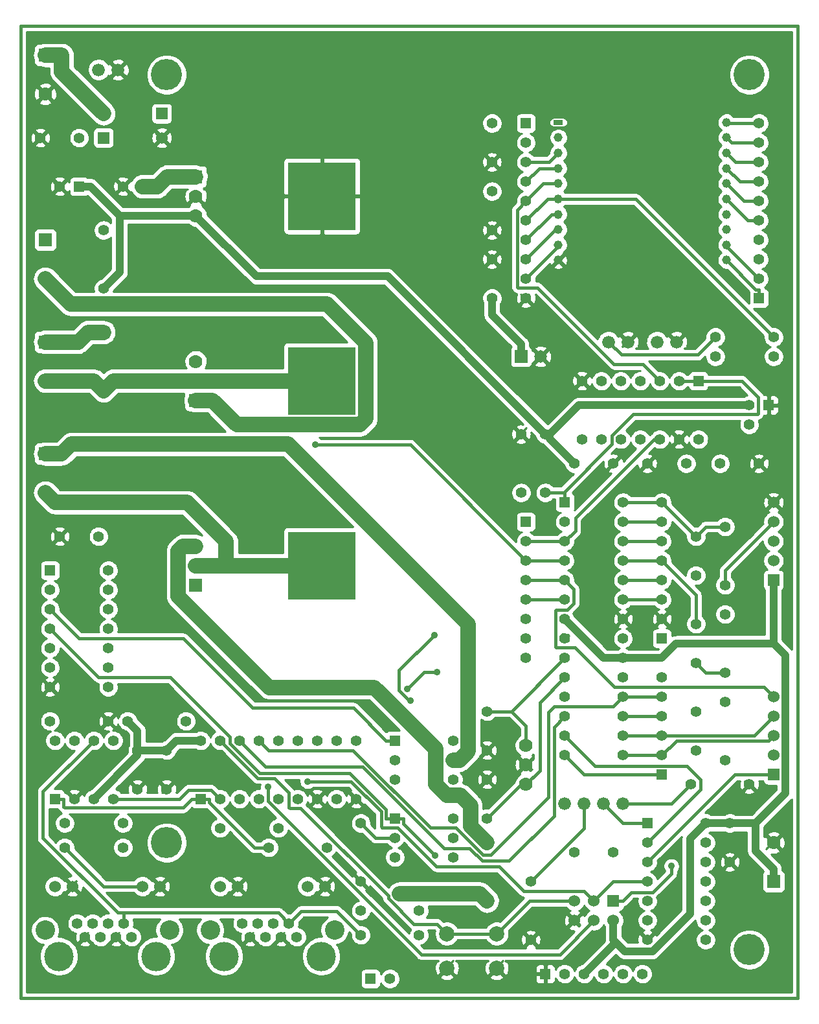
<source format=gbl>
G04 (created by PCBNEW-RS274X (2010-05-05 BZR 2356)-stable) date 7/8/2010 2:38:28 PM*
G01*
G70*
G90*
%MOIN*%
G04 Gerber Fmt 3.4, Leading zero omitted, Abs format*
%FSLAX34Y34*%
G04 APERTURE LIST*
%ADD10C,0.001000*%
%ADD11C,0.015000*%
%ADD12C,0.070000*%
%ADD13R,0.060000X0.060000*%
%ADD14C,0.060000*%
%ADD15C,0.078700*%
%ADD16R,0.046000X0.026000*%
%ADD17C,0.046000*%
%ADD18C,0.055000*%
%ADD19R,0.055000X0.055000*%
%ADD20C,0.066000*%
%ADD21R,0.070000X0.070000*%
%ADD22R,0.350000X0.350000*%
%ADD23C,0.151600*%
%ADD24C,0.100000*%
%ADD25R,0.065000X0.065000*%
%ADD26C,0.065000*%
%ADD27C,0.160000*%
%ADD28C,0.035000*%
%ADD29C,0.080000*%
%ADD30C,0.040000*%
%ADD31C,0.010000*%
G04 APERTURE END LIST*
G54D10*
G54D11*
X38000Y-64500D02*
X38000Y-14500D01*
X78000Y-64500D02*
X38000Y-64500D01*
X78000Y-14500D02*
X78000Y-64500D01*
X38000Y-14500D02*
X78000Y-14500D01*
G54D12*
X64000Y-51500D03*
X64000Y-53500D03*
X64000Y-52500D03*
G54D13*
X76750Y-53000D03*
G54D14*
X76750Y-52000D03*
X76750Y-51000D03*
X76750Y-50000D03*
X76750Y-49000D03*
G54D13*
X76750Y-43000D03*
G54D14*
X76750Y-42000D03*
X76750Y-41000D03*
X76750Y-40000D03*
X76750Y-39000D03*
G54D15*
X59933Y-62958D03*
X59933Y-61186D03*
X62492Y-61186D03*
X62492Y-62958D03*
G54D16*
X65670Y-19457D03*
G54D17*
X65670Y-20245D03*
X65670Y-21032D03*
X65670Y-21819D03*
X65670Y-22607D03*
X65670Y-23393D03*
X65670Y-24181D03*
X65670Y-24968D03*
X65670Y-25755D03*
X65670Y-26543D03*
X74330Y-26543D03*
X74330Y-25755D03*
X74330Y-24968D03*
X74330Y-24181D03*
X74330Y-23393D03*
X74330Y-22607D03*
X74330Y-21819D03*
X74330Y-21032D03*
X74330Y-20245D03*
X74330Y-19457D03*
G54D18*
X62000Y-51750D03*
X62000Y-49750D03*
X66500Y-37000D03*
X68500Y-37000D03*
X62000Y-53250D03*
X62000Y-55250D03*
X44000Y-51750D03*
X44000Y-53750D03*
X72250Y-37000D03*
X70250Y-37000D03*
X40000Y-40750D03*
X42000Y-40750D03*
X45500Y-51750D03*
X45500Y-53750D03*
X72750Y-40750D03*
X72750Y-42750D03*
G54D13*
X45250Y-19000D03*
G54D14*
X42250Y-19000D03*
G54D13*
X42250Y-36000D03*
G54D14*
X42250Y-39000D03*
G54D13*
X42250Y-30250D03*
G54D14*
X42250Y-33250D03*
G54D19*
X57250Y-55250D03*
G54D18*
X57250Y-56250D03*
X57250Y-57250D03*
X60250Y-57250D03*
X60250Y-56250D03*
X60250Y-55250D03*
G54D19*
X57250Y-51250D03*
G54D18*
X57250Y-52250D03*
X57250Y-53250D03*
X60250Y-53250D03*
X60250Y-52250D03*
X60250Y-51250D03*
G54D20*
X66000Y-54500D03*
X67000Y-54500D03*
X70750Y-30750D03*
X71750Y-30750D03*
X68000Y-54500D03*
X69000Y-54500D03*
G54D19*
X56000Y-63500D03*
G54D18*
X57000Y-63500D03*
X43250Y-55500D03*
X40250Y-55500D03*
X43250Y-56750D03*
X40250Y-56750D03*
X74250Y-43250D03*
X74250Y-40250D03*
X74250Y-44750D03*
X74250Y-47750D03*
X76750Y-31500D03*
X73750Y-31500D03*
X65000Y-35500D03*
X65000Y-38500D03*
X74250Y-49250D03*
X74250Y-52250D03*
X55500Y-55500D03*
X55500Y-58500D03*
X50750Y-56750D03*
X53750Y-56750D03*
X46500Y-50250D03*
X43500Y-50250D03*
X51250Y-55750D03*
X48250Y-55750D03*
X64250Y-58500D03*
X64250Y-61500D03*
X72500Y-53500D03*
X75500Y-53500D03*
X63750Y-38500D03*
X63750Y-35500D03*
X58500Y-61250D03*
X55500Y-61250D03*
G54D19*
X71000Y-53000D03*
G54D18*
X71000Y-52000D03*
X71000Y-51000D03*
X71000Y-50000D03*
X71000Y-49000D03*
X71000Y-48000D03*
G54D19*
X64000Y-40000D03*
G54D18*
X64000Y-41000D03*
X64000Y-42000D03*
X64000Y-43000D03*
X64000Y-44000D03*
X64000Y-45000D03*
X64000Y-46000D03*
X64000Y-47000D03*
G54D19*
X71000Y-46000D03*
G54D18*
X71000Y-45000D03*
X71000Y-44000D03*
X71000Y-43000D03*
X71000Y-42000D03*
X71000Y-41000D03*
X71000Y-40000D03*
X71000Y-39000D03*
X66000Y-40000D03*
X66000Y-41000D03*
X66000Y-42000D03*
X66000Y-43000D03*
X66000Y-44000D03*
X66000Y-45000D03*
X66000Y-46000D03*
X66000Y-47000D03*
X66000Y-48000D03*
X66000Y-49000D03*
X66000Y-50000D03*
X66000Y-51000D03*
X66000Y-52000D03*
G54D19*
X66000Y-39000D03*
G54D18*
X69000Y-52000D03*
X69000Y-51000D03*
X69000Y-50000D03*
X69000Y-49000D03*
X69000Y-48000D03*
X69000Y-47000D03*
X69000Y-46000D03*
X69000Y-45000D03*
X69000Y-44000D03*
X69000Y-43000D03*
X69000Y-42000D03*
X69000Y-41000D03*
X69000Y-40000D03*
X69000Y-39000D03*
G54D19*
X39750Y-54250D03*
G54D18*
X40750Y-54250D03*
X41750Y-54250D03*
X42750Y-54250D03*
X42750Y-51250D03*
X41750Y-51250D03*
X40750Y-51250D03*
X39750Y-51250D03*
G54D19*
X39500Y-42500D03*
G54D18*
X39500Y-43500D03*
X39500Y-44500D03*
X39500Y-45500D03*
X39500Y-46500D03*
X39500Y-47500D03*
X39500Y-48500D03*
X42500Y-48500D03*
X42500Y-47500D03*
X42500Y-46500D03*
X42500Y-45500D03*
X42500Y-44500D03*
X42500Y-43500D03*
X42500Y-42500D03*
G54D19*
X47250Y-54250D03*
G54D18*
X48250Y-54250D03*
X49250Y-54250D03*
X50250Y-54250D03*
X51250Y-54250D03*
X52250Y-54250D03*
X53250Y-54250D03*
X54250Y-54250D03*
X55250Y-54250D03*
X55250Y-51250D03*
X54250Y-51250D03*
X53250Y-51250D03*
X52250Y-51250D03*
X51250Y-51250D03*
X50250Y-51250D03*
X49250Y-51250D03*
X48250Y-51250D03*
X47250Y-51250D03*
G54D19*
X44250Y-22750D03*
G54D18*
X43250Y-22750D03*
X62250Y-25000D03*
X62250Y-23000D03*
X74000Y-37000D03*
X76000Y-37000D03*
X62250Y-28500D03*
X62250Y-26500D03*
G54D20*
X42000Y-16750D03*
X43000Y-16750D03*
G54D18*
X76750Y-30500D03*
X73750Y-30500D03*
X42500Y-50250D03*
X39500Y-50250D03*
X42250Y-28000D03*
X42250Y-25000D03*
X41000Y-20250D03*
X39000Y-20250D03*
G54D12*
X39250Y-18000D03*
G54D21*
X39250Y-16000D03*
G54D12*
X39250Y-32750D03*
G54D21*
X39250Y-30750D03*
G54D12*
X39250Y-38500D03*
G54D21*
X39250Y-36500D03*
G54D12*
X39250Y-27500D03*
G54D21*
X39250Y-25500D03*
G54D20*
X68250Y-30750D03*
X69250Y-30750D03*
G54D19*
X64000Y-19500D03*
G54D18*
X64000Y-20500D03*
X64000Y-21500D03*
X64000Y-22500D03*
X64000Y-23500D03*
X64000Y-24500D03*
X64000Y-25500D03*
X64000Y-26500D03*
X64000Y-27500D03*
X64000Y-28500D03*
G54D13*
X68500Y-59500D03*
G54D14*
X68500Y-60500D03*
X67500Y-59500D03*
X67500Y-60500D03*
X66500Y-59500D03*
X66500Y-60500D03*
G54D19*
X65000Y-63250D03*
G54D18*
X66000Y-63250D03*
X67000Y-63250D03*
X68000Y-63250D03*
X69000Y-63250D03*
X70000Y-63250D03*
G54D19*
X76000Y-28500D03*
G54D18*
X76000Y-27500D03*
X76000Y-26500D03*
X76000Y-25500D03*
X76000Y-24500D03*
X76000Y-23500D03*
X76000Y-22500D03*
X76000Y-21500D03*
X76000Y-20500D03*
X76000Y-19500D03*
G54D19*
X76500Y-34000D03*
G54D18*
X75500Y-34000D03*
X75500Y-35000D03*
G54D19*
X72882Y-32752D03*
G54D18*
X71882Y-32752D03*
X70882Y-32752D03*
X69882Y-32752D03*
X68882Y-32752D03*
X67882Y-32752D03*
X66882Y-32752D03*
X66882Y-35752D03*
X67882Y-35752D03*
X68882Y-35752D03*
X69882Y-35752D03*
X70882Y-35752D03*
X71882Y-35752D03*
X72882Y-35752D03*
G54D12*
X47000Y-24250D03*
G54D21*
X47000Y-22250D03*
G54D12*
X47000Y-23250D03*
G54D22*
X53500Y-23250D03*
G54D18*
X72750Y-51750D03*
X72750Y-49750D03*
X72750Y-47250D03*
X72750Y-45250D03*
G54D13*
X42250Y-20250D03*
G54D14*
X45250Y-20250D03*
G54D12*
X76750Y-56500D03*
G54D21*
X76750Y-58500D03*
G54D18*
X62250Y-21500D03*
X62250Y-19500D03*
G54D19*
X41000Y-22750D03*
G54D18*
X40000Y-22750D03*
X68500Y-57000D03*
X66500Y-57000D03*
G54D23*
X44950Y-62350D03*
X39950Y-62350D03*
G54D18*
X40900Y-60650D03*
X41300Y-61350D03*
X41700Y-60650D03*
X42100Y-61350D03*
X42500Y-60650D03*
X42900Y-61350D03*
X43300Y-60650D03*
G54D24*
X45650Y-61000D03*
X39250Y-61000D03*
G54D14*
X45150Y-58750D03*
X39750Y-58750D03*
X44250Y-58750D03*
X40650Y-58750D03*
G54D18*
X43700Y-61350D03*
G54D23*
X53450Y-62350D03*
X48450Y-62350D03*
G54D18*
X49400Y-60650D03*
X49800Y-61350D03*
X50200Y-60650D03*
X50600Y-61350D03*
X51000Y-60650D03*
X51400Y-61350D03*
X51800Y-60650D03*
G54D24*
X54150Y-61000D03*
X47750Y-61000D03*
G54D14*
X53650Y-58750D03*
X48250Y-58750D03*
X52750Y-58750D03*
X49150Y-58750D03*
G54D18*
X52200Y-61350D03*
G54D25*
X63750Y-31500D03*
G54D26*
X64750Y-31500D03*
G54D22*
X53500Y-32750D03*
G54D12*
X47000Y-31750D03*
X47000Y-32750D03*
G54D21*
X47000Y-33750D03*
G54D22*
X53500Y-42250D03*
G54D12*
X47000Y-41250D03*
X47000Y-42250D03*
G54D21*
X47000Y-43250D03*
G54D19*
X70250Y-55500D03*
G54D18*
X70250Y-56500D03*
X70250Y-57500D03*
X70250Y-58500D03*
X70250Y-59500D03*
X70250Y-60500D03*
X70250Y-61500D03*
X73250Y-61500D03*
X73250Y-60500D03*
X73250Y-59500D03*
X73250Y-58500D03*
X73250Y-57500D03*
X73250Y-56500D03*
X73250Y-55500D03*
X55500Y-60000D03*
X58500Y-60000D03*
X62000Y-59500D03*
X62000Y-56500D03*
G54D27*
X75500Y-17000D03*
X75500Y-62000D03*
X45500Y-56500D03*
X45500Y-17000D03*
G54D18*
X74500Y-55500D03*
X74500Y-57500D03*
G54D28*
X53165Y-36038D03*
X71485Y-57705D03*
X50714Y-53633D03*
X52750Y-53349D03*
X57894Y-48600D03*
X59424Y-47728D03*
X59330Y-57159D03*
X57488Y-59121D03*
X59287Y-45819D03*
X58040Y-49180D03*
G54D29*
X39250Y-16000D02*
X40103Y-16000D01*
X40103Y-16853D02*
X42250Y-19000D01*
X40103Y-16000D02*
X40103Y-16853D01*
G54D30*
X62250Y-29372D02*
X62250Y-28500D01*
X63750Y-30872D02*
X62250Y-29372D01*
X63750Y-31500D02*
X63750Y-30872D01*
G54D11*
X71000Y-51000D02*
X75750Y-51000D01*
X69000Y-51000D02*
X71000Y-51000D01*
X75750Y-51000D02*
X76750Y-50000D01*
X66000Y-42000D02*
X64000Y-42000D01*
X58038Y-36038D02*
X64000Y-42000D01*
X53165Y-36038D02*
X58038Y-36038D01*
X71000Y-53000D02*
X70547Y-53000D01*
X67000Y-53000D02*
X66000Y-52000D01*
X70547Y-53000D02*
X67000Y-53000D01*
X65454Y-50546D02*
X66000Y-50000D01*
X65454Y-55115D02*
X65454Y-50546D01*
X63127Y-57442D02*
X65454Y-55115D01*
X61745Y-57442D02*
X63127Y-57442D01*
X61099Y-56796D02*
X61745Y-57442D01*
X59788Y-56796D02*
X61099Y-56796D01*
X55595Y-52603D02*
X59788Y-56796D01*
X50603Y-52603D02*
X55595Y-52603D01*
X49250Y-51250D02*
X50603Y-52603D01*
X67546Y-52546D02*
X66000Y-51000D01*
X72273Y-52546D02*
X67546Y-52546D01*
X72986Y-53259D02*
X72273Y-52546D01*
X72986Y-53764D02*
X72986Y-53259D01*
X70250Y-56500D02*
X72986Y-53764D01*
X64000Y-43000D02*
X66000Y-43000D01*
X76250Y-48500D02*
X76750Y-49000D01*
X68569Y-48500D02*
X76250Y-48500D01*
X66526Y-46457D02*
X68569Y-48500D01*
X65563Y-46457D02*
X66526Y-46457D01*
X65520Y-46414D02*
X65563Y-46457D01*
X65520Y-44569D02*
X65520Y-46414D01*
X65563Y-44526D02*
X65520Y-44569D01*
X66126Y-44526D02*
X65563Y-44526D01*
X66454Y-44198D02*
X66126Y-44526D01*
X66454Y-43454D02*
X66454Y-44198D01*
X66000Y-43000D02*
X66454Y-43454D01*
X71000Y-49000D02*
X69000Y-49000D01*
X50746Y-51746D02*
X50250Y-51250D01*
X55097Y-51746D02*
X50746Y-51746D01*
X59072Y-55721D02*
X55097Y-51746D01*
X60382Y-55721D02*
X59072Y-55721D01*
X61799Y-57138D02*
X60382Y-55721D01*
X62203Y-57138D02*
X61799Y-57138D01*
X65168Y-54173D02*
X62203Y-57138D01*
X65168Y-49800D02*
X65168Y-54173D01*
X65468Y-49500D02*
X65168Y-49800D01*
X68500Y-49500D02*
X65468Y-49500D01*
X69000Y-49000D02*
X68500Y-49500D01*
X71485Y-58098D02*
X71485Y-57705D01*
X70537Y-59046D02*
X71485Y-58098D01*
X69432Y-59046D02*
X70537Y-59046D01*
X68978Y-59500D02*
X69432Y-59046D01*
X68500Y-59500D02*
X68978Y-59500D01*
X69000Y-50000D02*
X71000Y-50000D01*
X69000Y-55500D02*
X68000Y-54500D01*
X70250Y-55500D02*
X69000Y-55500D01*
X50714Y-54355D02*
X50714Y-53633D01*
X58605Y-62246D02*
X50714Y-54355D01*
X65754Y-62246D02*
X58605Y-62246D01*
X67500Y-60500D02*
X65754Y-62246D01*
X62492Y-61186D02*
X59933Y-61186D01*
X71882Y-32752D02*
X72882Y-32752D01*
X64178Y-59500D02*
X66500Y-59500D01*
X62492Y-61186D02*
X64178Y-59500D01*
X66000Y-39000D02*
X66000Y-38547D01*
X66000Y-38547D02*
X65942Y-38488D01*
X68428Y-36002D02*
X65942Y-38488D01*
X68428Y-35565D02*
X68428Y-36002D01*
X69536Y-34457D02*
X68428Y-35565D01*
X75914Y-34457D02*
X69536Y-34457D01*
X75957Y-34414D02*
X75914Y-34457D01*
X75957Y-33594D02*
X75957Y-34414D01*
X75115Y-32752D02*
X75957Y-33594D01*
X72882Y-32752D02*
X75115Y-32752D01*
X65930Y-38500D02*
X65000Y-38500D01*
X65942Y-38488D02*
X65930Y-38500D01*
X59434Y-60687D02*
X59933Y-61186D01*
X58236Y-60687D02*
X59434Y-60687D01*
X56910Y-59361D02*
X58236Y-60687D01*
X56910Y-59234D02*
X56910Y-59361D01*
X52404Y-54728D02*
X56910Y-59234D01*
X51839Y-54728D02*
X52404Y-54728D01*
X51796Y-54685D02*
X51839Y-54728D01*
X51796Y-53928D02*
X51796Y-54685D01*
X51052Y-53184D02*
X51796Y-53928D01*
X50184Y-53184D02*
X51052Y-53184D01*
X48250Y-51250D02*
X50184Y-53184D01*
X68500Y-58500D02*
X70250Y-58500D01*
X67500Y-59500D02*
X68500Y-58500D01*
X66989Y-58989D02*
X67500Y-59500D01*
X63889Y-58989D02*
X66989Y-58989D01*
X62624Y-57724D02*
X63889Y-58989D01*
X59396Y-57724D02*
X62624Y-57724D01*
X57387Y-55715D02*
X59396Y-57724D01*
X56590Y-55715D02*
X57387Y-55715D01*
X56539Y-55664D02*
X56590Y-55715D01*
X56539Y-54898D02*
X56539Y-55664D01*
X54990Y-53349D02*
X56539Y-54898D01*
X52750Y-53349D02*
X54990Y-53349D01*
X71000Y-44000D02*
X69000Y-44000D01*
X69000Y-42000D02*
X71000Y-42000D01*
X72750Y-43750D02*
X72750Y-45250D01*
X71000Y-42000D02*
X72750Y-43750D01*
X69000Y-40000D02*
X71000Y-40000D01*
X69000Y-43000D02*
X71000Y-43000D01*
X74250Y-47750D02*
X73250Y-47750D01*
X69000Y-41000D02*
X71000Y-41000D01*
X73250Y-47750D02*
X72750Y-47250D01*
X69000Y-39000D02*
X71000Y-39000D01*
X73250Y-40250D02*
X72750Y-40750D01*
X74250Y-40250D02*
X73250Y-40250D01*
X71000Y-39000D02*
X72750Y-40750D01*
X66000Y-44000D02*
X64000Y-44000D01*
X57250Y-51250D02*
X56797Y-51250D01*
X55112Y-49565D02*
X56797Y-51250D01*
X49924Y-49565D02*
X55112Y-49565D01*
X46359Y-46000D02*
X49924Y-49565D01*
X41000Y-46000D02*
X46359Y-46000D01*
X39500Y-44500D02*
X41000Y-46000D01*
X58766Y-47728D02*
X59424Y-47728D01*
X57894Y-48600D02*
X58766Y-47728D01*
X57169Y-55250D02*
X56797Y-55250D01*
X42000Y-48000D02*
X39500Y-45500D01*
X45673Y-48000D02*
X42000Y-48000D01*
X48750Y-51077D02*
X45673Y-48000D01*
X48750Y-51391D02*
X48750Y-51077D01*
X50290Y-52931D02*
X48750Y-51391D01*
X54931Y-52931D02*
X50290Y-52931D01*
X56797Y-54797D02*
X54931Y-52931D01*
X56797Y-55250D02*
X56797Y-54797D01*
X57169Y-55250D02*
X57250Y-55250D01*
X57703Y-55532D02*
X59330Y-57159D01*
X57703Y-55250D02*
X57703Y-55532D01*
X57250Y-55250D02*
X57703Y-55250D01*
G54D29*
X39250Y-36500D02*
X40103Y-36500D01*
X40947Y-30750D02*
X41447Y-30250D01*
X39250Y-30750D02*
X40947Y-30750D01*
X42250Y-30250D02*
X41447Y-30250D01*
X40603Y-36000D02*
X42250Y-36000D01*
X40103Y-36500D02*
X40603Y-36000D01*
X60581Y-52250D02*
X60250Y-52250D01*
X61035Y-51796D02*
X60581Y-52250D01*
X61035Y-45277D02*
X61035Y-51796D01*
X51758Y-36000D02*
X61035Y-45277D01*
X42250Y-36000D02*
X51758Y-36000D01*
X40555Y-28805D02*
X39250Y-27500D01*
X53766Y-28805D02*
X40555Y-28805D01*
X55753Y-30792D02*
X53766Y-28805D01*
X55753Y-34708D02*
X55753Y-30792D01*
X55458Y-35003D02*
X55753Y-34708D01*
X49106Y-35003D02*
X55458Y-35003D01*
X47853Y-33750D02*
X49106Y-35003D01*
X47000Y-33750D02*
X47853Y-33750D01*
X61621Y-59121D02*
X57488Y-59121D01*
X62000Y-59500D02*
X61621Y-59121D01*
G54D11*
X66546Y-40454D02*
X66000Y-41000D01*
X66546Y-39808D02*
X66546Y-40454D01*
X70602Y-35752D02*
X66546Y-39808D01*
X70882Y-35752D02*
X70602Y-35752D01*
X66000Y-41000D02*
X64000Y-41000D01*
X69000Y-52000D02*
X71000Y-52000D01*
X76496Y-51254D02*
X76750Y-51000D01*
X71746Y-51254D02*
X76496Y-51254D01*
X71000Y-52000D02*
X71746Y-51254D01*
X46168Y-54250D02*
X42750Y-54250D01*
X46622Y-53796D02*
X46168Y-54250D01*
X47796Y-53796D02*
X46622Y-53796D01*
X48250Y-54250D02*
X47796Y-53796D01*
X42250Y-58750D02*
X40250Y-56750D01*
X44250Y-58750D02*
X42250Y-58750D01*
X65202Y-21500D02*
X65670Y-21032D01*
X64000Y-21500D02*
X65202Y-21500D01*
G54D29*
X41750Y-32750D02*
X42250Y-33250D01*
X39250Y-32750D02*
X41750Y-32750D01*
X42750Y-32750D02*
X47000Y-32750D01*
X42250Y-33250D02*
X42750Y-32750D01*
X47000Y-32750D02*
X53500Y-32750D01*
X46558Y-39000D02*
X42250Y-39000D01*
X48569Y-41011D02*
X46558Y-39000D01*
X48569Y-42250D02*
X48569Y-41011D01*
X39750Y-39000D02*
X39250Y-38500D01*
X42250Y-39000D02*
X39750Y-39000D01*
X53500Y-42250D02*
X48569Y-42250D01*
X48569Y-42250D02*
X47000Y-42250D01*
X61153Y-55653D02*
X62000Y-56500D01*
X61153Y-54607D02*
X61153Y-55653D01*
X60615Y-54069D02*
X61153Y-54607D01*
X59924Y-54069D02*
X60615Y-54069D01*
X59347Y-53492D02*
X59924Y-54069D01*
X59347Y-51673D02*
X59347Y-53492D01*
X56191Y-48517D02*
X59347Y-51673D01*
X50791Y-48517D02*
X56191Y-48517D01*
X46096Y-43822D02*
X50791Y-48517D01*
X46096Y-41483D02*
X46096Y-43822D01*
X46329Y-41250D02*
X46096Y-41483D01*
X47000Y-41250D02*
X46329Y-41250D01*
G54D11*
X74750Y-53000D02*
X76750Y-53000D01*
X70250Y-57500D02*
X74750Y-53000D01*
X67000Y-55750D02*
X67000Y-54500D01*
X64250Y-58500D02*
X67000Y-55750D01*
X65107Y-23393D02*
X65670Y-23393D01*
X64000Y-24500D02*
X65107Y-23393D01*
X69643Y-23393D02*
X76750Y-30500D01*
X65670Y-23393D02*
X69643Y-23393D01*
X75437Y-24500D02*
X74330Y-23393D01*
X76000Y-24500D02*
X75437Y-24500D01*
X68912Y-31412D02*
X68250Y-30750D01*
X72838Y-31412D02*
X68912Y-31412D01*
X73750Y-30500D02*
X72838Y-31412D01*
X71500Y-54500D02*
X69000Y-54500D01*
X72500Y-53500D02*
X71500Y-54500D01*
X65319Y-24181D02*
X65670Y-24181D01*
X64000Y-25500D02*
X65319Y-24181D01*
X65670Y-25830D02*
X65670Y-25755D01*
X64000Y-27500D02*
X65670Y-25830D01*
X74330Y-25830D02*
X74330Y-25755D01*
X76000Y-27500D02*
X74330Y-25830D01*
X75223Y-23500D02*
X74330Y-22607D01*
X76000Y-23500D02*
X75223Y-23500D01*
X74585Y-20500D02*
X74330Y-20245D01*
X76000Y-20500D02*
X74585Y-20500D01*
X64681Y-21819D02*
X65670Y-21819D01*
X64000Y-22500D02*
X64681Y-21819D01*
X65532Y-24968D02*
X65670Y-24968D01*
X64000Y-26500D02*
X65532Y-24968D01*
X74373Y-19500D02*
X74330Y-19457D01*
X76000Y-19500D02*
X74373Y-19500D01*
X76000Y-28500D02*
X76000Y-28047D01*
X75834Y-28047D02*
X74330Y-26543D01*
X76000Y-28047D02*
X75834Y-28047D01*
X75011Y-22500D02*
X74330Y-21819D01*
X76000Y-22500D02*
X75011Y-22500D01*
X74798Y-21500D02*
X74330Y-21032D01*
X76000Y-21500D02*
X74798Y-21500D01*
X64715Y-49285D02*
X66000Y-48000D01*
X64715Y-52785D02*
X64715Y-49285D01*
X64000Y-53500D02*
X64715Y-52785D01*
X63750Y-53500D02*
X64000Y-53500D01*
X62000Y-55250D02*
X63750Y-53500D01*
X43300Y-60650D02*
X43300Y-60112D01*
X42972Y-60112D02*
X43300Y-60112D01*
X39134Y-56274D02*
X42972Y-60112D01*
X39134Y-53866D02*
X39134Y-56274D01*
X41750Y-51250D02*
X39134Y-53866D01*
X51262Y-60112D02*
X51800Y-60650D01*
X43300Y-60112D02*
X51262Y-60112D01*
X54267Y-60017D02*
X55500Y-61250D01*
X52433Y-60017D02*
X54267Y-60017D01*
X51800Y-60650D02*
X52433Y-60017D01*
X40203Y-54660D02*
X40203Y-54250D01*
X40246Y-54703D02*
X40203Y-54660D01*
X46344Y-54703D02*
X40246Y-54703D01*
X46797Y-54250D02*
X46344Y-54703D01*
X39750Y-54250D02*
X40203Y-54250D01*
X47024Y-54250D02*
X46797Y-54250D01*
X47024Y-54250D02*
X47250Y-54250D01*
X50009Y-56750D02*
X50750Y-56750D01*
X47703Y-54444D02*
X50009Y-56750D01*
X47703Y-54250D02*
X47703Y-54444D01*
X47250Y-54250D02*
X47703Y-54250D01*
X57974Y-49180D02*
X58040Y-49180D01*
X57461Y-48667D02*
X57974Y-49180D01*
X57461Y-47645D02*
X57461Y-48667D01*
X59287Y-45819D02*
X57461Y-47645D01*
X56250Y-56250D02*
X57250Y-56250D01*
X55500Y-55500D02*
X56250Y-56250D01*
X74250Y-42500D02*
X76750Y-40000D01*
X74250Y-43250D02*
X74250Y-42500D01*
X66000Y-47000D02*
X63250Y-49750D01*
X63250Y-49750D02*
X62000Y-49750D01*
X64000Y-50500D02*
X64000Y-51500D01*
X63250Y-49750D02*
X64000Y-50500D01*
G54D29*
X45528Y-22250D02*
X45028Y-22750D01*
X47000Y-22250D02*
X45528Y-22250D01*
X44250Y-22750D02*
X45028Y-22750D01*
G54D11*
X64893Y-22607D02*
X64000Y-23500D01*
X65670Y-22607D02*
X64893Y-22607D01*
X70021Y-31891D02*
X70882Y-32752D01*
X68535Y-31891D02*
X70021Y-31891D01*
X64602Y-27958D02*
X68535Y-31891D01*
X63590Y-27958D02*
X64602Y-27958D01*
X63546Y-27914D02*
X63590Y-27958D01*
X63546Y-23954D02*
X63546Y-27914D01*
X64000Y-23500D02*
X63546Y-23954D01*
G54D30*
X41000Y-22750D02*
X41578Y-22750D01*
X46000Y-51250D02*
X45500Y-51750D01*
X47250Y-51250D02*
X46000Y-51250D01*
X45500Y-51750D02*
X44000Y-51750D01*
X44000Y-52000D02*
X41750Y-54250D01*
X44000Y-51750D02*
X44000Y-52000D01*
X56876Y-27376D02*
X65000Y-35500D01*
X50126Y-27376D02*
X56876Y-27376D01*
X47000Y-24250D02*
X50126Y-27376D01*
X43078Y-27172D02*
X42250Y-28000D01*
X43078Y-24250D02*
X43078Y-27172D01*
X41578Y-22750D02*
X43078Y-24250D01*
X43078Y-24250D02*
X47000Y-24250D01*
X65221Y-35500D02*
X65000Y-35500D01*
X66721Y-34000D02*
X65221Y-35500D01*
X75500Y-34000D02*
X66721Y-34000D01*
X65221Y-35721D02*
X66500Y-37000D01*
X65221Y-35500D02*
X65221Y-35721D01*
X44000Y-50750D02*
X44000Y-51750D01*
X43500Y-50250D02*
X44000Y-50750D01*
X68000Y-47000D02*
X69000Y-47000D01*
X66000Y-45000D02*
X68000Y-47000D01*
X74500Y-55500D02*
X73250Y-55500D01*
X68625Y-61625D02*
X67000Y-63250D01*
X68500Y-61500D02*
X68500Y-60500D01*
X68625Y-61625D02*
X68500Y-61500D01*
X69085Y-62085D02*
X68625Y-61625D01*
X70510Y-62085D02*
X69085Y-62085D01*
X72447Y-60148D02*
X70510Y-62085D01*
X72447Y-56303D02*
X72447Y-60148D01*
X73250Y-55500D02*
X72447Y-56303D01*
X76750Y-43000D02*
X76750Y-43603D01*
X76750Y-58500D02*
X76750Y-57847D01*
X75817Y-56914D02*
X76750Y-57847D01*
X75817Y-55500D02*
X75817Y-56914D01*
X75817Y-55500D02*
X74500Y-55500D01*
X76750Y-43603D02*
X76750Y-46260D01*
X77354Y-46864D02*
X76750Y-46260D01*
X77354Y-53963D02*
X77354Y-46864D01*
X75817Y-55500D02*
X77354Y-53963D01*
X70995Y-47000D02*
X69000Y-47000D01*
X71735Y-46260D02*
X70995Y-47000D01*
X76750Y-46260D02*
X71735Y-46260D01*
G54D31*
X38300Y-14800D02*
X77700Y-14800D01*
X38300Y-14880D02*
X77700Y-14880D01*
X38300Y-14960D02*
X77700Y-14960D01*
X38300Y-15040D02*
X77700Y-15040D01*
X38300Y-15120D02*
X77700Y-15120D01*
X38300Y-15200D02*
X77700Y-15200D01*
X38300Y-15280D02*
X77700Y-15280D01*
X38300Y-15360D02*
X39145Y-15360D01*
X40208Y-15360D02*
X77700Y-15360D01*
X38300Y-15440D02*
X38765Y-15440D01*
X40428Y-15440D02*
X77700Y-15440D01*
X38300Y-15520D02*
X38686Y-15520D01*
X40537Y-15520D02*
X77700Y-15520D01*
X38300Y-15600D02*
X38655Y-15600D01*
X40612Y-15600D02*
X77700Y-15600D01*
X38300Y-15680D02*
X38650Y-15680D01*
X40666Y-15680D02*
X77700Y-15680D01*
X38300Y-15760D02*
X38648Y-15760D01*
X40707Y-15760D02*
X77700Y-15760D01*
X38300Y-15840D02*
X38623Y-15840D01*
X40731Y-15840D02*
X77700Y-15840D01*
X38300Y-15920D02*
X38608Y-15920D01*
X40746Y-15920D02*
X77700Y-15920D01*
X38300Y-16000D02*
X38600Y-16000D01*
X40753Y-16000D02*
X45173Y-16000D01*
X45831Y-16000D02*
X75173Y-16000D01*
X75831Y-16000D02*
X77700Y-16000D01*
X38300Y-16080D02*
X38608Y-16080D01*
X40753Y-16080D02*
X44989Y-16080D01*
X46014Y-16080D02*
X74989Y-16080D01*
X76014Y-16080D02*
X77700Y-16080D01*
X38300Y-16160D02*
X38622Y-16160D01*
X40753Y-16160D02*
X44867Y-16160D01*
X46133Y-16160D02*
X74867Y-16160D01*
X76133Y-16160D02*
X77700Y-16160D01*
X38300Y-16240D02*
X38646Y-16240D01*
X40753Y-16240D02*
X41723Y-16240D01*
X42280Y-16240D02*
X42729Y-16240D01*
X43269Y-16240D02*
X44776Y-16240D01*
X46225Y-16240D02*
X74776Y-16240D01*
X76225Y-16240D02*
X77700Y-16240D01*
X38300Y-16320D02*
X38650Y-16320D01*
X40753Y-16320D02*
X41612Y-16320D01*
X42389Y-16320D02*
X42681Y-16320D01*
X43320Y-16320D02*
X44695Y-16320D01*
X46305Y-16320D02*
X74695Y-16320D01*
X76305Y-16320D02*
X77700Y-16320D01*
X38300Y-16400D02*
X38654Y-16400D01*
X40753Y-16400D02*
X41538Y-16400D01*
X42463Y-16400D02*
X42721Y-16400D01*
X43279Y-16400D02*
X44639Y-16400D01*
X46363Y-16400D02*
X74639Y-16400D01*
X76363Y-16400D02*
X77700Y-16400D01*
X38300Y-16480D02*
X38686Y-16480D01*
X40753Y-16480D02*
X41486Y-16480D01*
X42659Y-16480D02*
X42801Y-16480D01*
X43199Y-16480D02*
X43341Y-16480D01*
X43512Y-16480D02*
X44584Y-16480D01*
X46416Y-16480D02*
X74584Y-16480D01*
X76416Y-16480D02*
X77700Y-16480D01*
X38300Y-16560D02*
X38764Y-16560D01*
X40753Y-16560D02*
X41452Y-16560D01*
X42739Y-16560D02*
X42881Y-16560D01*
X43119Y-16560D02*
X43261Y-16560D01*
X43545Y-16560D02*
X44546Y-16560D01*
X46455Y-16560D02*
X74546Y-16560D01*
X76455Y-16560D02*
X77700Y-16560D01*
X38300Y-16640D02*
X39151Y-16640D01*
X40810Y-16640D02*
X41432Y-16640D01*
X42819Y-16640D02*
X42961Y-16640D01*
X43039Y-16640D02*
X43181Y-16640D01*
X43567Y-16640D02*
X44512Y-16640D01*
X46488Y-16640D02*
X74512Y-16640D01*
X76488Y-16640D02*
X77700Y-16640D01*
X38300Y-16720D02*
X39453Y-16720D01*
X40890Y-16720D02*
X41422Y-16720D01*
X42899Y-16720D02*
X43101Y-16720D01*
X43578Y-16720D02*
X44486Y-16720D01*
X46515Y-16720D02*
X74486Y-16720D01*
X76515Y-16720D02*
X77700Y-16720D01*
X38300Y-16800D02*
X39453Y-16800D01*
X40970Y-16800D02*
X41420Y-16800D01*
X42879Y-16800D02*
X43121Y-16800D01*
X43573Y-16800D02*
X44470Y-16800D01*
X46531Y-16800D02*
X74470Y-16800D01*
X76531Y-16800D02*
X77700Y-16800D01*
X38300Y-16880D02*
X39455Y-16880D01*
X41050Y-16880D02*
X41435Y-16880D01*
X42799Y-16880D02*
X42941Y-16880D01*
X43059Y-16880D02*
X43201Y-16880D01*
X43561Y-16880D02*
X44453Y-16880D01*
X46547Y-16880D02*
X74453Y-16880D01*
X76547Y-16880D02*
X77700Y-16880D01*
X38300Y-16960D02*
X39462Y-16960D01*
X41130Y-16960D02*
X41460Y-16960D01*
X42719Y-16960D02*
X42861Y-16960D01*
X43139Y-16960D02*
X43281Y-16960D01*
X43537Y-16960D02*
X44451Y-16960D01*
X46549Y-16960D02*
X74451Y-16960D01*
X76549Y-16960D02*
X77700Y-16960D01*
X38300Y-17040D02*
X39483Y-17040D01*
X41210Y-17040D02*
X41498Y-17040D01*
X42639Y-17040D02*
X42781Y-17040D01*
X43219Y-17040D02*
X43361Y-17040D01*
X43499Y-17040D02*
X44450Y-17040D01*
X46548Y-17040D02*
X74450Y-17040D01*
X76548Y-17040D02*
X77700Y-17040D01*
X38300Y-17120D02*
X39512Y-17120D01*
X41290Y-17120D02*
X41551Y-17120D01*
X42447Y-17120D02*
X42701Y-17120D01*
X43299Y-17120D02*
X44454Y-17120D01*
X46547Y-17120D02*
X74454Y-17120D01*
X76547Y-17120D02*
X77700Y-17120D01*
X38300Y-17200D02*
X39554Y-17200D01*
X41370Y-17200D02*
X41633Y-17200D01*
X42366Y-17200D02*
X42687Y-17200D01*
X43312Y-17200D02*
X44469Y-17200D01*
X46531Y-17200D02*
X74469Y-17200D01*
X76531Y-17200D02*
X77700Y-17200D01*
X38300Y-17280D02*
X39616Y-17280D01*
X41450Y-17280D02*
X41766Y-17280D01*
X42234Y-17280D02*
X42773Y-17280D01*
X43229Y-17280D02*
X44483Y-17280D01*
X46513Y-17280D02*
X74483Y-17280D01*
X76513Y-17280D02*
X77700Y-17280D01*
X38300Y-17360D02*
X39690Y-17360D01*
X41530Y-17360D02*
X44513Y-17360D01*
X46488Y-17360D02*
X74513Y-17360D01*
X76488Y-17360D02*
X77700Y-17360D01*
X38300Y-17440D02*
X39046Y-17440D01*
X39462Y-17440D02*
X39770Y-17440D01*
X41610Y-17440D02*
X44545Y-17440D01*
X46453Y-17440D02*
X74545Y-17440D01*
X76453Y-17440D02*
X77700Y-17440D01*
X38300Y-17520D02*
X38929Y-17520D01*
X39571Y-17520D02*
X39850Y-17520D01*
X41690Y-17520D02*
X44586Y-17520D01*
X46417Y-17520D02*
X74586Y-17520D01*
X76417Y-17520D02*
X77700Y-17520D01*
X38300Y-17600D02*
X38921Y-17600D01*
X39579Y-17600D02*
X39930Y-17600D01*
X41770Y-17600D02*
X44637Y-17600D01*
X46361Y-17600D02*
X74637Y-17600D01*
X76361Y-17600D02*
X77700Y-17600D01*
X38300Y-17680D02*
X38767Y-17680D01*
X38859Y-17680D02*
X39001Y-17680D01*
X39499Y-17680D02*
X39641Y-17680D01*
X39733Y-17680D02*
X40010Y-17680D01*
X41850Y-17680D02*
X44697Y-17680D01*
X46305Y-17680D02*
X74697Y-17680D01*
X76305Y-17680D02*
X77700Y-17680D01*
X38300Y-17760D02*
X38704Y-17760D01*
X38939Y-17760D02*
X39081Y-17760D01*
X39419Y-17760D02*
X39561Y-17760D01*
X39798Y-17760D02*
X40090Y-17760D01*
X41930Y-17760D02*
X44774Y-17760D01*
X46224Y-17760D02*
X74774Y-17760D01*
X76224Y-17760D02*
X77700Y-17760D01*
X38300Y-17840D02*
X38676Y-17840D01*
X39019Y-17840D02*
X39161Y-17840D01*
X39339Y-17840D02*
X39481Y-17840D01*
X39826Y-17840D02*
X40170Y-17840D01*
X42010Y-17840D02*
X44868Y-17840D01*
X46135Y-17840D02*
X74868Y-17840D01*
X76135Y-17840D02*
X77700Y-17840D01*
X38300Y-17920D02*
X38657Y-17920D01*
X39099Y-17920D02*
X39241Y-17920D01*
X39259Y-17920D02*
X39401Y-17920D01*
X39842Y-17920D02*
X40250Y-17920D01*
X42090Y-17920D02*
X44983Y-17920D01*
X46010Y-17920D02*
X74983Y-17920D01*
X76010Y-17920D02*
X77700Y-17920D01*
X38300Y-18000D02*
X38653Y-18000D01*
X39179Y-18000D02*
X39321Y-18000D01*
X39847Y-18000D02*
X40330Y-18000D01*
X42170Y-18000D02*
X45167Y-18000D01*
X45825Y-18000D02*
X75167Y-18000D01*
X75825Y-18000D02*
X77700Y-18000D01*
X38300Y-18080D02*
X38658Y-18080D01*
X39099Y-18080D02*
X39241Y-18080D01*
X39259Y-18080D02*
X39401Y-18080D01*
X39843Y-18080D02*
X40410Y-18080D01*
X42250Y-18080D02*
X77700Y-18080D01*
X38300Y-18160D02*
X38674Y-18160D01*
X39019Y-18160D02*
X39161Y-18160D01*
X39339Y-18160D02*
X39481Y-18160D01*
X39824Y-18160D02*
X40490Y-18160D01*
X42330Y-18160D02*
X77700Y-18160D01*
X38300Y-18240D02*
X38702Y-18240D01*
X38939Y-18240D02*
X39081Y-18240D01*
X39419Y-18240D02*
X39561Y-18240D01*
X39796Y-18240D02*
X40570Y-18240D01*
X42410Y-18240D02*
X77700Y-18240D01*
X38300Y-18320D02*
X38767Y-18320D01*
X38859Y-18320D02*
X39001Y-18320D01*
X39499Y-18320D02*
X39641Y-18320D01*
X39733Y-18320D02*
X40650Y-18320D01*
X42490Y-18320D02*
X77700Y-18320D01*
X38300Y-18400D02*
X38921Y-18400D01*
X39579Y-18400D02*
X40730Y-18400D01*
X42570Y-18400D02*
X77700Y-18400D01*
X38300Y-18480D02*
X38929Y-18480D01*
X39571Y-18480D02*
X40810Y-18480D01*
X42650Y-18480D02*
X44830Y-18480D01*
X45672Y-18480D02*
X77700Y-18480D01*
X38300Y-18560D02*
X39038Y-18560D01*
X39454Y-18560D02*
X40890Y-18560D01*
X42727Y-18560D02*
X44743Y-18560D01*
X45757Y-18560D02*
X77700Y-18560D01*
X38300Y-18640D02*
X40970Y-18640D01*
X42791Y-18640D02*
X44707Y-18640D01*
X45794Y-18640D02*
X77700Y-18640D01*
X38300Y-18720D02*
X41050Y-18720D01*
X42833Y-18720D02*
X44700Y-18720D01*
X45800Y-18720D02*
X77700Y-18720D01*
X38300Y-18800D02*
X41130Y-18800D01*
X42865Y-18800D02*
X44700Y-18800D01*
X45800Y-18800D02*
X77700Y-18800D01*
X38300Y-18880D02*
X41210Y-18880D01*
X42888Y-18880D02*
X44700Y-18880D01*
X45800Y-18880D02*
X77700Y-18880D01*
X38300Y-18960D02*
X41290Y-18960D01*
X42896Y-18960D02*
X44700Y-18960D01*
X45800Y-18960D02*
X77700Y-18960D01*
X38300Y-19040D02*
X41370Y-19040D01*
X42896Y-19040D02*
X44700Y-19040D01*
X45800Y-19040D02*
X61996Y-19040D01*
X62506Y-19040D02*
X63557Y-19040D01*
X64443Y-19040D02*
X74092Y-19040D01*
X74570Y-19040D02*
X75746Y-19040D01*
X76256Y-19040D02*
X77700Y-19040D01*
X38300Y-19120D02*
X41450Y-19120D01*
X42887Y-19120D02*
X44700Y-19120D01*
X45800Y-19120D02*
X61889Y-19120D01*
X62611Y-19120D02*
X63498Y-19120D01*
X64503Y-19120D02*
X73989Y-19120D01*
X74672Y-19120D02*
X75639Y-19120D01*
X76361Y-19120D02*
X77700Y-19120D01*
X38300Y-19200D02*
X41530Y-19200D01*
X42864Y-19200D02*
X44700Y-19200D01*
X45800Y-19200D02*
X61821Y-19200D01*
X62680Y-19200D02*
X63475Y-19200D01*
X64525Y-19200D02*
X73925Y-19200D01*
X76430Y-19200D02*
X77700Y-19200D01*
X38300Y-19280D02*
X41610Y-19280D01*
X42833Y-19280D02*
X44700Y-19280D01*
X45800Y-19280D02*
X61775Y-19280D01*
X62727Y-19280D02*
X63475Y-19280D01*
X64525Y-19280D02*
X65264Y-19280D01*
X66076Y-19280D02*
X73884Y-19280D01*
X76477Y-19280D02*
X77700Y-19280D01*
X38300Y-19360D02*
X41690Y-19360D01*
X42789Y-19360D02*
X44706Y-19360D01*
X45793Y-19360D02*
X61744Y-19360D01*
X62757Y-19360D02*
X63475Y-19360D01*
X64525Y-19360D02*
X65210Y-19360D01*
X66131Y-19360D02*
X73860Y-19360D01*
X76507Y-19360D02*
X77700Y-19360D01*
X38300Y-19440D02*
X41770Y-19440D01*
X42725Y-19440D02*
X44743Y-19440D01*
X45757Y-19440D02*
X61728Y-19440D01*
X62773Y-19440D02*
X63475Y-19440D01*
X64525Y-19440D02*
X65190Y-19440D01*
X66150Y-19440D02*
X73851Y-19440D01*
X76523Y-19440D02*
X77700Y-19440D01*
X38300Y-19520D02*
X41863Y-19520D01*
X42636Y-19520D02*
X44828Y-19520D01*
X45670Y-19520D02*
X61726Y-19520D01*
X62772Y-19520D02*
X63475Y-19520D01*
X64525Y-19520D02*
X65197Y-19520D01*
X66142Y-19520D02*
X73853Y-19520D01*
X76522Y-19520D02*
X77700Y-19520D01*
X38300Y-19600D02*
X42000Y-19600D01*
X42498Y-19600D02*
X61735Y-19600D01*
X62764Y-19600D02*
X63475Y-19600D01*
X64525Y-19600D02*
X65235Y-19600D01*
X66104Y-19600D02*
X73870Y-19600D01*
X76514Y-19600D02*
X77700Y-19600D01*
X38300Y-19680D02*
X61758Y-19680D01*
X62743Y-19680D02*
X63475Y-19680D01*
X64525Y-19680D02*
X65324Y-19680D01*
X66014Y-19680D02*
X73902Y-19680D01*
X76493Y-19680D02*
X77700Y-19680D01*
X38300Y-19760D02*
X38818Y-19760D01*
X39185Y-19760D02*
X40815Y-19760D01*
X41187Y-19760D02*
X41787Y-19760D01*
X42713Y-19760D02*
X45003Y-19760D01*
X45494Y-19760D02*
X61794Y-19760D01*
X62707Y-19760D02*
X63475Y-19760D01*
X64525Y-19760D02*
X73954Y-19760D01*
X76457Y-19760D02*
X77700Y-19760D01*
X38300Y-19840D02*
X38723Y-19840D01*
X39278Y-19840D02*
X40669Y-19840D01*
X41329Y-19840D02*
X41725Y-19840D01*
X42775Y-19840D02*
X44952Y-19840D01*
X45549Y-19840D02*
X61849Y-19840D01*
X62650Y-19840D02*
X63482Y-19840D01*
X64517Y-19840D02*
X65412Y-19840D01*
X65928Y-19840D02*
X74040Y-19840D01*
X76400Y-19840D02*
X77700Y-19840D01*
X38300Y-19920D02*
X38741Y-19920D01*
X39259Y-19920D02*
X40591Y-19920D01*
X41410Y-19920D02*
X41701Y-19920D01*
X42799Y-19920D02*
X44990Y-19920D01*
X45509Y-19920D02*
X61935Y-19920D01*
X62566Y-19920D02*
X63521Y-19920D01*
X64478Y-19920D02*
X65317Y-19920D01*
X66024Y-19920D02*
X73977Y-19920D01*
X76316Y-19920D02*
X77700Y-19920D01*
X38300Y-20000D02*
X38541Y-20000D01*
X38679Y-20000D02*
X38821Y-20000D01*
X39179Y-20000D02*
X39321Y-20000D01*
X39462Y-20000D02*
X40538Y-20000D01*
X41463Y-20000D02*
X41700Y-20000D01*
X42800Y-20000D02*
X44764Y-20000D01*
X44930Y-20000D02*
X45070Y-20000D01*
X45429Y-20000D02*
X45571Y-20000D01*
X45739Y-20000D02*
X62084Y-20000D01*
X62409Y-20000D02*
X63614Y-20000D01*
X64384Y-20000D02*
X65256Y-20000D01*
X66084Y-20000D02*
X73916Y-20000D01*
X76164Y-20000D02*
X77700Y-20000D01*
X38300Y-20080D02*
X38504Y-20080D01*
X38759Y-20080D02*
X38901Y-20080D01*
X39099Y-20080D02*
X39241Y-20080D01*
X39495Y-20080D02*
X40503Y-20080D01*
X41497Y-20080D02*
X41700Y-20080D01*
X42800Y-20080D02*
X44729Y-20080D01*
X45010Y-20080D02*
X45150Y-20080D01*
X45349Y-20080D02*
X45491Y-20080D01*
X45770Y-20080D02*
X63684Y-20080D01*
X64315Y-20080D02*
X65219Y-20080D01*
X66122Y-20080D02*
X73879Y-20080D01*
X76315Y-20080D02*
X77700Y-20080D01*
X38300Y-20160D02*
X38484Y-20160D01*
X38839Y-20160D02*
X38981Y-20160D01*
X39019Y-20160D02*
X39161Y-20160D01*
X39516Y-20160D02*
X40484Y-20160D01*
X41517Y-20160D02*
X41700Y-20160D01*
X42800Y-20160D02*
X44709Y-20160D01*
X45090Y-20160D02*
X45230Y-20160D01*
X45269Y-20160D02*
X45411Y-20160D01*
X45790Y-20160D02*
X63599Y-20160D01*
X64401Y-20160D02*
X65198Y-20160D01*
X66143Y-20160D02*
X73858Y-20160D01*
X76401Y-20160D02*
X77700Y-20160D01*
X38300Y-20240D02*
X38477Y-20240D01*
X38919Y-20240D02*
X39081Y-20240D01*
X39524Y-20240D02*
X40477Y-20240D01*
X41523Y-20240D02*
X41700Y-20240D01*
X42800Y-20240D02*
X44703Y-20240D01*
X45170Y-20240D02*
X45331Y-20240D01*
X45798Y-20240D02*
X63544Y-20240D01*
X64457Y-20240D02*
X65190Y-20240D01*
X66149Y-20240D02*
X73850Y-20240D01*
X76457Y-20240D02*
X77700Y-20240D01*
X38300Y-20320D02*
X38481Y-20320D01*
X38859Y-20320D02*
X39141Y-20320D01*
X39520Y-20320D02*
X40479Y-20320D01*
X41521Y-20320D02*
X41700Y-20320D01*
X42800Y-20320D02*
X44707Y-20320D01*
X45109Y-20320D02*
X45390Y-20320D01*
X45794Y-20320D02*
X63507Y-20320D01*
X64493Y-20320D02*
X65195Y-20320D01*
X66144Y-20320D02*
X73855Y-20320D01*
X76493Y-20320D02*
X77700Y-20320D01*
X38300Y-20400D02*
X38498Y-20400D01*
X38779Y-20400D02*
X38921Y-20400D01*
X39079Y-20400D02*
X39221Y-20400D01*
X39501Y-20400D02*
X40496Y-20400D01*
X41502Y-20400D02*
X41700Y-20400D01*
X42800Y-20400D02*
X44723Y-20400D01*
X45029Y-20400D02*
X45171Y-20400D01*
X45330Y-20400D02*
X45470Y-20400D01*
X45776Y-20400D02*
X63486Y-20400D01*
X64515Y-20400D02*
X65214Y-20400D01*
X66126Y-20400D02*
X73874Y-20400D01*
X76515Y-20400D02*
X77700Y-20400D01*
X38300Y-20480D02*
X38528Y-20480D01*
X38699Y-20480D02*
X38841Y-20480D01*
X39159Y-20480D02*
X39301Y-20480D01*
X39469Y-20480D02*
X40528Y-20480D01*
X41471Y-20480D02*
X41700Y-20480D01*
X42800Y-20480D02*
X44751Y-20480D01*
X44949Y-20480D02*
X45091Y-20480D01*
X45410Y-20480D02*
X45550Y-20480D01*
X45746Y-20480D02*
X63477Y-20480D01*
X64523Y-20480D02*
X65250Y-20480D01*
X66090Y-20480D02*
X73910Y-20480D01*
X76523Y-20480D02*
X77700Y-20480D01*
X38300Y-20560D02*
X38761Y-20560D01*
X39239Y-20560D02*
X40576Y-20560D01*
X41422Y-20560D02*
X41700Y-20560D01*
X42800Y-20560D02*
X45011Y-20560D01*
X45490Y-20560D02*
X63478Y-20560D01*
X64522Y-20560D02*
X65306Y-20560D01*
X66035Y-20560D02*
X73966Y-20560D01*
X76522Y-20560D02*
X77700Y-20560D01*
X38300Y-20640D02*
X38717Y-20640D01*
X39282Y-20640D02*
X40647Y-20640D01*
X41350Y-20640D02*
X41716Y-20640D01*
X42783Y-20640D02*
X44945Y-20640D01*
X45554Y-20640D02*
X63493Y-20640D01*
X64505Y-20640D02*
X65392Y-20640D01*
X65948Y-20640D02*
X74052Y-20640D01*
X76505Y-20640D02*
X77700Y-20640D01*
X38300Y-20720D02*
X38771Y-20720D01*
X39233Y-20720D02*
X40767Y-20720D01*
X41237Y-20720D02*
X41767Y-20720D01*
X42733Y-20720D02*
X44968Y-20720D01*
X45531Y-20720D02*
X63524Y-20720D01*
X64475Y-20720D02*
X65304Y-20720D01*
X66037Y-20720D02*
X73964Y-20720D01*
X76475Y-20720D02*
X77700Y-20720D01*
X38300Y-20800D02*
X63569Y-20800D01*
X64429Y-20800D02*
X65247Y-20800D01*
X66093Y-20800D02*
X73907Y-20800D01*
X76429Y-20800D02*
X77700Y-20800D01*
X38300Y-20880D02*
X63637Y-20880D01*
X64360Y-20880D02*
X65213Y-20880D01*
X66127Y-20880D02*
X73873Y-20880D01*
X76360Y-20880D02*
X77700Y-20880D01*
X38300Y-20960D02*
X63745Y-20960D01*
X64252Y-20960D02*
X65195Y-20960D01*
X66146Y-20960D02*
X73855Y-20960D01*
X76252Y-20960D02*
X77700Y-20960D01*
X38300Y-21040D02*
X61998Y-21040D01*
X62500Y-21040D02*
X63746Y-21040D01*
X64256Y-21040D02*
X65190Y-21040D01*
X66148Y-21040D02*
X73850Y-21040D01*
X76256Y-21040D02*
X77700Y-21040D01*
X38300Y-21120D02*
X61965Y-21120D01*
X62536Y-21120D02*
X63639Y-21120D01*
X64361Y-21120D02*
X65122Y-21120D01*
X66142Y-21120D02*
X73857Y-21120D01*
X76361Y-21120D02*
X77700Y-21120D01*
X38300Y-21200D02*
X62021Y-21200D01*
X62479Y-21200D02*
X63571Y-21200D01*
X66120Y-21200D02*
X73880Y-21200D01*
X76430Y-21200D02*
X77700Y-21200D01*
X38300Y-21280D02*
X51630Y-21280D01*
X53418Y-21280D02*
X53582Y-21280D01*
X55371Y-21280D02*
X61777Y-21280D01*
X61959Y-21280D02*
X62101Y-21280D01*
X62399Y-21280D02*
X62541Y-21280D01*
X62727Y-21280D02*
X63525Y-21280D01*
X66081Y-21280D02*
X73918Y-21280D01*
X76477Y-21280D02*
X77700Y-21280D01*
X38300Y-21360D02*
X51543Y-21360D01*
X53450Y-21360D02*
X53550Y-21360D01*
X55457Y-21360D02*
X61747Y-21360D01*
X62039Y-21360D02*
X62181Y-21360D01*
X62319Y-21360D02*
X62461Y-21360D01*
X62756Y-21360D02*
X63494Y-21360D01*
X66021Y-21360D02*
X73979Y-21360D01*
X76507Y-21360D02*
X77700Y-21360D01*
X38300Y-21440D02*
X51507Y-21440D01*
X53450Y-21440D02*
X53550Y-21440D01*
X55494Y-21440D02*
X61730Y-21440D01*
X62119Y-21440D02*
X62381Y-21440D01*
X62770Y-21440D02*
X63478Y-21440D01*
X65967Y-21440D02*
X74033Y-21440D01*
X76523Y-21440D02*
X77700Y-21440D01*
X38300Y-21520D02*
X51500Y-21520D01*
X53450Y-21520D02*
X53550Y-21520D01*
X55500Y-21520D02*
X61726Y-21520D01*
X62159Y-21520D02*
X62341Y-21520D01*
X62772Y-21520D02*
X63476Y-21520D01*
X66048Y-21520D02*
X73954Y-21520D01*
X76522Y-21520D02*
X77700Y-21520D01*
X38300Y-21600D02*
X45528Y-21600D01*
X47009Y-21600D02*
X51500Y-21600D01*
X53450Y-21600D02*
X53550Y-21600D01*
X55500Y-21600D02*
X61736Y-21600D01*
X62079Y-21600D02*
X62221Y-21600D01*
X62279Y-21600D02*
X62421Y-21600D01*
X62763Y-21600D02*
X63485Y-21600D01*
X66099Y-21600D02*
X73902Y-21600D01*
X76514Y-21600D02*
X77700Y-21600D01*
X38300Y-21680D02*
X45222Y-21680D01*
X47472Y-21680D02*
X51500Y-21680D01*
X53450Y-21680D02*
X53550Y-21680D01*
X55500Y-21680D02*
X61759Y-21680D01*
X61999Y-21680D02*
X62141Y-21680D01*
X62359Y-21680D02*
X62501Y-21680D01*
X62742Y-21680D02*
X63508Y-21680D01*
X66132Y-21680D02*
X73869Y-21680D01*
X76493Y-21680D02*
X77700Y-21680D01*
X38300Y-21760D02*
X45105Y-21760D01*
X47557Y-21760D02*
X51500Y-21760D01*
X53450Y-21760D02*
X53550Y-21760D01*
X55500Y-21760D02*
X61794Y-21760D01*
X61919Y-21760D02*
X62061Y-21760D01*
X62439Y-21760D02*
X62581Y-21760D01*
X62705Y-21760D02*
X63544Y-21760D01*
X66148Y-21760D02*
X73853Y-21760D01*
X76457Y-21760D02*
X77700Y-21760D01*
X38300Y-21840D02*
X45018Y-21840D01*
X47594Y-21840D02*
X51500Y-21840D01*
X53450Y-21840D02*
X53550Y-21840D01*
X55500Y-21840D02*
X61981Y-21840D01*
X62519Y-21840D02*
X63599Y-21840D01*
X66148Y-21840D02*
X73850Y-21840D01*
X76400Y-21840D02*
X77700Y-21840D01*
X38300Y-21920D02*
X44938Y-21920D01*
X47600Y-21920D02*
X51500Y-21920D01*
X53450Y-21920D02*
X53550Y-21920D01*
X55500Y-21920D02*
X61974Y-21920D01*
X62525Y-21920D02*
X63685Y-21920D01*
X66139Y-21920D02*
X73860Y-21920D01*
X76316Y-21920D02*
X77700Y-21920D01*
X38300Y-22000D02*
X44857Y-22000D01*
X47600Y-22000D02*
X51500Y-22000D01*
X53450Y-22000D02*
X53550Y-22000D01*
X55500Y-22000D02*
X62096Y-22000D01*
X62404Y-22000D02*
X63836Y-22000D01*
X66114Y-22000D02*
X73885Y-22000D01*
X76164Y-22000D02*
X77700Y-22000D01*
X38300Y-22080D02*
X44777Y-22080D01*
X47625Y-22080D02*
X51500Y-22080D01*
X53450Y-22080D02*
X53550Y-22080D01*
X55500Y-22080D02*
X63684Y-22080D01*
X66072Y-22080D02*
X73927Y-22080D01*
X76315Y-22080D02*
X77700Y-22080D01*
X38300Y-22160D02*
X43982Y-22160D01*
X47642Y-22160D02*
X51500Y-22160D01*
X53450Y-22160D02*
X53550Y-22160D01*
X55500Y-22160D02*
X63599Y-22160D01*
X66007Y-22160D02*
X73991Y-22160D01*
X76401Y-22160D02*
X77700Y-22160D01*
X38300Y-22240D02*
X39877Y-22240D01*
X40114Y-22240D02*
X40639Y-22240D01*
X41362Y-22240D02*
X43127Y-22240D01*
X43364Y-22240D02*
X43853Y-22240D01*
X47649Y-22240D02*
X51500Y-22240D01*
X53450Y-22240D02*
X53550Y-22240D01*
X55500Y-22240D02*
X63544Y-22240D01*
X65982Y-22240D02*
X74019Y-22240D01*
X76457Y-22240D02*
X77700Y-22240D01*
X38300Y-22320D02*
X39728Y-22320D01*
X40273Y-22320D02*
X40529Y-22320D01*
X41704Y-22320D02*
X42978Y-22320D01*
X43523Y-22320D02*
X43767Y-22320D01*
X47643Y-22320D02*
X51500Y-22320D01*
X53450Y-22320D02*
X53550Y-22320D01*
X55500Y-22320D02*
X63507Y-22320D01*
X66056Y-22320D02*
X73946Y-22320D01*
X76493Y-22320D02*
X77700Y-22320D01*
X38300Y-22400D02*
X39721Y-22400D01*
X40279Y-22400D02*
X40485Y-22400D01*
X41858Y-22400D02*
X42971Y-22400D01*
X43529Y-22400D02*
X43704Y-22400D01*
X47630Y-22400D02*
X51500Y-22400D01*
X53450Y-22400D02*
X53550Y-22400D01*
X55500Y-22400D02*
X63486Y-22400D01*
X66104Y-22400D02*
X73897Y-22400D01*
X76515Y-22400D02*
X77700Y-22400D01*
X38300Y-22480D02*
X39560Y-22480D01*
X39660Y-22480D02*
X39801Y-22480D01*
X40199Y-22480D02*
X40341Y-22480D01*
X40441Y-22480D02*
X40475Y-22480D01*
X41946Y-22480D02*
X42810Y-22480D01*
X42909Y-22480D02*
X43051Y-22480D01*
X43449Y-22480D02*
X43591Y-22480D01*
X47605Y-22480D02*
X51500Y-22480D01*
X53450Y-22480D02*
X53550Y-22480D01*
X55500Y-22480D02*
X62182Y-22480D01*
X62325Y-22480D02*
X63477Y-22480D01*
X66135Y-22480D02*
X73867Y-22480D01*
X76523Y-22480D02*
X77700Y-22480D01*
X38300Y-22560D02*
X39513Y-22560D01*
X39740Y-22560D02*
X39881Y-22560D01*
X40119Y-22560D02*
X40261Y-22560D01*
X42026Y-22560D02*
X42763Y-22560D01*
X42989Y-22560D02*
X43131Y-22560D01*
X43369Y-22560D02*
X43511Y-22560D01*
X47600Y-22560D02*
X51500Y-22560D01*
X53450Y-22560D02*
X53550Y-22560D01*
X55500Y-22560D02*
X61965Y-22560D01*
X62535Y-22560D02*
X63478Y-22560D01*
X66150Y-22560D02*
X73851Y-22560D01*
X76522Y-22560D02*
X77700Y-22560D01*
X38300Y-22640D02*
X39489Y-22640D01*
X39820Y-22640D02*
X39961Y-22640D01*
X40039Y-22640D02*
X40181Y-22640D01*
X42106Y-22640D02*
X42739Y-22640D01*
X43069Y-22640D02*
X43211Y-22640D01*
X43289Y-22640D02*
X43431Y-22640D01*
X47597Y-22640D02*
X51500Y-22640D01*
X53450Y-22640D02*
X53550Y-22640D01*
X55500Y-22640D02*
X61868Y-22640D01*
X62631Y-22640D02*
X63493Y-22640D01*
X66148Y-22640D02*
X73850Y-22640D01*
X76505Y-22640D02*
X77700Y-22640D01*
X38300Y-22720D02*
X39478Y-22720D01*
X39900Y-22720D02*
X40101Y-22720D01*
X42186Y-22720D02*
X42728Y-22720D01*
X43149Y-22720D02*
X43351Y-22720D01*
X47571Y-22720D02*
X51500Y-22720D01*
X53450Y-22720D02*
X53550Y-22720D01*
X55500Y-22720D02*
X61807Y-22720D01*
X62693Y-22720D02*
X63524Y-22720D01*
X66136Y-22720D02*
X73862Y-22720D01*
X76475Y-22720D02*
X77700Y-22720D01*
X38300Y-22800D02*
X39478Y-22800D01*
X39879Y-22800D02*
X40121Y-22800D01*
X42266Y-22800D02*
X42728Y-22800D01*
X43129Y-22800D02*
X43371Y-22800D01*
X47500Y-22800D02*
X51500Y-22800D01*
X53450Y-22800D02*
X53550Y-22800D01*
X55500Y-22800D02*
X61766Y-22800D01*
X62735Y-22800D02*
X63569Y-22800D01*
X66109Y-22800D02*
X73890Y-22800D01*
X76429Y-22800D02*
X77700Y-22800D01*
X38300Y-22880D02*
X39491Y-22880D01*
X39799Y-22880D02*
X39941Y-22880D01*
X40059Y-22880D02*
X40201Y-22880D01*
X42346Y-22880D02*
X42741Y-22880D01*
X43049Y-22880D02*
X43191Y-22880D01*
X43309Y-22880D02*
X43451Y-22880D01*
X47411Y-22880D02*
X51500Y-22880D01*
X53450Y-22880D02*
X53550Y-22880D01*
X55500Y-22880D02*
X61740Y-22880D01*
X62761Y-22880D02*
X63637Y-22880D01*
X66064Y-22880D02*
X73934Y-22880D01*
X76360Y-22880D02*
X77700Y-22880D01*
X38300Y-22960D02*
X39520Y-22960D01*
X39719Y-22960D02*
X39861Y-22960D01*
X40139Y-22960D02*
X40281Y-22960D01*
X42426Y-22960D02*
X42770Y-22960D01*
X42969Y-22960D02*
X43111Y-22960D01*
X43389Y-22960D02*
X43531Y-22960D01*
X45737Y-22960D02*
X46478Y-22960D01*
X47524Y-22960D02*
X51500Y-22960D01*
X53450Y-22960D02*
X53550Y-22960D01*
X55500Y-22960D02*
X61727Y-22960D01*
X62773Y-22960D02*
X63745Y-22960D01*
X65995Y-22960D02*
X74003Y-22960D01*
X76252Y-22960D02*
X77700Y-22960D01*
X38300Y-23040D02*
X39781Y-23040D01*
X40219Y-23040D02*
X40475Y-23040D01*
X42506Y-23040D02*
X43031Y-23040D01*
X43469Y-23040D02*
X43671Y-23040D01*
X45657Y-23040D02*
X46440Y-23040D01*
X47559Y-23040D02*
X51500Y-23040D01*
X53450Y-23040D02*
X53550Y-23040D01*
X55500Y-23040D02*
X61726Y-23040D01*
X62772Y-23040D02*
X63746Y-23040D01*
X65996Y-23040D02*
X74005Y-23040D01*
X76256Y-23040D02*
X77700Y-23040D01*
X38300Y-23120D02*
X39712Y-23120D01*
X40287Y-23120D02*
X40493Y-23120D01*
X42586Y-23120D02*
X42962Y-23120D01*
X43537Y-23120D02*
X43717Y-23120D01*
X45577Y-23120D02*
X46418Y-23120D01*
X47585Y-23120D02*
X51500Y-23120D01*
X53450Y-23120D02*
X53550Y-23120D01*
X55500Y-23120D02*
X61739Y-23120D01*
X62759Y-23120D02*
X63639Y-23120D01*
X69819Y-23120D02*
X73936Y-23120D01*
X76361Y-23120D02*
X77700Y-23120D01*
X38300Y-23200D02*
X39732Y-23200D01*
X40267Y-23200D02*
X40547Y-23200D01*
X42666Y-23200D02*
X42982Y-23200D01*
X43517Y-23200D02*
X43781Y-23200D01*
X45497Y-23200D02*
X46405Y-23200D01*
X46979Y-23200D02*
X47021Y-23200D01*
X47596Y-23200D02*
X61766Y-23200D01*
X62734Y-23200D02*
X63571Y-23200D01*
X69910Y-23200D02*
X73891Y-23200D01*
X76430Y-23200D02*
X77700Y-23200D01*
X38300Y-23280D02*
X41472Y-23280D01*
X42746Y-23280D02*
X43875Y-23280D01*
X45400Y-23280D02*
X46401Y-23280D01*
X46899Y-23280D02*
X47101Y-23280D01*
X47596Y-23280D02*
X61807Y-23280D01*
X62693Y-23280D02*
X63525Y-23280D01*
X69990Y-23280D02*
X73864Y-23280D01*
X76477Y-23280D02*
X77700Y-23280D01*
X38300Y-23360D02*
X41552Y-23360D01*
X42826Y-23360D02*
X44034Y-23360D01*
X45246Y-23360D02*
X46412Y-23360D01*
X46819Y-23360D02*
X46961Y-23360D01*
X47039Y-23360D02*
X47181Y-23360D01*
X47588Y-23360D02*
X51502Y-23360D01*
X53450Y-23360D02*
X53550Y-23360D01*
X55498Y-23360D02*
X61868Y-23360D01*
X62631Y-23360D02*
X63494Y-23360D01*
X70070Y-23360D02*
X73851Y-23360D01*
X76507Y-23360D02*
X77700Y-23360D01*
X38300Y-23440D02*
X41632Y-23440D01*
X42906Y-23440D02*
X46434Y-23440D01*
X46739Y-23440D02*
X46881Y-23440D01*
X47119Y-23440D02*
X47261Y-23440D01*
X47566Y-23440D02*
X51500Y-23440D01*
X53450Y-23440D02*
X53550Y-23440D01*
X55500Y-23440D02*
X61965Y-23440D01*
X62534Y-23440D02*
X63478Y-23440D01*
X70150Y-23440D02*
X73850Y-23440D01*
X76523Y-23440D02*
X77700Y-23440D01*
X38300Y-23520D02*
X41712Y-23520D01*
X42986Y-23520D02*
X46466Y-23520D01*
X46659Y-23520D02*
X46801Y-23520D01*
X47199Y-23520D02*
X47341Y-23520D01*
X47532Y-23520D02*
X51500Y-23520D01*
X53450Y-23520D02*
X53550Y-23520D01*
X55500Y-23520D02*
X62173Y-23520D01*
X62318Y-23520D02*
X63476Y-23520D01*
X70230Y-23520D02*
X73864Y-23520D01*
X76522Y-23520D02*
X77700Y-23520D01*
X38300Y-23600D02*
X41792Y-23600D01*
X43066Y-23600D02*
X46721Y-23600D01*
X47279Y-23600D02*
X51500Y-23600D01*
X53450Y-23600D02*
X53550Y-23600D01*
X55500Y-23600D02*
X63440Y-23600D01*
X70310Y-23600D02*
X73895Y-23600D01*
X76514Y-23600D02*
X77700Y-23600D01*
X38300Y-23680D02*
X41872Y-23680D01*
X43146Y-23680D02*
X46662Y-23680D01*
X47337Y-23680D02*
X51500Y-23680D01*
X53450Y-23680D02*
X53550Y-23680D01*
X55500Y-23680D02*
X63360Y-23680D01*
X70390Y-23680D02*
X73943Y-23680D01*
X76493Y-23680D02*
X77700Y-23680D01*
X38300Y-23760D02*
X41952Y-23760D01*
X43226Y-23760D02*
X46654Y-23760D01*
X47345Y-23760D02*
X51500Y-23760D01*
X53450Y-23760D02*
X53550Y-23760D01*
X55500Y-23760D02*
X63287Y-23760D01*
X65980Y-23760D02*
X69550Y-23760D01*
X70470Y-23760D02*
X74017Y-23760D01*
X76457Y-23760D02*
X77700Y-23760D01*
X38300Y-23840D02*
X42032Y-23840D01*
X47437Y-23840D02*
X51500Y-23840D01*
X53450Y-23840D02*
X53550Y-23840D01*
X55500Y-23840D02*
X63243Y-23840D01*
X66008Y-23840D02*
X69630Y-23840D01*
X70550Y-23840D02*
X73993Y-23840D01*
X76400Y-23840D02*
X77700Y-23840D01*
X38300Y-23920D02*
X42112Y-23920D01*
X47500Y-23920D02*
X51500Y-23920D01*
X53450Y-23920D02*
X53550Y-23920D01*
X55500Y-23920D02*
X63224Y-23920D01*
X66073Y-23920D02*
X69710Y-23920D01*
X70630Y-23920D02*
X73928Y-23920D01*
X76316Y-23920D02*
X77700Y-23920D01*
X38300Y-24000D02*
X42192Y-24000D01*
X47545Y-24000D02*
X51500Y-24000D01*
X53450Y-24000D02*
X53550Y-24000D01*
X55500Y-24000D02*
X63221Y-24000D01*
X66115Y-24000D02*
X69790Y-24000D01*
X70710Y-24000D02*
X73886Y-24000D01*
X76164Y-24000D02*
X77700Y-24000D01*
X38300Y-24080D02*
X42272Y-24080D01*
X47577Y-24080D02*
X51500Y-24080D01*
X53450Y-24080D02*
X53550Y-24080D01*
X55500Y-24080D02*
X63221Y-24080D01*
X66140Y-24080D02*
X69870Y-24080D01*
X70790Y-24080D02*
X73861Y-24080D01*
X76315Y-24080D02*
X77700Y-24080D01*
X38300Y-24160D02*
X42352Y-24160D01*
X47593Y-24160D02*
X51500Y-24160D01*
X53450Y-24160D02*
X53550Y-24160D01*
X55500Y-24160D02*
X63221Y-24160D01*
X66149Y-24160D02*
X69950Y-24160D01*
X70870Y-24160D02*
X73851Y-24160D01*
X76401Y-24160D02*
X77700Y-24160D01*
X38300Y-24240D02*
X42432Y-24240D01*
X47626Y-24240D02*
X51500Y-24240D01*
X53450Y-24240D02*
X53550Y-24240D01*
X55500Y-24240D02*
X63221Y-24240D01*
X66148Y-24240D02*
X70030Y-24240D01*
X70950Y-24240D02*
X73852Y-24240D01*
X76457Y-24240D02*
X77700Y-24240D01*
X38300Y-24320D02*
X42512Y-24320D01*
X47706Y-24320D02*
X51500Y-24320D01*
X53450Y-24320D02*
X53550Y-24320D01*
X55500Y-24320D02*
X63221Y-24320D01*
X66130Y-24320D02*
X70110Y-24320D01*
X71030Y-24320D02*
X73868Y-24320D01*
X76493Y-24320D02*
X77700Y-24320D01*
X38300Y-24400D02*
X42592Y-24400D01*
X47786Y-24400D02*
X51500Y-24400D01*
X53450Y-24400D02*
X53550Y-24400D01*
X55500Y-24400D02*
X63221Y-24400D01*
X66097Y-24400D02*
X70190Y-24400D01*
X71110Y-24400D02*
X73900Y-24400D01*
X76515Y-24400D02*
X77700Y-24400D01*
X38300Y-24480D02*
X42182Y-24480D01*
X42325Y-24480D02*
X42628Y-24480D01*
X47866Y-24480D02*
X51500Y-24480D01*
X53450Y-24480D02*
X53550Y-24480D01*
X55500Y-24480D02*
X62191Y-24480D01*
X62324Y-24480D02*
X63221Y-24480D01*
X66046Y-24480D02*
X70270Y-24480D01*
X71190Y-24480D02*
X73951Y-24480D01*
X76523Y-24480D02*
X77700Y-24480D01*
X38300Y-24560D02*
X41965Y-24560D01*
X42535Y-24560D02*
X42628Y-24560D01*
X47946Y-24560D02*
X51500Y-24560D01*
X53450Y-24560D02*
X53550Y-24560D01*
X55500Y-24560D02*
X61980Y-24560D01*
X62521Y-24560D02*
X63221Y-24560D01*
X65968Y-24560D02*
X70350Y-24560D01*
X71270Y-24560D02*
X74034Y-24560D01*
X76522Y-24560D02*
X77700Y-24560D01*
X38300Y-24640D02*
X41869Y-24640D01*
X48026Y-24640D02*
X51500Y-24640D01*
X53450Y-24640D02*
X53550Y-24640D01*
X55500Y-24640D02*
X61961Y-24640D01*
X62539Y-24640D02*
X63221Y-24640D01*
X66021Y-24640D02*
X70430Y-24640D01*
X71350Y-24640D02*
X73980Y-24640D01*
X76505Y-24640D02*
X77700Y-24640D01*
X38300Y-24720D02*
X41807Y-24720D01*
X48106Y-24720D02*
X51500Y-24720D01*
X53450Y-24720D02*
X53550Y-24720D01*
X55500Y-24720D02*
X61850Y-24720D01*
X61899Y-24720D02*
X62041Y-24720D01*
X62459Y-24720D02*
X62601Y-24720D01*
X62651Y-24720D02*
X63221Y-24720D01*
X66082Y-24720D02*
X70510Y-24720D01*
X71430Y-24720D02*
X73919Y-24720D01*
X76475Y-24720D02*
X77700Y-24720D01*
X38300Y-24800D02*
X41766Y-24800D01*
X48186Y-24800D02*
X51500Y-24800D01*
X53450Y-24800D02*
X53550Y-24800D01*
X55500Y-24800D02*
X61768Y-24800D01*
X61979Y-24800D02*
X62121Y-24800D01*
X62379Y-24800D02*
X62521Y-24800D01*
X62734Y-24800D02*
X63221Y-24800D01*
X66120Y-24800D02*
X70590Y-24800D01*
X71510Y-24800D02*
X73880Y-24800D01*
X76429Y-24800D02*
X77700Y-24800D01*
X38300Y-24880D02*
X41740Y-24880D01*
X48266Y-24880D02*
X51500Y-24880D01*
X53450Y-24880D02*
X53550Y-24880D01*
X55500Y-24880D02*
X61742Y-24880D01*
X62059Y-24880D02*
X62201Y-24880D01*
X62299Y-24880D02*
X62441Y-24880D01*
X62761Y-24880D02*
X63221Y-24880D01*
X66142Y-24880D02*
X70670Y-24880D01*
X71590Y-24880D02*
X73859Y-24880D01*
X76360Y-24880D02*
X77700Y-24880D01*
X38300Y-24960D02*
X38737Y-24960D01*
X39763Y-24960D02*
X41727Y-24960D01*
X48346Y-24960D02*
X51500Y-24960D01*
X53450Y-24960D02*
X53550Y-24960D01*
X55500Y-24960D02*
X61729Y-24960D01*
X62139Y-24960D02*
X62361Y-24960D01*
X62774Y-24960D02*
X63221Y-24960D01*
X66149Y-24960D02*
X70750Y-24960D01*
X71670Y-24960D02*
X73851Y-24960D01*
X76252Y-24960D02*
X77700Y-24960D01*
X38300Y-25040D02*
X38675Y-25040D01*
X39825Y-25040D02*
X41726Y-25040D01*
X48426Y-25040D02*
X51502Y-25040D01*
X53450Y-25040D02*
X53550Y-25040D01*
X55497Y-25040D02*
X61726Y-25040D01*
X62139Y-25040D02*
X62361Y-25040D01*
X62771Y-25040D02*
X63221Y-25040D01*
X66145Y-25040D02*
X70830Y-25040D01*
X71750Y-25040D02*
X73854Y-25040D01*
X76256Y-25040D02*
X77700Y-25040D01*
X38300Y-25120D02*
X38651Y-25120D01*
X39849Y-25120D02*
X41739Y-25120D01*
X48506Y-25120D02*
X51529Y-25120D01*
X53450Y-25120D02*
X53550Y-25120D01*
X55471Y-25120D02*
X61739Y-25120D01*
X62059Y-25120D02*
X62201Y-25120D01*
X62299Y-25120D02*
X62441Y-25120D01*
X62758Y-25120D02*
X63221Y-25120D01*
X66128Y-25120D02*
X70910Y-25120D01*
X71830Y-25120D02*
X73873Y-25120D01*
X76361Y-25120D02*
X77700Y-25120D01*
X38300Y-25200D02*
X38650Y-25200D01*
X39850Y-25200D02*
X41766Y-25200D01*
X48586Y-25200D02*
X51599Y-25200D01*
X53438Y-25200D02*
X53562Y-25200D01*
X55400Y-25200D02*
X61766Y-25200D01*
X61979Y-25200D02*
X62121Y-25200D01*
X62379Y-25200D02*
X62521Y-25200D01*
X62732Y-25200D02*
X63221Y-25200D01*
X66091Y-25200D02*
X70990Y-25200D01*
X71910Y-25200D02*
X73908Y-25200D01*
X76430Y-25200D02*
X77700Y-25200D01*
X38300Y-25280D02*
X38650Y-25280D01*
X39850Y-25280D02*
X41807Y-25280D01*
X48666Y-25280D02*
X61849Y-25280D01*
X61899Y-25280D02*
X62041Y-25280D01*
X62459Y-25280D02*
X62601Y-25280D01*
X62650Y-25280D02*
X63221Y-25280D01*
X66037Y-25280D02*
X71070Y-25280D01*
X71990Y-25280D02*
X73963Y-25280D01*
X76477Y-25280D02*
X77700Y-25280D01*
X38300Y-25360D02*
X38650Y-25360D01*
X39850Y-25360D02*
X41868Y-25360D01*
X48746Y-25360D02*
X61961Y-25360D01*
X62539Y-25360D02*
X63221Y-25360D01*
X65946Y-25360D02*
X71150Y-25360D01*
X72070Y-25360D02*
X74053Y-25360D01*
X76507Y-25360D02*
X77700Y-25360D01*
X38300Y-25440D02*
X38650Y-25440D01*
X39850Y-25440D02*
X41965Y-25440D01*
X42534Y-25440D02*
X42628Y-25440D01*
X48826Y-25440D02*
X61979Y-25440D01*
X62520Y-25440D02*
X63221Y-25440D01*
X66034Y-25440D02*
X71230Y-25440D01*
X72150Y-25440D02*
X73967Y-25440D01*
X76523Y-25440D02*
X77700Y-25440D01*
X38300Y-25520D02*
X38650Y-25520D01*
X39850Y-25520D02*
X42173Y-25520D01*
X42318Y-25520D02*
X42628Y-25520D01*
X48906Y-25520D02*
X62176Y-25520D01*
X62309Y-25520D02*
X63221Y-25520D01*
X66091Y-25520D02*
X71310Y-25520D01*
X72230Y-25520D02*
X73910Y-25520D01*
X76522Y-25520D02*
X77700Y-25520D01*
X38300Y-25600D02*
X38650Y-25600D01*
X39850Y-25600D02*
X42628Y-25600D01*
X48986Y-25600D02*
X63221Y-25600D01*
X66126Y-25600D02*
X71390Y-25600D01*
X72310Y-25600D02*
X73874Y-25600D01*
X76514Y-25600D02*
X77700Y-25600D01*
X38300Y-25680D02*
X38650Y-25680D01*
X39850Y-25680D02*
X42628Y-25680D01*
X49066Y-25680D02*
X63221Y-25680D01*
X66145Y-25680D02*
X71470Y-25680D01*
X72390Y-25680D02*
X73856Y-25680D01*
X76493Y-25680D02*
X77700Y-25680D01*
X38300Y-25760D02*
X38650Y-25760D01*
X39850Y-25760D02*
X42628Y-25760D01*
X49146Y-25760D02*
X63221Y-25760D01*
X66149Y-25760D02*
X71550Y-25760D01*
X72470Y-25760D02*
X73850Y-25760D01*
X76457Y-25760D02*
X77700Y-25760D01*
X38300Y-25840D02*
X38650Y-25840D01*
X39850Y-25840D02*
X42628Y-25840D01*
X49226Y-25840D02*
X63221Y-25840D01*
X66142Y-25840D02*
X71630Y-25840D01*
X72550Y-25840D02*
X73857Y-25840D01*
X76400Y-25840D02*
X77700Y-25840D01*
X38300Y-25920D02*
X38658Y-25920D01*
X39841Y-25920D02*
X42628Y-25920D01*
X49306Y-25920D02*
X63221Y-25920D01*
X66122Y-25920D02*
X71710Y-25920D01*
X72630Y-25920D02*
X73878Y-25920D01*
X76316Y-25920D02*
X77700Y-25920D01*
X38300Y-26000D02*
X38699Y-26000D01*
X39800Y-26000D02*
X42628Y-26000D01*
X49386Y-26000D02*
X62096Y-26000D01*
X62404Y-26000D02*
X63221Y-26000D01*
X66084Y-26000D02*
X71790Y-26000D01*
X72710Y-26000D02*
X73916Y-26000D01*
X76164Y-26000D02*
X77700Y-26000D01*
X38300Y-26080D02*
X38801Y-26080D01*
X39698Y-26080D02*
X42628Y-26080D01*
X49466Y-26080D02*
X61975Y-26080D01*
X62526Y-26080D02*
X63221Y-26080D01*
X66024Y-26080D02*
X71870Y-26080D01*
X72790Y-26080D02*
X73976Y-26080D01*
X76315Y-26080D02*
X77700Y-26080D01*
X38300Y-26160D02*
X42628Y-26160D01*
X49546Y-26160D02*
X61981Y-26160D01*
X62519Y-26160D02*
X63221Y-26160D01*
X65926Y-26160D02*
X71950Y-26160D01*
X72870Y-26160D02*
X74038Y-26160D01*
X76401Y-26160D02*
X77700Y-26160D01*
X38300Y-26240D02*
X42628Y-26240D01*
X49626Y-26240D02*
X61795Y-26240D01*
X61919Y-26240D02*
X62061Y-26240D01*
X62439Y-26240D02*
X62581Y-26240D01*
X62706Y-26240D02*
X63221Y-26240D01*
X65902Y-26240D02*
X72030Y-26240D01*
X72950Y-26240D02*
X73957Y-26240D01*
X76457Y-26240D02*
X77700Y-26240D01*
X38300Y-26320D02*
X42628Y-26320D01*
X49706Y-26320D02*
X61758Y-26320D01*
X61999Y-26320D02*
X62141Y-26320D01*
X62359Y-26320D02*
X62501Y-26320D01*
X62741Y-26320D02*
X63221Y-26320D01*
X65822Y-26320D02*
X65964Y-26320D01*
X66095Y-26320D02*
X72110Y-26320D01*
X73030Y-26320D02*
X73904Y-26320D01*
X76493Y-26320D02*
X77700Y-26320D01*
X38300Y-26400D02*
X42628Y-26400D01*
X49786Y-26400D02*
X61737Y-26400D01*
X62079Y-26400D02*
X62221Y-26400D01*
X62279Y-26400D02*
X62421Y-26400D01*
X62764Y-26400D02*
X63221Y-26400D01*
X65742Y-26400D02*
X65884Y-26400D01*
X66126Y-26400D02*
X72190Y-26400D01*
X73110Y-26400D02*
X73870Y-26400D01*
X76515Y-26400D02*
X77700Y-26400D01*
X38300Y-26480D02*
X42628Y-26480D01*
X49866Y-26480D02*
X61728Y-26480D01*
X62159Y-26480D02*
X62341Y-26480D01*
X62774Y-26480D02*
X63221Y-26480D01*
X65662Y-26480D02*
X65804Y-26480D01*
X66143Y-26480D02*
X72270Y-26480D01*
X73190Y-26480D02*
X73853Y-26480D01*
X76523Y-26480D02*
X77700Y-26480D01*
X38300Y-26560D02*
X42628Y-26560D01*
X49946Y-26560D02*
X61730Y-26560D01*
X62119Y-26560D02*
X62381Y-26560D01*
X62770Y-26560D02*
X63221Y-26560D01*
X65582Y-26560D02*
X65758Y-26560D01*
X66146Y-26560D02*
X72350Y-26560D01*
X73270Y-26560D02*
X73850Y-26560D01*
X76522Y-26560D02*
X77700Y-26560D01*
X38300Y-26640D02*
X42628Y-26640D01*
X50026Y-26640D02*
X61744Y-26640D01*
X62039Y-26640D02*
X62181Y-26640D01*
X62319Y-26640D02*
X62461Y-26640D01*
X62753Y-26640D02*
X63221Y-26640D01*
X65502Y-26640D02*
X65644Y-26640D01*
X65696Y-26640D02*
X65838Y-26640D01*
X66137Y-26640D02*
X72430Y-26640D01*
X73350Y-26640D02*
X73859Y-26640D01*
X76505Y-26640D02*
X77700Y-26640D01*
X38300Y-26720D02*
X42628Y-26720D01*
X50106Y-26720D02*
X61773Y-26720D01*
X61959Y-26720D02*
X62101Y-26720D01*
X62399Y-26720D02*
X62541Y-26720D01*
X62723Y-26720D02*
X63221Y-26720D01*
X65422Y-26720D02*
X65564Y-26720D01*
X65776Y-26720D02*
X65918Y-26720D01*
X66113Y-26720D02*
X72510Y-26720D01*
X73430Y-26720D02*
X73883Y-26720D01*
X76475Y-26720D02*
X77700Y-26720D01*
X38300Y-26800D02*
X42628Y-26800D01*
X50186Y-26800D02*
X62021Y-26800D01*
X62479Y-26800D02*
X63221Y-26800D01*
X65158Y-26800D02*
X65484Y-26800D01*
X65856Y-26800D02*
X72590Y-26800D01*
X73510Y-26800D02*
X73924Y-26800D01*
X76429Y-26800D02*
X77700Y-26800D01*
X38300Y-26880D02*
X39066Y-26880D01*
X39435Y-26880D02*
X42628Y-26880D01*
X50266Y-26880D02*
X61964Y-26880D01*
X62535Y-26880D02*
X63221Y-26880D01*
X65078Y-26880D02*
X65414Y-26880D01*
X65925Y-26880D02*
X72670Y-26880D01*
X73590Y-26880D02*
X73987Y-26880D01*
X76360Y-26880D02*
X77700Y-26880D01*
X38300Y-26960D02*
X38889Y-26960D01*
X39612Y-26960D02*
X42628Y-26960D01*
X57047Y-26960D02*
X62000Y-26960D01*
X62502Y-26960D02*
X63221Y-26960D01*
X64998Y-26960D02*
X65434Y-26960D01*
X65906Y-26960D02*
X72750Y-26960D01*
X73670Y-26960D02*
X74089Y-26960D01*
X76252Y-26960D02*
X77700Y-26960D01*
X38300Y-27040D02*
X38792Y-27040D01*
X39710Y-27040D02*
X42573Y-27040D01*
X57173Y-27040D02*
X63221Y-27040D01*
X64918Y-27040D02*
X72830Y-27040D01*
X73750Y-27040D02*
X74367Y-27040D01*
X76256Y-27040D02*
X77700Y-27040D01*
X38300Y-27120D02*
X38726Y-27120D01*
X39790Y-27120D02*
X42493Y-27120D01*
X57256Y-27120D02*
X63221Y-27120D01*
X64838Y-27120D02*
X72910Y-27120D01*
X73830Y-27120D02*
X74447Y-27120D01*
X76361Y-27120D02*
X77700Y-27120D01*
X38300Y-27200D02*
X38677Y-27200D01*
X39870Y-27200D02*
X42413Y-27200D01*
X57336Y-27200D02*
X63221Y-27200D01*
X64758Y-27200D02*
X72990Y-27200D01*
X73910Y-27200D02*
X74527Y-27200D01*
X76430Y-27200D02*
X77700Y-27200D01*
X38300Y-27280D02*
X38641Y-27280D01*
X39950Y-27280D02*
X42333Y-27280D01*
X57416Y-27280D02*
X63221Y-27280D01*
X64678Y-27280D02*
X73070Y-27280D01*
X73990Y-27280D02*
X74607Y-27280D01*
X76477Y-27280D02*
X77700Y-27280D01*
X38300Y-27360D02*
X38617Y-27360D01*
X40030Y-27360D02*
X42253Y-27360D01*
X57496Y-27360D02*
X63221Y-27360D01*
X64598Y-27360D02*
X73150Y-27360D01*
X74070Y-27360D02*
X74687Y-27360D01*
X76507Y-27360D02*
X77700Y-27360D01*
X38300Y-27440D02*
X38606Y-27440D01*
X40110Y-27440D02*
X42173Y-27440D01*
X57576Y-27440D02*
X63221Y-27440D01*
X64522Y-27440D02*
X73230Y-27440D01*
X74150Y-27440D02*
X74767Y-27440D01*
X76523Y-27440D02*
X77700Y-27440D01*
X38300Y-27520D02*
X38602Y-27520D01*
X40190Y-27520D02*
X42039Y-27520D01*
X57656Y-27520D02*
X63221Y-27520D01*
X64522Y-27520D02*
X73310Y-27520D01*
X74230Y-27520D02*
X74847Y-27520D01*
X76522Y-27520D02*
X77700Y-27520D01*
X38300Y-27600D02*
X38609Y-27600D01*
X40270Y-27600D02*
X41909Y-27600D01*
X57736Y-27600D02*
X63221Y-27600D01*
X64513Y-27600D02*
X73390Y-27600D01*
X74310Y-27600D02*
X74927Y-27600D01*
X76514Y-27600D02*
X77700Y-27600D01*
X38300Y-27680D02*
X38628Y-27680D01*
X40350Y-27680D02*
X41835Y-27680D01*
X57816Y-27680D02*
X63221Y-27680D01*
X64769Y-27680D02*
X73470Y-27680D01*
X74390Y-27680D02*
X75007Y-27680D01*
X76493Y-27680D02*
X77700Y-27680D01*
X38300Y-27760D02*
X38656Y-27760D01*
X40430Y-27760D02*
X41783Y-27760D01*
X57896Y-27760D02*
X63221Y-27760D01*
X64864Y-27760D02*
X73550Y-27760D01*
X74470Y-27760D02*
X75087Y-27760D01*
X76457Y-27760D02*
X77700Y-27760D01*
X38300Y-27840D02*
X38697Y-27840D01*
X40510Y-27840D02*
X41748Y-27840D01*
X57976Y-27840D02*
X63221Y-27840D01*
X64944Y-27840D02*
X73630Y-27840D01*
X74550Y-27840D02*
X75167Y-27840D01*
X76400Y-27840D02*
X77700Y-27840D01*
X38300Y-27920D02*
X38757Y-27920D01*
X40590Y-27920D02*
X41732Y-27920D01*
X58056Y-27920D02*
X63221Y-27920D01*
X65024Y-27920D02*
X73710Y-27920D01*
X74630Y-27920D02*
X75247Y-27920D01*
X76315Y-27920D02*
X77700Y-27920D01*
X38300Y-28000D02*
X38830Y-28000D01*
X40670Y-28000D02*
X41726Y-28000D01*
X58136Y-28000D02*
X62090Y-28000D01*
X62414Y-28000D02*
X63233Y-28000D01*
X65104Y-28000D02*
X73790Y-28000D01*
X74710Y-28000D02*
X75327Y-28000D01*
X76386Y-28000D02*
X77700Y-28000D01*
X38300Y-28080D02*
X38910Y-28080D01*
X40750Y-28080D02*
X41731Y-28080D01*
X58216Y-28080D02*
X61934Y-28080D01*
X62565Y-28080D02*
X63267Y-28080D01*
X65184Y-28080D02*
X73870Y-28080D01*
X74790Y-28080D02*
X75407Y-28080D01*
X76479Y-28080D02*
X77700Y-28080D01*
X38300Y-28160D02*
X38990Y-28160D01*
X58296Y-28160D02*
X61848Y-28160D01*
X62651Y-28160D02*
X63332Y-28160D01*
X65264Y-28160D02*
X73950Y-28160D01*
X74870Y-28160D02*
X75483Y-28160D01*
X76518Y-28160D02*
X77700Y-28160D01*
X38300Y-28240D02*
X39070Y-28240D01*
X58376Y-28240D02*
X61794Y-28240D01*
X62707Y-28240D02*
X63430Y-28240D01*
X65344Y-28240D02*
X74030Y-28240D01*
X74950Y-28240D02*
X75475Y-28240D01*
X76525Y-28240D02*
X77700Y-28240D01*
X38300Y-28320D02*
X39150Y-28320D01*
X58456Y-28320D02*
X61757Y-28320D01*
X62743Y-28320D02*
X63508Y-28320D01*
X63748Y-28320D02*
X63749Y-28320D01*
X64108Y-28320D02*
X64109Y-28320D01*
X64491Y-28320D02*
X64503Y-28320D01*
X65424Y-28320D02*
X74110Y-28320D01*
X75030Y-28320D02*
X75475Y-28320D01*
X76525Y-28320D02*
X77700Y-28320D01*
X38300Y-28400D02*
X39230Y-28400D01*
X58536Y-28400D02*
X61736Y-28400D01*
X62765Y-28400D02*
X63487Y-28400D01*
X63828Y-28400D02*
X63829Y-28400D01*
X64028Y-28400D02*
X64029Y-28400D01*
X64514Y-28400D02*
X64583Y-28400D01*
X65504Y-28400D02*
X74190Y-28400D01*
X75110Y-28400D02*
X75475Y-28400D01*
X76525Y-28400D02*
X77700Y-28400D01*
X38300Y-28480D02*
X39310Y-28480D01*
X58616Y-28480D02*
X61727Y-28480D01*
X62773Y-28480D02*
X63478Y-28480D01*
X63908Y-28480D02*
X63909Y-28480D01*
X63949Y-28480D02*
X64051Y-28480D01*
X64524Y-28480D02*
X64663Y-28480D01*
X65584Y-28480D02*
X74270Y-28480D01*
X75190Y-28480D02*
X75475Y-28480D01*
X76525Y-28480D02*
X77700Y-28480D01*
X38300Y-28560D02*
X39390Y-28560D01*
X58696Y-28560D02*
X61728Y-28560D01*
X62772Y-28560D02*
X63480Y-28560D01*
X63869Y-28560D02*
X64131Y-28560D01*
X64520Y-28560D02*
X64743Y-28560D01*
X65664Y-28560D02*
X74350Y-28560D01*
X75270Y-28560D02*
X75475Y-28560D01*
X76525Y-28560D02*
X77700Y-28560D01*
X38300Y-28640D02*
X39470Y-28640D01*
X58776Y-28640D02*
X61743Y-28640D01*
X62755Y-28640D02*
X63494Y-28640D01*
X63789Y-28640D02*
X63931Y-28640D01*
X64069Y-28640D02*
X64211Y-28640D01*
X64503Y-28640D02*
X64823Y-28640D01*
X65744Y-28640D02*
X74430Y-28640D01*
X75350Y-28640D02*
X75475Y-28640D01*
X76525Y-28640D02*
X77700Y-28640D01*
X38300Y-28720D02*
X39550Y-28720D01*
X58856Y-28720D02*
X61774Y-28720D01*
X62725Y-28720D02*
X63523Y-28720D01*
X63709Y-28720D02*
X63851Y-28720D01*
X64149Y-28720D02*
X64291Y-28720D01*
X64473Y-28720D02*
X64903Y-28720D01*
X65824Y-28720D02*
X74510Y-28720D01*
X75430Y-28720D02*
X75475Y-28720D01*
X76525Y-28720D02*
X77700Y-28720D01*
X38300Y-28800D02*
X39630Y-28800D01*
X58936Y-28800D02*
X61800Y-28800D01*
X62700Y-28800D02*
X63771Y-28800D01*
X64229Y-28800D02*
X64983Y-28800D01*
X65904Y-28800D02*
X74590Y-28800D01*
X76525Y-28800D02*
X77700Y-28800D01*
X38300Y-28880D02*
X39710Y-28880D01*
X59016Y-28880D02*
X61800Y-28880D01*
X62700Y-28880D02*
X63714Y-28880D01*
X64285Y-28880D02*
X65063Y-28880D01*
X65984Y-28880D02*
X74670Y-28880D01*
X76502Y-28880D02*
X77700Y-28880D01*
X38300Y-28960D02*
X39790Y-28960D01*
X59096Y-28960D02*
X61800Y-28960D01*
X62700Y-28960D02*
X63750Y-28960D01*
X64252Y-28960D02*
X65143Y-28960D01*
X66064Y-28960D02*
X74750Y-28960D01*
X76443Y-28960D02*
X77700Y-28960D01*
X38300Y-29040D02*
X39870Y-29040D01*
X59176Y-29040D02*
X61800Y-29040D01*
X62700Y-29040D02*
X65223Y-29040D01*
X66144Y-29040D02*
X74830Y-29040D01*
X75749Y-29040D02*
X77700Y-29040D01*
X38300Y-29120D02*
X39950Y-29120D01*
X59256Y-29120D02*
X61800Y-29120D01*
X62700Y-29120D02*
X65303Y-29120D01*
X66224Y-29120D02*
X74910Y-29120D01*
X75829Y-29120D02*
X77700Y-29120D01*
X38300Y-29200D02*
X40030Y-29200D01*
X59336Y-29200D02*
X61800Y-29200D01*
X62715Y-29200D02*
X65383Y-29200D01*
X66304Y-29200D02*
X74990Y-29200D01*
X75909Y-29200D02*
X77700Y-29200D01*
X38300Y-29280D02*
X40114Y-29280D01*
X59416Y-29280D02*
X61800Y-29280D01*
X62795Y-29280D02*
X65463Y-29280D01*
X66384Y-29280D02*
X75070Y-29280D01*
X75989Y-29280D02*
X77700Y-29280D01*
X38300Y-29360D02*
X40221Y-29360D01*
X59496Y-29360D02*
X61800Y-29360D01*
X62875Y-29360D02*
X65543Y-29360D01*
X66464Y-29360D02*
X75150Y-29360D01*
X76069Y-29360D02*
X77700Y-29360D01*
X38300Y-29440D02*
X40417Y-29440D01*
X59576Y-29440D02*
X61806Y-29440D01*
X62955Y-29440D02*
X65623Y-29440D01*
X66544Y-29440D02*
X75230Y-29440D01*
X76149Y-29440D02*
X77700Y-29440D01*
X38300Y-29520D02*
X53560Y-29520D01*
X59656Y-29520D02*
X61826Y-29520D01*
X63035Y-29520D02*
X65703Y-29520D01*
X66624Y-29520D02*
X75310Y-29520D01*
X76229Y-29520D02*
X77700Y-29520D01*
X38300Y-29600D02*
X41447Y-29600D01*
X42259Y-29600D02*
X53640Y-29600D01*
X59736Y-29600D02*
X61863Y-29600D01*
X63115Y-29600D02*
X65783Y-29600D01*
X66704Y-29600D02*
X75390Y-29600D01*
X76309Y-29600D02*
X77700Y-29600D01*
X38300Y-29680D02*
X41142Y-29680D01*
X42556Y-29680D02*
X53720Y-29680D01*
X59816Y-29680D02*
X61923Y-29680D01*
X63195Y-29680D02*
X65863Y-29680D01*
X66784Y-29680D02*
X75470Y-29680D01*
X76389Y-29680D02*
X77700Y-29680D01*
X38300Y-29760D02*
X41024Y-29760D01*
X42713Y-29760D02*
X53800Y-29760D01*
X59896Y-29760D02*
X62002Y-29760D01*
X63275Y-29760D02*
X65943Y-29760D01*
X66864Y-29760D02*
X75550Y-29760D01*
X76469Y-29760D02*
X77700Y-29760D01*
X38300Y-29840D02*
X40937Y-29840D01*
X42775Y-29840D02*
X53880Y-29840D01*
X59976Y-29840D02*
X62082Y-29840D01*
X63355Y-29840D02*
X66023Y-29840D01*
X66944Y-29840D02*
X75630Y-29840D01*
X76549Y-29840D02*
X77700Y-29840D01*
X38300Y-29920D02*
X40857Y-29920D01*
X42808Y-29920D02*
X53960Y-29920D01*
X60056Y-29920D02*
X62162Y-29920D01*
X63435Y-29920D02*
X66103Y-29920D01*
X67024Y-29920D02*
X75710Y-29920D01*
X76629Y-29920D02*
X77700Y-29920D01*
X38300Y-30000D02*
X40777Y-30000D01*
X42850Y-30000D02*
X54040Y-30000D01*
X60136Y-30000D02*
X62242Y-30000D01*
X63515Y-30000D02*
X66183Y-30000D01*
X67104Y-30000D02*
X73590Y-30000D01*
X73914Y-30000D02*
X75790Y-30000D01*
X76914Y-30000D02*
X77700Y-30000D01*
X38300Y-30080D02*
X40697Y-30080D01*
X42875Y-30080D02*
X54120Y-30080D01*
X60216Y-30080D02*
X62322Y-30080D01*
X63595Y-30080D02*
X66263Y-30080D01*
X67184Y-30080D02*
X73434Y-30080D01*
X74065Y-30080D02*
X75870Y-30080D01*
X77065Y-30080D02*
X77700Y-30080D01*
X38300Y-30160D02*
X38826Y-30160D01*
X42892Y-30160D02*
X54200Y-30160D01*
X60296Y-30160D02*
X62402Y-30160D01*
X63675Y-30160D02*
X66343Y-30160D01*
X67264Y-30160D02*
X73349Y-30160D01*
X74151Y-30160D02*
X75950Y-30160D01*
X77151Y-30160D02*
X77700Y-30160D01*
X38300Y-30240D02*
X38707Y-30240D01*
X42899Y-30240D02*
X54280Y-30240D01*
X60376Y-30240D02*
X62482Y-30240D01*
X63755Y-30240D02*
X66423Y-30240D01*
X67344Y-30240D02*
X67973Y-30240D01*
X68530Y-30240D02*
X68979Y-30240D01*
X69519Y-30240D02*
X70473Y-30240D01*
X71030Y-30240D02*
X71479Y-30240D01*
X72019Y-30240D02*
X73294Y-30240D01*
X74207Y-30240D02*
X76030Y-30240D01*
X77207Y-30240D02*
X77700Y-30240D01*
X38300Y-30320D02*
X38663Y-30320D01*
X42893Y-30320D02*
X54360Y-30320D01*
X60456Y-30320D02*
X62562Y-30320D01*
X63835Y-30320D02*
X66503Y-30320D01*
X67424Y-30320D02*
X67862Y-30320D01*
X68639Y-30320D02*
X68931Y-30320D01*
X69570Y-30320D02*
X70362Y-30320D01*
X71139Y-30320D02*
X71431Y-30320D01*
X72070Y-30320D02*
X73257Y-30320D01*
X74243Y-30320D02*
X76110Y-30320D01*
X77243Y-30320D02*
X77700Y-30320D01*
X38300Y-30400D02*
X38650Y-30400D01*
X42881Y-30400D02*
X54440Y-30400D01*
X60536Y-30400D02*
X62642Y-30400D01*
X63915Y-30400D02*
X66583Y-30400D01*
X67504Y-30400D02*
X67788Y-30400D01*
X68713Y-30400D02*
X68971Y-30400D01*
X69529Y-30400D02*
X70288Y-30400D01*
X71213Y-30400D02*
X71471Y-30400D01*
X72029Y-30400D02*
X73236Y-30400D01*
X74265Y-30400D02*
X76190Y-30400D01*
X77265Y-30400D02*
X77700Y-30400D01*
X38300Y-30480D02*
X38650Y-30480D01*
X42855Y-30480D02*
X54520Y-30480D01*
X60616Y-30480D02*
X62722Y-30480D01*
X63995Y-30480D02*
X66663Y-30480D01*
X67584Y-30480D02*
X67736Y-30480D01*
X68909Y-30480D02*
X69051Y-30480D01*
X69449Y-30480D02*
X69591Y-30480D01*
X69762Y-30480D02*
X70236Y-30480D01*
X71409Y-30480D02*
X71551Y-30480D01*
X71949Y-30480D02*
X72091Y-30480D01*
X72262Y-30480D02*
X73227Y-30480D01*
X74273Y-30480D02*
X76227Y-30480D01*
X77273Y-30480D02*
X77700Y-30480D01*
X38300Y-30560D02*
X38632Y-30560D01*
X42817Y-30560D02*
X54600Y-30560D01*
X60696Y-30560D02*
X62802Y-30560D01*
X64074Y-30560D02*
X66743Y-30560D01*
X67664Y-30560D02*
X67702Y-30560D01*
X68989Y-30560D02*
X69131Y-30560D01*
X69369Y-30560D02*
X69511Y-30560D01*
X69795Y-30560D02*
X70202Y-30560D01*
X71489Y-30560D02*
X71631Y-30560D01*
X71869Y-30560D02*
X72011Y-30560D01*
X72295Y-30560D02*
X73227Y-30560D01*
X74272Y-30560D02*
X76228Y-30560D01*
X77272Y-30560D02*
X77700Y-30560D01*
X38300Y-30640D02*
X38611Y-30640D01*
X42783Y-30640D02*
X54680Y-30640D01*
X60776Y-30640D02*
X62882Y-30640D01*
X64134Y-30640D02*
X66823Y-30640D01*
X69069Y-30640D02*
X69211Y-30640D01*
X69289Y-30640D02*
X69431Y-30640D01*
X69817Y-30640D02*
X70182Y-30640D01*
X71569Y-30640D02*
X71711Y-30640D01*
X71789Y-30640D02*
X71931Y-30640D01*
X72317Y-30640D02*
X73150Y-30640D01*
X74255Y-30640D02*
X76243Y-30640D01*
X77255Y-30640D02*
X77700Y-30640D01*
X38300Y-30720D02*
X38603Y-30720D01*
X42733Y-30720D02*
X54760Y-30720D01*
X60856Y-30720D02*
X62962Y-30720D01*
X64173Y-30720D02*
X66903Y-30720D01*
X69149Y-30720D02*
X69351Y-30720D01*
X69828Y-30720D02*
X70172Y-30720D01*
X71649Y-30720D02*
X71851Y-30720D01*
X72328Y-30720D02*
X73070Y-30720D01*
X74225Y-30720D02*
X76274Y-30720D01*
X77225Y-30720D02*
X77700Y-30720D01*
X38300Y-30800D02*
X38605Y-30800D01*
X42591Y-30800D02*
X51600Y-30800D01*
X60936Y-30800D02*
X63042Y-30800D01*
X64193Y-30800D02*
X66983Y-30800D01*
X69128Y-30800D02*
X69129Y-30800D01*
X69229Y-30800D02*
X69271Y-30800D01*
X69823Y-30800D02*
X70170Y-30800D01*
X71729Y-30800D02*
X71771Y-30800D01*
X72323Y-30800D02*
X72990Y-30800D01*
X74179Y-30800D02*
X76319Y-30800D01*
X77179Y-30800D02*
X77700Y-30800D01*
X38300Y-30880D02*
X38614Y-30880D01*
X42402Y-30880D02*
X51529Y-30880D01*
X61016Y-30880D02*
X63122Y-30880D01*
X64200Y-30880D02*
X67063Y-30880D01*
X69048Y-30880D02*
X69049Y-30880D01*
X69811Y-30880D02*
X70185Y-30880D01*
X72311Y-30880D02*
X72910Y-30880D01*
X74110Y-30880D02*
X76387Y-30880D01*
X77110Y-30880D02*
X77700Y-30880D01*
X38300Y-30960D02*
X38637Y-30960D01*
X41656Y-30960D02*
X51503Y-30960D01*
X61096Y-30960D02*
X63202Y-30960D01*
X64205Y-30960D02*
X64565Y-30960D01*
X64944Y-30960D02*
X67143Y-30960D01*
X68968Y-30960D02*
X68969Y-30960D01*
X69787Y-30960D02*
X70210Y-30960D01*
X72287Y-30960D02*
X72830Y-30960D01*
X74002Y-30960D02*
X76495Y-30960D01*
X77002Y-30960D02*
X77700Y-30960D01*
X38300Y-31040D02*
X38650Y-31040D01*
X41576Y-31040D02*
X51500Y-31040D01*
X61176Y-31040D02*
X63215Y-31040D01*
X64286Y-31040D02*
X64445Y-31040D01*
X65056Y-31040D02*
X67223Y-31040D01*
X69749Y-31040D02*
X70248Y-31040D01*
X72249Y-31040D02*
X72750Y-31040D01*
X74006Y-31040D02*
X76496Y-31040D01*
X77006Y-31040D02*
X77700Y-31040D01*
X38300Y-31120D02*
X38650Y-31120D01*
X41496Y-31120D02*
X51500Y-31120D01*
X61256Y-31120D02*
X63181Y-31120D01*
X64320Y-31120D02*
X64441Y-31120D01*
X65059Y-31120D02*
X67303Y-31120D01*
X74111Y-31120D02*
X76389Y-31120D01*
X77111Y-31120D02*
X77700Y-31120D01*
X38300Y-31200D02*
X38670Y-31200D01*
X41416Y-31200D02*
X46764Y-31200D01*
X47238Y-31200D02*
X51500Y-31200D01*
X61336Y-31200D02*
X63175Y-31200D01*
X64379Y-31200D02*
X64521Y-31200D01*
X64979Y-31200D02*
X65121Y-31200D01*
X65229Y-31200D02*
X67383Y-31200D01*
X74180Y-31200D02*
X76321Y-31200D01*
X77180Y-31200D02*
X77700Y-31200D01*
X38300Y-31280D02*
X38727Y-31280D01*
X41319Y-31280D02*
X46625Y-31280D01*
X47375Y-31280D02*
X51500Y-31280D01*
X61416Y-31280D02*
X63175Y-31280D01*
X64459Y-31280D02*
X64601Y-31280D01*
X64899Y-31280D02*
X65041Y-31280D01*
X65279Y-31280D02*
X67463Y-31280D01*
X74227Y-31280D02*
X76275Y-31280D01*
X77227Y-31280D02*
X77700Y-31280D01*
X38300Y-31360D02*
X39034Y-31360D01*
X41165Y-31360D02*
X46543Y-31360D01*
X47457Y-31360D02*
X51500Y-31360D01*
X61496Y-31360D02*
X63175Y-31360D01*
X64539Y-31360D02*
X64681Y-31360D01*
X64819Y-31360D02*
X64961Y-31360D01*
X65306Y-31360D02*
X67543Y-31360D01*
X74257Y-31360D02*
X76244Y-31360D01*
X77257Y-31360D02*
X77700Y-31360D01*
X38300Y-31440D02*
X46486Y-31440D01*
X47514Y-31440D02*
X51500Y-31440D01*
X61576Y-31440D02*
X63175Y-31440D01*
X64619Y-31440D02*
X64881Y-31440D01*
X65319Y-31440D02*
X67623Y-31440D01*
X74273Y-31440D02*
X76228Y-31440D01*
X77273Y-31440D02*
X77700Y-31440D01*
X38300Y-31520D02*
X46447Y-31520D01*
X47553Y-31520D02*
X51500Y-31520D01*
X61656Y-31520D02*
X63175Y-31520D01*
X64659Y-31520D02*
X64841Y-31520D01*
X65320Y-31520D02*
X67703Y-31520D01*
X73189Y-31520D02*
X73226Y-31520D01*
X74272Y-31520D02*
X76226Y-31520D01*
X77272Y-31520D02*
X77700Y-31520D01*
X38300Y-31600D02*
X46420Y-31600D01*
X47581Y-31600D02*
X51500Y-31600D01*
X61736Y-31600D02*
X63175Y-31600D01*
X64579Y-31600D02*
X64721Y-31600D01*
X64779Y-31600D02*
X64921Y-31600D01*
X65314Y-31600D02*
X67783Y-31600D01*
X73109Y-31600D02*
X73235Y-31600D01*
X74264Y-31600D02*
X76235Y-31600D01*
X77264Y-31600D02*
X77700Y-31600D01*
X38300Y-31680D02*
X46403Y-31680D01*
X47597Y-31680D02*
X51500Y-31680D01*
X61816Y-31680D02*
X63175Y-31680D01*
X64499Y-31680D02*
X64641Y-31680D01*
X64859Y-31680D02*
X65001Y-31680D01*
X65293Y-31680D02*
X67863Y-31680D01*
X73021Y-31680D02*
X73258Y-31680D01*
X74243Y-31680D02*
X76258Y-31680D01*
X77243Y-31680D02*
X77700Y-31680D01*
X38300Y-31760D02*
X46401Y-31760D01*
X47597Y-31760D02*
X51500Y-31760D01*
X61896Y-31760D02*
X63175Y-31760D01*
X64419Y-31760D02*
X64561Y-31760D01*
X64939Y-31760D02*
X65081Y-31760D01*
X65258Y-31760D02*
X67943Y-31760D01*
X70350Y-31760D02*
X73294Y-31760D01*
X74207Y-31760D02*
X76294Y-31760D01*
X77207Y-31760D02*
X77700Y-31760D01*
X38300Y-31840D02*
X46407Y-31840D01*
X47593Y-31840D02*
X51500Y-31840D01*
X61976Y-31840D02*
X63175Y-31840D01*
X64325Y-31840D02*
X64481Y-31840D01*
X65019Y-31840D02*
X68023Y-31840D01*
X70430Y-31840D02*
X73349Y-31840D01*
X74150Y-31840D02*
X76349Y-31840D01*
X77150Y-31840D02*
X77700Y-31840D01*
X38300Y-31920D02*
X46422Y-31920D01*
X47575Y-31920D02*
X51500Y-31920D01*
X62056Y-31920D02*
X63193Y-31920D01*
X64306Y-31920D02*
X64432Y-31920D01*
X65067Y-31920D02*
X68103Y-31920D01*
X70510Y-31920D02*
X73435Y-31920D01*
X74066Y-31920D02*
X76435Y-31920D01*
X77066Y-31920D02*
X77700Y-31920D01*
X38300Y-32000D02*
X46454Y-32000D01*
X47544Y-32000D02*
X51500Y-32000D01*
X62136Y-32000D02*
X63247Y-32000D01*
X64253Y-32000D02*
X64471Y-32000D01*
X65030Y-32000D02*
X68183Y-32000D01*
X70590Y-32000D02*
X73584Y-32000D01*
X73909Y-32000D02*
X76584Y-32000D01*
X76909Y-32000D02*
X77700Y-32000D01*
X38300Y-32080D02*
X46499Y-32080D01*
X47499Y-32080D02*
X51500Y-32080D01*
X62216Y-32080D02*
X68263Y-32080D01*
X70670Y-32080D02*
X77700Y-32080D01*
X38300Y-32160D02*
X38982Y-32160D01*
X42020Y-32160D02*
X42482Y-32160D01*
X62296Y-32160D02*
X68353Y-32160D01*
X70750Y-32160D02*
X77700Y-32160D01*
X38300Y-32240D02*
X38853Y-32240D01*
X42150Y-32240D02*
X42352Y-32240D01*
X62376Y-32240D02*
X66772Y-32240D01*
X66988Y-32240D02*
X67772Y-32240D01*
X67995Y-32240D02*
X68772Y-32240D01*
X68995Y-32240D02*
X69772Y-32240D01*
X70995Y-32240D02*
X71772Y-32240D01*
X71995Y-32240D02*
X72526Y-32240D01*
X73240Y-32240D02*
X77700Y-32240D01*
X38300Y-32320D02*
X38767Y-32320D01*
X42240Y-32320D02*
X42259Y-32320D01*
X62456Y-32320D02*
X66610Y-32320D01*
X67155Y-32320D02*
X67585Y-32320D01*
X68179Y-32320D02*
X68585Y-32320D01*
X69179Y-32320D02*
X69585Y-32320D01*
X71179Y-32320D02*
X71585Y-32320D01*
X72179Y-32320D02*
X72412Y-32320D01*
X73353Y-32320D02*
X77700Y-32320D01*
X38300Y-32400D02*
X38704Y-32400D01*
X62536Y-32400D02*
X66601Y-32400D01*
X67163Y-32400D02*
X67493Y-32400D01*
X68271Y-32400D02*
X68493Y-32400D01*
X69271Y-32400D02*
X69493Y-32400D01*
X71271Y-32400D02*
X71493Y-32400D01*
X72271Y-32400D02*
X72368Y-32400D01*
X73396Y-32400D02*
X77700Y-32400D01*
X38300Y-32480D02*
X38661Y-32480D01*
X62616Y-32480D02*
X66450Y-32480D01*
X66539Y-32480D02*
X66681Y-32480D01*
X67083Y-32480D02*
X67225Y-32480D01*
X67315Y-32480D02*
X67434Y-32480D01*
X68331Y-32480D02*
X68434Y-32480D01*
X69331Y-32480D02*
X69434Y-32480D01*
X71331Y-32480D02*
X71434Y-32480D01*
X75293Y-32480D02*
X77700Y-32480D01*
X38300Y-32560D02*
X38632Y-32560D01*
X62696Y-32560D02*
X66396Y-32560D01*
X66619Y-32560D02*
X66761Y-32560D01*
X67003Y-32560D02*
X67145Y-32560D01*
X67369Y-32560D02*
X67394Y-32560D01*
X68370Y-32560D02*
X68394Y-32560D01*
X69370Y-32560D02*
X69394Y-32560D01*
X71370Y-32560D02*
X71394Y-32560D01*
X75383Y-32560D02*
X77700Y-32560D01*
X38300Y-32640D02*
X38611Y-32640D01*
X62776Y-32640D02*
X66372Y-32640D01*
X66699Y-32640D02*
X66841Y-32640D01*
X66923Y-32640D02*
X67065Y-32640D01*
X75463Y-32640D02*
X77700Y-32640D01*
X38300Y-32720D02*
X38603Y-32720D01*
X62856Y-32720D02*
X66360Y-32720D01*
X66779Y-32720D02*
X66985Y-32720D01*
X75543Y-32720D02*
X77700Y-32720D01*
X38300Y-32800D02*
X38605Y-32800D01*
X62936Y-32800D02*
X66360Y-32800D01*
X66763Y-32800D02*
X67001Y-32800D01*
X75623Y-32800D02*
X77700Y-32800D01*
X38300Y-32880D02*
X38614Y-32880D01*
X63016Y-32880D02*
X66372Y-32880D01*
X66683Y-32880D02*
X66825Y-32880D01*
X66939Y-32880D02*
X67081Y-32880D01*
X75703Y-32880D02*
X77700Y-32880D01*
X38300Y-32960D02*
X38637Y-32960D01*
X63096Y-32960D02*
X66401Y-32960D01*
X66603Y-32960D02*
X66745Y-32960D01*
X67019Y-32960D02*
X67161Y-32960D01*
X67361Y-32960D02*
X67401Y-32960D01*
X68362Y-32960D02*
X68401Y-32960D01*
X69362Y-32960D02*
X69401Y-32960D01*
X70362Y-32960D02*
X70401Y-32960D01*
X71362Y-32960D02*
X71401Y-32960D01*
X75783Y-32960D02*
X77700Y-32960D01*
X38300Y-33040D02*
X38671Y-33040D01*
X63176Y-33040D02*
X66513Y-33040D01*
X66523Y-33040D02*
X66665Y-33040D01*
X67099Y-33040D02*
X67241Y-33040D01*
X67250Y-33040D02*
X67444Y-33040D01*
X68320Y-33040D02*
X68444Y-33040D01*
X69320Y-33040D02*
X69444Y-33040D01*
X70320Y-33040D02*
X70444Y-33040D01*
X71320Y-33040D02*
X71444Y-33040D01*
X75863Y-33040D02*
X77700Y-33040D01*
X38300Y-33120D02*
X38717Y-33120D01*
X63256Y-33120D02*
X66593Y-33120D01*
X67170Y-33120D02*
X67508Y-33120D01*
X68254Y-33120D02*
X68508Y-33120D01*
X69254Y-33120D02*
X69508Y-33120D01*
X70254Y-33120D02*
X70508Y-33120D01*
X71254Y-33120D02*
X71508Y-33120D01*
X72254Y-33120D02*
X72374Y-33120D01*
X73389Y-33120D02*
X75023Y-33120D01*
X75943Y-33120D02*
X77700Y-33120D01*
X38300Y-33200D02*
X38781Y-33200D01*
X63336Y-33200D02*
X66613Y-33200D01*
X67150Y-33200D02*
X67608Y-33200D01*
X68153Y-33200D02*
X68608Y-33200D01*
X69153Y-33200D02*
X69608Y-33200D01*
X70153Y-33200D02*
X70608Y-33200D01*
X71153Y-33200D02*
X71608Y-33200D01*
X72153Y-33200D02*
X72427Y-33200D01*
X73337Y-33200D02*
X75103Y-33200D01*
X76023Y-33200D02*
X77700Y-33200D01*
X38300Y-33280D02*
X38875Y-33280D01*
X63416Y-33280D02*
X75183Y-33280D01*
X76103Y-33280D02*
X77700Y-33280D01*
X38300Y-33360D02*
X39034Y-33360D01*
X63496Y-33360D02*
X75263Y-33360D01*
X76182Y-33360D02*
X77700Y-33360D01*
X38300Y-33440D02*
X41520Y-33440D01*
X42979Y-33440D02*
X46400Y-33440D01*
X63576Y-33440D02*
X75343Y-33440D01*
X76242Y-33440D02*
X77700Y-33440D01*
X38300Y-33520D02*
X41600Y-33520D01*
X42899Y-33520D02*
X46395Y-33520D01*
X63656Y-33520D02*
X75289Y-33520D01*
X76433Y-33520D02*
X76567Y-33520D01*
X76918Y-33520D02*
X77700Y-33520D01*
X38300Y-33600D02*
X41680Y-33600D01*
X42819Y-33600D02*
X46369Y-33600D01*
X63736Y-33600D02*
X66520Y-33600D01*
X76450Y-33600D02*
X76550Y-33600D01*
X76993Y-33600D02*
X77700Y-33600D01*
X38300Y-33680D02*
X41760Y-33680D01*
X42739Y-33680D02*
X46357Y-33680D01*
X63816Y-33680D02*
X66405Y-33680D01*
X76450Y-33680D02*
X76550Y-33680D01*
X77022Y-33680D02*
X77700Y-33680D01*
X38300Y-33760D02*
X41851Y-33760D01*
X42647Y-33760D02*
X46351Y-33760D01*
X63896Y-33760D02*
X66325Y-33760D01*
X76450Y-33760D02*
X76550Y-33760D01*
X77025Y-33760D02*
X77700Y-33760D01*
X38300Y-33840D02*
X41980Y-33840D01*
X42517Y-33840D02*
X46358Y-33840D01*
X63976Y-33840D02*
X66245Y-33840D01*
X76450Y-33840D02*
X76550Y-33840D01*
X77025Y-33840D02*
X77700Y-33840D01*
X38300Y-33920D02*
X46375Y-33920D01*
X64056Y-33920D02*
X66165Y-33920D01*
X76450Y-33920D02*
X76550Y-33920D01*
X76993Y-33920D02*
X77700Y-33920D01*
X38300Y-34000D02*
X46400Y-34000D01*
X64136Y-34000D02*
X66085Y-34000D01*
X76450Y-34000D02*
X77700Y-34000D01*
X38300Y-34080D02*
X46400Y-34080D01*
X64216Y-34080D02*
X66005Y-34080D01*
X76450Y-34080D02*
X76550Y-34080D01*
X76993Y-34080D02*
X77700Y-34080D01*
X38300Y-34160D02*
X46406Y-34160D01*
X64296Y-34160D02*
X65925Y-34160D01*
X76450Y-34160D02*
X76550Y-34160D01*
X77025Y-34160D02*
X77700Y-34160D01*
X38300Y-34240D02*
X46443Y-34240D01*
X64376Y-34240D02*
X65845Y-34240D01*
X76450Y-34240D02*
X76550Y-34240D01*
X77025Y-34240D02*
X77700Y-34240D01*
X38300Y-34320D02*
X46528Y-34320D01*
X64456Y-34320D02*
X65765Y-34320D01*
X76450Y-34320D02*
X76550Y-34320D01*
X77021Y-34320D02*
X77700Y-34320D01*
X38300Y-34400D02*
X47583Y-34400D01*
X64536Y-34400D02*
X65685Y-34400D01*
X76450Y-34400D02*
X76550Y-34400D01*
X76992Y-34400D02*
X77700Y-34400D01*
X38300Y-34480D02*
X47663Y-34480D01*
X64616Y-34480D02*
X65605Y-34480D01*
X76433Y-34480D02*
X76567Y-34480D01*
X76917Y-34480D02*
X77700Y-34480D01*
X38300Y-34560D02*
X47743Y-34560D01*
X64696Y-34560D02*
X65525Y-34560D01*
X76245Y-34560D02*
X77700Y-34560D01*
X38300Y-34640D02*
X47823Y-34640D01*
X64776Y-34640D02*
X65445Y-34640D01*
X76189Y-34640D02*
X77700Y-34640D01*
X38300Y-34720D02*
X47903Y-34720D01*
X64856Y-34720D02*
X65365Y-34720D01*
X76103Y-34720D02*
X77700Y-34720D01*
X38300Y-34800D02*
X47983Y-34800D01*
X64936Y-34800D02*
X65285Y-34800D01*
X69652Y-34800D02*
X75016Y-34800D01*
X75984Y-34800D02*
X77700Y-34800D01*
X38300Y-34880D02*
X48063Y-34880D01*
X65016Y-34880D02*
X65205Y-34880D01*
X69572Y-34880D02*
X74990Y-34880D01*
X76011Y-34880D02*
X77700Y-34880D01*
X38300Y-34960D02*
X48143Y-34960D01*
X65096Y-34960D02*
X65124Y-34960D01*
X69492Y-34960D02*
X74977Y-34960D01*
X76023Y-34960D02*
X77700Y-34960D01*
X38300Y-35040D02*
X48223Y-35040D01*
X69412Y-35040D02*
X74976Y-35040D01*
X76022Y-35040D02*
X77700Y-35040D01*
X38300Y-35120D02*
X48303Y-35120D01*
X69332Y-35120D02*
X74989Y-35120D01*
X76009Y-35120D02*
X77700Y-35120D01*
X38300Y-35200D02*
X48383Y-35200D01*
X69252Y-35200D02*
X75016Y-35200D01*
X75984Y-35200D02*
X77700Y-35200D01*
X38300Y-35280D02*
X48463Y-35280D01*
X69172Y-35280D02*
X69651Y-35280D01*
X70112Y-35280D02*
X70651Y-35280D01*
X71112Y-35280D02*
X71653Y-35280D01*
X72106Y-35280D02*
X72651Y-35280D01*
X73112Y-35280D02*
X75057Y-35280D01*
X75943Y-35280D02*
X77700Y-35280D01*
X38300Y-35360D02*
X40498Y-35360D01*
X69231Y-35360D02*
X69533Y-35360D01*
X70231Y-35360D02*
X70533Y-35360D01*
X71231Y-35360D02*
X71600Y-35360D01*
X72165Y-35360D02*
X72533Y-35360D01*
X73231Y-35360D02*
X75118Y-35360D01*
X75881Y-35360D02*
X77700Y-35360D01*
X38300Y-35440D02*
X40279Y-35440D01*
X69304Y-35440D02*
X69461Y-35440D01*
X70304Y-35440D02*
X70460Y-35440D01*
X71304Y-35440D02*
X71641Y-35440D01*
X72123Y-35440D02*
X72461Y-35440D01*
X73304Y-35440D02*
X75215Y-35440D01*
X75784Y-35440D02*
X77700Y-35440D01*
X38300Y-35520D02*
X40168Y-35520D01*
X69354Y-35520D02*
X69412Y-35520D01*
X70354Y-35520D02*
X70375Y-35520D01*
X71354Y-35520D02*
X71414Y-35520D01*
X71579Y-35520D02*
X71721Y-35520D01*
X72043Y-35520D02*
X72185Y-35520D01*
X72353Y-35520D02*
X72412Y-35520D01*
X73354Y-35520D02*
X75423Y-35520D01*
X75568Y-35520D02*
X77700Y-35520D01*
X38300Y-35600D02*
X40083Y-35600D01*
X71659Y-35600D02*
X71801Y-35600D01*
X71963Y-35600D02*
X72105Y-35600D01*
X73386Y-35600D02*
X77700Y-35600D01*
X38300Y-35680D02*
X40003Y-35680D01*
X71739Y-35680D02*
X71881Y-35680D01*
X71883Y-35680D02*
X72025Y-35680D01*
X73402Y-35680D02*
X77700Y-35680D01*
X38300Y-35760D02*
X39923Y-35760D01*
X71803Y-35760D02*
X71961Y-35760D01*
X73404Y-35760D02*
X77700Y-35760D01*
X38300Y-35840D02*
X39843Y-35840D01*
X71723Y-35840D02*
X71865Y-35840D01*
X71899Y-35840D02*
X72041Y-35840D01*
X73398Y-35840D02*
X77700Y-35840D01*
X38300Y-35920D02*
X38802Y-35920D01*
X71380Y-35920D02*
X71386Y-35920D01*
X71643Y-35920D02*
X71785Y-35920D01*
X71979Y-35920D02*
X72121Y-35920D01*
X72378Y-35920D02*
X72385Y-35920D01*
X73380Y-35920D02*
X77700Y-35920D01*
X38300Y-36000D02*
X38700Y-36000D01*
X71345Y-36000D02*
X71419Y-36000D01*
X71563Y-36000D02*
X71705Y-36000D01*
X72059Y-36000D02*
X72201Y-36000D01*
X72342Y-36000D02*
X72419Y-36000D01*
X73345Y-36000D02*
X77700Y-36000D01*
X38300Y-36080D02*
X38659Y-36080D01*
X71291Y-36080D02*
X71625Y-36080D01*
X72139Y-36080D02*
X72469Y-36080D01*
X73291Y-36080D02*
X77700Y-36080D01*
X38300Y-36160D02*
X38650Y-36160D01*
X71213Y-36160D02*
X71603Y-36160D01*
X72160Y-36160D02*
X72550Y-36160D01*
X73213Y-36160D02*
X77700Y-36160D01*
X38300Y-36240D02*
X38650Y-36240D01*
X70572Y-36240D02*
X70689Y-36240D01*
X71072Y-36240D02*
X71692Y-36240D01*
X72069Y-36240D02*
X72689Y-36240D01*
X73072Y-36240D02*
X77700Y-36240D01*
X38300Y-36320D02*
X38629Y-36320D01*
X70492Y-36320D02*
X77700Y-36320D01*
X38300Y-36400D02*
X38610Y-36400D01*
X70412Y-36400D02*
X77700Y-36400D01*
X38300Y-36480D02*
X38602Y-36480D01*
X70332Y-36480D02*
X72182Y-36480D01*
X72325Y-36480D02*
X73932Y-36480D01*
X74075Y-36480D02*
X75941Y-36480D01*
X76074Y-36480D02*
X77700Y-36480D01*
X38300Y-36560D02*
X38606Y-36560D01*
X70521Y-36560D02*
X71965Y-36560D01*
X72535Y-36560D02*
X73715Y-36560D01*
X74285Y-36560D02*
X75730Y-36560D01*
X76271Y-36560D02*
X77700Y-36560D01*
X38300Y-36640D02*
X38617Y-36640D01*
X70539Y-36640D02*
X71868Y-36640D01*
X72631Y-36640D02*
X73619Y-36640D01*
X74381Y-36640D02*
X75711Y-36640D01*
X76289Y-36640D02*
X77700Y-36640D01*
X38300Y-36720D02*
X38640Y-36720D01*
X40803Y-36720D02*
X51558Y-36720D01*
X70459Y-36720D02*
X70601Y-36720D01*
X70651Y-36720D02*
X71807Y-36720D01*
X72693Y-36720D02*
X73557Y-36720D01*
X74443Y-36720D02*
X75600Y-36720D01*
X75649Y-36720D02*
X75791Y-36720D01*
X76209Y-36720D02*
X76351Y-36720D01*
X76401Y-36720D02*
X77700Y-36720D01*
X38300Y-36800D02*
X38650Y-36800D01*
X40723Y-36800D02*
X51638Y-36800D01*
X70379Y-36800D02*
X70521Y-36800D01*
X70734Y-36800D02*
X71766Y-36800D01*
X72735Y-36800D02*
X73516Y-36800D01*
X74485Y-36800D02*
X75518Y-36800D01*
X75729Y-36800D02*
X75871Y-36800D01*
X76129Y-36800D02*
X76271Y-36800D01*
X76484Y-36800D02*
X77700Y-36800D01*
X38300Y-36880D02*
X38651Y-36880D01*
X40643Y-36880D02*
X51718Y-36880D01*
X70299Y-36880D02*
X70441Y-36880D01*
X70761Y-36880D02*
X71740Y-36880D01*
X72761Y-36880D02*
X73490Y-36880D01*
X74511Y-36880D02*
X75492Y-36880D01*
X75809Y-36880D02*
X75951Y-36880D01*
X76049Y-36880D02*
X76191Y-36880D01*
X76511Y-36880D02*
X77700Y-36880D01*
X38300Y-36960D02*
X38675Y-36960D01*
X40563Y-36960D02*
X51798Y-36960D01*
X70219Y-36960D02*
X70361Y-36960D01*
X70774Y-36960D02*
X71727Y-36960D01*
X72773Y-36960D02*
X73477Y-36960D01*
X74523Y-36960D02*
X75479Y-36960D01*
X75889Y-36960D02*
X76111Y-36960D01*
X76524Y-36960D02*
X77700Y-36960D01*
X38300Y-37040D02*
X38737Y-37040D01*
X40464Y-37040D02*
X51878Y-37040D01*
X70139Y-37040D02*
X70361Y-37040D01*
X70771Y-37040D02*
X71726Y-37040D01*
X72772Y-37040D02*
X73476Y-37040D01*
X74522Y-37040D02*
X75476Y-37040D01*
X75889Y-37040D02*
X76111Y-37040D01*
X76521Y-37040D02*
X77700Y-37040D01*
X38300Y-37120D02*
X39065Y-37120D01*
X40288Y-37120D02*
X51958Y-37120D01*
X69693Y-37120D02*
X69739Y-37120D01*
X70059Y-37120D02*
X70201Y-37120D01*
X70299Y-37120D02*
X70441Y-37120D01*
X70758Y-37120D02*
X71739Y-37120D01*
X72759Y-37120D02*
X73489Y-37120D01*
X74509Y-37120D02*
X75489Y-37120D01*
X75809Y-37120D02*
X75951Y-37120D01*
X76049Y-37120D02*
X76191Y-37120D01*
X76508Y-37120D02*
X77700Y-37120D01*
X38300Y-37200D02*
X52038Y-37200D01*
X69613Y-37200D02*
X69766Y-37200D01*
X69979Y-37200D02*
X70121Y-37200D01*
X70379Y-37200D02*
X70521Y-37200D01*
X70732Y-37200D02*
X71766Y-37200D01*
X72734Y-37200D02*
X73516Y-37200D01*
X74484Y-37200D02*
X75516Y-37200D01*
X75729Y-37200D02*
X75871Y-37200D01*
X76129Y-37200D02*
X76271Y-37200D01*
X76482Y-37200D02*
X77700Y-37200D01*
X38300Y-37280D02*
X52118Y-37280D01*
X69533Y-37280D02*
X69849Y-37280D01*
X69899Y-37280D02*
X70041Y-37280D01*
X70459Y-37280D02*
X70601Y-37280D01*
X70650Y-37280D02*
X71807Y-37280D01*
X72693Y-37280D02*
X73557Y-37280D01*
X74443Y-37280D02*
X75599Y-37280D01*
X75649Y-37280D02*
X75791Y-37280D01*
X76209Y-37280D02*
X76351Y-37280D01*
X76400Y-37280D02*
X77700Y-37280D01*
X38300Y-37360D02*
X52198Y-37360D01*
X69453Y-37360D02*
X69961Y-37360D01*
X70539Y-37360D02*
X71868Y-37360D01*
X72631Y-37360D02*
X73618Y-37360D01*
X74381Y-37360D02*
X75711Y-37360D01*
X76289Y-37360D02*
X77700Y-37360D01*
X38300Y-37440D02*
X52278Y-37440D01*
X69373Y-37440D02*
X69979Y-37440D01*
X70520Y-37440D02*
X71965Y-37440D01*
X72534Y-37440D02*
X73715Y-37440D01*
X74284Y-37440D02*
X75729Y-37440D01*
X76270Y-37440D02*
X77700Y-37440D01*
X38300Y-37520D02*
X52358Y-37520D01*
X69293Y-37520D02*
X70176Y-37520D01*
X70309Y-37520D02*
X72173Y-37520D01*
X72318Y-37520D02*
X73923Y-37520D01*
X74068Y-37520D02*
X75926Y-37520D01*
X76059Y-37520D02*
X77700Y-37520D01*
X38300Y-37600D02*
X52438Y-37600D01*
X69213Y-37600D02*
X77700Y-37600D01*
X38300Y-37680D02*
X52518Y-37680D01*
X69133Y-37680D02*
X77700Y-37680D01*
X38300Y-37760D02*
X52598Y-37760D01*
X69053Y-37760D02*
X77700Y-37760D01*
X38300Y-37840D02*
X52678Y-37840D01*
X68973Y-37840D02*
X77700Y-37840D01*
X38300Y-37920D02*
X38963Y-37920D01*
X39538Y-37920D02*
X52758Y-37920D01*
X68893Y-37920D02*
X77700Y-37920D01*
X38300Y-38000D02*
X38840Y-38000D01*
X39661Y-38000D02*
X52838Y-38000D01*
X68813Y-38000D02*
X77700Y-38000D01*
X38300Y-38080D02*
X38759Y-38080D01*
X39750Y-38080D02*
X52918Y-38080D01*
X68733Y-38080D02*
X77700Y-38080D01*
X38300Y-38160D02*
X38700Y-38160D01*
X39830Y-38160D02*
X52998Y-38160D01*
X68653Y-38160D02*
X77700Y-38160D01*
X38300Y-38240D02*
X38655Y-38240D01*
X39910Y-38240D02*
X53078Y-38240D01*
X68573Y-38240D02*
X77700Y-38240D01*
X38300Y-38320D02*
X38629Y-38320D01*
X39990Y-38320D02*
X53158Y-38320D01*
X68493Y-38320D02*
X77700Y-38320D01*
X38300Y-38400D02*
X38611Y-38400D01*
X46808Y-38400D02*
X53238Y-38400D01*
X68413Y-38400D02*
X77700Y-38400D01*
X38300Y-38480D02*
X38602Y-38480D01*
X46945Y-38480D02*
X53318Y-38480D01*
X68333Y-38480D02*
X68932Y-38480D01*
X69075Y-38480D02*
X70932Y-38480D01*
X71075Y-38480D02*
X76580Y-38480D01*
X76926Y-38480D02*
X77700Y-38480D01*
X38300Y-38560D02*
X38605Y-38560D01*
X47038Y-38560D02*
X53398Y-38560D01*
X68253Y-38560D02*
X68715Y-38560D01*
X69285Y-38560D02*
X70715Y-38560D01*
X71285Y-38560D02*
X76460Y-38560D01*
X77041Y-38560D02*
X77700Y-38560D01*
X38300Y-38640D02*
X38616Y-38640D01*
X47118Y-38640D02*
X53478Y-38640D01*
X68173Y-38640D02*
X68619Y-38640D01*
X69381Y-38640D02*
X70619Y-38640D01*
X71381Y-38640D02*
X76460Y-38640D01*
X77039Y-38640D02*
X77700Y-38640D01*
X38300Y-38720D02*
X38640Y-38720D01*
X47198Y-38720D02*
X53558Y-38720D01*
X68093Y-38720D02*
X68557Y-38720D01*
X71443Y-38720D02*
X76278Y-38720D01*
X76400Y-38720D02*
X76540Y-38720D01*
X76959Y-38720D02*
X77101Y-38720D01*
X77223Y-38720D02*
X77700Y-38720D01*
X38300Y-38800D02*
X38677Y-38800D01*
X47278Y-38800D02*
X53638Y-38800D01*
X68013Y-38800D02*
X68516Y-38800D01*
X71485Y-38800D02*
X76240Y-38800D01*
X76480Y-38800D02*
X76620Y-38800D01*
X76879Y-38800D02*
X77021Y-38800D01*
X77260Y-38800D02*
X77700Y-38800D01*
X38300Y-38880D02*
X38725Y-38880D01*
X47358Y-38880D02*
X53718Y-38880D01*
X67933Y-38880D02*
X68490Y-38880D01*
X71511Y-38880D02*
X76216Y-38880D01*
X76560Y-38880D02*
X76700Y-38880D01*
X76799Y-38880D02*
X76941Y-38880D01*
X77285Y-38880D02*
X77700Y-38880D01*
X38300Y-38960D02*
X38790Y-38960D01*
X47438Y-38960D02*
X53798Y-38960D01*
X67853Y-38960D02*
X68477Y-38960D01*
X71523Y-38960D02*
X76205Y-38960D01*
X76640Y-38960D02*
X76861Y-38960D01*
X77298Y-38960D02*
X77700Y-38960D01*
X38300Y-39040D02*
X38870Y-39040D01*
X47518Y-39040D02*
X53878Y-39040D01*
X67773Y-39040D02*
X68476Y-39040D01*
X71522Y-39040D02*
X76202Y-39040D01*
X76639Y-39040D02*
X76860Y-39040D01*
X77295Y-39040D02*
X77700Y-39040D01*
X38300Y-39120D02*
X38950Y-39120D01*
X47598Y-39120D02*
X53958Y-39120D01*
X67693Y-39120D02*
X68489Y-39120D01*
X71580Y-39120D02*
X76215Y-39120D01*
X76559Y-39120D02*
X76701Y-39120D01*
X76800Y-39120D02*
X76940Y-39120D01*
X77284Y-39120D02*
X77700Y-39120D01*
X38300Y-39200D02*
X39030Y-39200D01*
X47678Y-39200D02*
X54038Y-39200D01*
X67613Y-39200D02*
X68516Y-39200D01*
X71660Y-39200D02*
X76240Y-39200D01*
X76479Y-39200D02*
X76621Y-39200D01*
X76880Y-39200D02*
X77020Y-39200D01*
X77260Y-39200D02*
X77700Y-39200D01*
X38300Y-39280D02*
X39110Y-39280D01*
X47758Y-39280D02*
X54118Y-39280D01*
X67533Y-39280D02*
X68557Y-39280D01*
X71740Y-39280D02*
X76277Y-39280D01*
X76399Y-39280D02*
X76541Y-39280D01*
X76960Y-39280D02*
X77100Y-39280D01*
X77222Y-39280D02*
X77700Y-39280D01*
X38300Y-39360D02*
X39190Y-39360D01*
X47838Y-39360D02*
X54198Y-39360D01*
X67453Y-39360D02*
X68618Y-39360D01*
X71820Y-39360D02*
X76461Y-39360D01*
X77040Y-39360D02*
X77700Y-39360D01*
X38300Y-39440D02*
X39270Y-39440D01*
X47918Y-39440D02*
X54278Y-39440D01*
X67373Y-39440D02*
X68715Y-39440D01*
X71900Y-39440D02*
X76459Y-39440D01*
X77040Y-39440D02*
X77700Y-39440D01*
X38300Y-39520D02*
X39363Y-39520D01*
X47998Y-39520D02*
X54358Y-39520D01*
X67293Y-39520D02*
X68788Y-39520D01*
X71980Y-39520D02*
X76481Y-39520D01*
X77020Y-39520D02*
X77700Y-39520D01*
X38300Y-39600D02*
X39500Y-39600D01*
X48078Y-39600D02*
X54438Y-39600D01*
X67213Y-39600D02*
X68659Y-39600D01*
X72060Y-39600D02*
X76374Y-39600D01*
X77127Y-39600D02*
X77700Y-39600D01*
X38300Y-39680D02*
X46319Y-39680D01*
X48158Y-39680D02*
X54518Y-39680D01*
X67133Y-39680D02*
X68585Y-39680D01*
X72140Y-39680D02*
X76304Y-39680D01*
X77197Y-39680D02*
X77700Y-39680D01*
X38300Y-39760D02*
X46399Y-39760D01*
X48238Y-39760D02*
X54598Y-39760D01*
X67053Y-39760D02*
X68533Y-39760D01*
X72220Y-39760D02*
X74064Y-39760D01*
X74437Y-39760D02*
X76256Y-39760D01*
X77245Y-39760D02*
X77700Y-39760D01*
X38300Y-39840D02*
X46479Y-39840D01*
X48318Y-39840D02*
X54678Y-39840D01*
X66973Y-39840D02*
X68498Y-39840D01*
X72300Y-39840D02*
X73919Y-39840D01*
X74579Y-39840D02*
X76223Y-39840D01*
X77278Y-39840D02*
X77700Y-39840D01*
X38300Y-39920D02*
X46559Y-39920D01*
X48398Y-39920D02*
X54758Y-39920D01*
X66893Y-39920D02*
X68482Y-39920D01*
X72380Y-39920D02*
X73841Y-39920D01*
X74660Y-39920D02*
X76206Y-39920D01*
X77294Y-39920D02*
X77700Y-39920D01*
X38300Y-40000D02*
X46639Y-40000D01*
X48478Y-40000D02*
X54838Y-40000D01*
X66871Y-40000D02*
X68476Y-40000D01*
X71522Y-40000D02*
X71541Y-40000D01*
X72460Y-40000D02*
X73045Y-40000D01*
X74713Y-40000D02*
X76201Y-40000D01*
X77298Y-40000D02*
X77700Y-40000D01*
X38300Y-40080D02*
X46719Y-40080D01*
X48558Y-40080D02*
X54918Y-40080D01*
X66871Y-40080D02*
X68481Y-40080D01*
X71518Y-40080D02*
X71621Y-40080D01*
X72540Y-40080D02*
X72960Y-40080D01*
X74747Y-40080D02*
X76206Y-40080D01*
X77294Y-40080D02*
X77700Y-40080D01*
X38300Y-40160D02*
X46799Y-40160D01*
X48638Y-40160D02*
X54998Y-40160D01*
X66871Y-40160D02*
X68500Y-40160D01*
X71500Y-40160D02*
X71701Y-40160D01*
X72620Y-40160D02*
X72879Y-40160D01*
X74767Y-40160D02*
X76130Y-40160D01*
X77277Y-40160D02*
X77700Y-40160D01*
X38300Y-40240D02*
X39877Y-40240D01*
X40114Y-40240D02*
X41879Y-40240D01*
X42123Y-40240D02*
X46879Y-40240D01*
X48718Y-40240D02*
X55078Y-40240D01*
X66871Y-40240D02*
X68532Y-40240D01*
X71466Y-40240D02*
X71781Y-40240D01*
X74773Y-40240D02*
X76050Y-40240D01*
X77244Y-40240D02*
X77700Y-40240D01*
X38300Y-40320D02*
X39728Y-40320D01*
X40273Y-40320D02*
X41700Y-40320D01*
X42300Y-40320D02*
X46959Y-40320D01*
X48798Y-40320D02*
X51577Y-40320D01*
X66871Y-40320D02*
X68582Y-40320D01*
X71415Y-40320D02*
X71861Y-40320D01*
X74771Y-40320D02*
X75970Y-40320D01*
X77196Y-40320D02*
X77700Y-40320D01*
X38300Y-40400D02*
X39721Y-40400D01*
X40279Y-40400D02*
X41609Y-40400D01*
X42391Y-40400D02*
X47039Y-40400D01*
X48878Y-40400D02*
X51521Y-40400D01*
X66871Y-40400D02*
X68657Y-40400D01*
X71339Y-40400D02*
X71941Y-40400D01*
X74752Y-40400D02*
X75890Y-40400D01*
X77126Y-40400D02*
X77700Y-40400D01*
X38300Y-40480D02*
X39560Y-40480D01*
X39659Y-40480D02*
X39801Y-40480D01*
X40199Y-40480D02*
X40341Y-40480D01*
X40441Y-40480D02*
X41550Y-40480D01*
X42450Y-40480D02*
X47119Y-40480D01*
X48958Y-40480D02*
X51500Y-40480D01*
X66867Y-40480D02*
X68790Y-40480D01*
X71210Y-40480D02*
X72021Y-40480D01*
X74721Y-40480D02*
X75810Y-40480D01*
X77018Y-40480D02*
X77700Y-40480D01*
X38300Y-40560D02*
X39513Y-40560D01*
X39739Y-40560D02*
X39881Y-40560D01*
X40119Y-40560D02*
X40261Y-40560D01*
X40488Y-40560D02*
X41512Y-40560D01*
X42489Y-40560D02*
X47199Y-40560D01*
X49037Y-40560D02*
X51500Y-40560D01*
X66851Y-40560D02*
X68715Y-40560D01*
X71285Y-40560D02*
X72101Y-40560D01*
X74672Y-40560D02*
X75730Y-40560D01*
X77080Y-40560D02*
X77700Y-40560D01*
X38300Y-40640D02*
X39489Y-40640D01*
X39819Y-40640D02*
X39961Y-40640D01*
X40039Y-40640D02*
X40181Y-40640D01*
X40513Y-40640D02*
X41488Y-40640D01*
X42513Y-40640D02*
X46111Y-40640D01*
X47216Y-40640D02*
X47279Y-40640D01*
X49101Y-40640D02*
X51500Y-40640D01*
X66812Y-40640D02*
X68619Y-40640D01*
X71381Y-40640D02*
X72181Y-40640D01*
X73319Y-40640D02*
X73897Y-40640D01*
X74600Y-40640D02*
X75650Y-40640D01*
X77167Y-40640D02*
X77700Y-40640D01*
X38300Y-40720D02*
X39478Y-40720D01*
X39899Y-40720D02*
X40101Y-40720D01*
X40525Y-40720D02*
X41477Y-40720D01*
X42523Y-40720D02*
X45956Y-40720D01*
X49147Y-40720D02*
X51500Y-40720D01*
X66739Y-40720D02*
X68557Y-40720D01*
X71443Y-40720D02*
X72227Y-40720D01*
X73273Y-40720D02*
X74017Y-40720D01*
X74487Y-40720D02*
X75570Y-40720D01*
X77223Y-40720D02*
X77700Y-40720D01*
X38300Y-40800D02*
X39478Y-40800D01*
X39879Y-40800D02*
X40121Y-40800D01*
X40521Y-40800D02*
X41476Y-40800D01*
X42522Y-40800D02*
X45860Y-40800D01*
X49182Y-40800D02*
X51500Y-40800D01*
X66659Y-40800D02*
X68516Y-40800D01*
X71485Y-40800D02*
X72226Y-40800D01*
X73272Y-40800D02*
X75490Y-40800D01*
X77262Y-40800D02*
X77700Y-40800D01*
X38300Y-40880D02*
X39491Y-40880D01*
X39799Y-40880D02*
X39941Y-40880D01*
X40059Y-40880D02*
X40201Y-40880D01*
X40506Y-40880D02*
X41491Y-40880D01*
X42507Y-40880D02*
X45780Y-40880D01*
X49206Y-40880D02*
X51500Y-40880D01*
X66579Y-40880D02*
X68490Y-40880D01*
X71511Y-40880D02*
X72241Y-40880D01*
X73257Y-40880D02*
X75410Y-40880D01*
X77286Y-40880D02*
X77700Y-40880D01*
X38300Y-40960D02*
X39520Y-40960D01*
X39719Y-40960D02*
X39861Y-40960D01*
X40139Y-40960D02*
X40281Y-40960D01*
X40478Y-40960D02*
X41520Y-40960D01*
X42480Y-40960D02*
X45700Y-40960D01*
X49215Y-40960D02*
X51500Y-40960D01*
X66523Y-40960D02*
X68477Y-40960D01*
X71523Y-40960D02*
X72270Y-40960D01*
X73230Y-40960D02*
X75330Y-40960D01*
X77298Y-40960D02*
X77700Y-40960D01*
X38300Y-41040D02*
X39781Y-41040D01*
X40219Y-41040D02*
X41563Y-41040D01*
X42436Y-41040D02*
X45622Y-41040D01*
X49219Y-41040D02*
X51500Y-41040D01*
X66522Y-41040D02*
X68476Y-41040D01*
X71522Y-41040D02*
X72313Y-41040D01*
X73186Y-41040D02*
X75250Y-41040D01*
X76168Y-41040D02*
X76200Y-41040D01*
X77297Y-41040D02*
X77700Y-41040D01*
X38300Y-41120D02*
X39712Y-41120D01*
X40287Y-41120D02*
X41628Y-41120D01*
X42370Y-41120D02*
X45557Y-41120D01*
X49219Y-41120D02*
X51500Y-41120D01*
X66509Y-41120D02*
X68489Y-41120D01*
X71509Y-41120D02*
X72378Y-41120D01*
X73120Y-41120D02*
X75170Y-41120D01*
X76088Y-41120D02*
X76213Y-41120D01*
X77285Y-41120D02*
X77700Y-41120D01*
X38300Y-41200D02*
X39732Y-41200D01*
X40267Y-41200D02*
X41729Y-41200D01*
X42268Y-41200D02*
X45513Y-41200D01*
X49219Y-41200D02*
X51500Y-41200D01*
X66484Y-41200D02*
X68516Y-41200D01*
X71484Y-41200D02*
X72479Y-41200D01*
X73018Y-41200D02*
X75090Y-41200D01*
X76008Y-41200D02*
X76238Y-41200D01*
X77262Y-41200D02*
X77700Y-41200D01*
X38300Y-41280D02*
X45482Y-41280D01*
X49219Y-41280D02*
X51500Y-41280D01*
X66443Y-41280D02*
X68557Y-41280D01*
X71443Y-41280D02*
X75010Y-41280D01*
X75928Y-41280D02*
X76277Y-41280D01*
X77224Y-41280D02*
X77700Y-41280D01*
X38300Y-41360D02*
X45459Y-41360D01*
X49219Y-41360D02*
X51500Y-41360D01*
X66381Y-41360D02*
X68618Y-41360D01*
X71381Y-41360D02*
X74930Y-41360D01*
X75848Y-41360D02*
X76334Y-41360D01*
X77168Y-41360D02*
X77700Y-41360D01*
X38300Y-41440D02*
X45450Y-41440D01*
X49219Y-41440D02*
X51500Y-41440D01*
X66284Y-41440D02*
X68715Y-41440D01*
X71284Y-41440D02*
X74850Y-41440D01*
X75768Y-41440D02*
X76421Y-41440D01*
X77082Y-41440D02*
X77700Y-41440D01*
X38300Y-41520D02*
X45446Y-41520D01*
X49219Y-41520D02*
X51500Y-41520D01*
X66211Y-41520D02*
X68788Y-41520D01*
X71211Y-41520D02*
X74770Y-41520D01*
X75688Y-41520D02*
X76481Y-41520D01*
X77020Y-41520D02*
X77700Y-41520D01*
X38300Y-41600D02*
X45446Y-41600D01*
X66341Y-41600D02*
X68659Y-41600D01*
X71341Y-41600D02*
X74690Y-41600D01*
X75608Y-41600D02*
X76374Y-41600D01*
X77127Y-41600D02*
X77700Y-41600D01*
X38300Y-41680D02*
X45446Y-41680D01*
X66417Y-41680D02*
X68585Y-41680D01*
X71417Y-41680D02*
X74610Y-41680D01*
X75528Y-41680D02*
X76304Y-41680D01*
X77197Y-41680D02*
X77700Y-41680D01*
X38300Y-41760D02*
X45446Y-41760D01*
X66468Y-41760D02*
X68533Y-41760D01*
X71468Y-41760D02*
X74530Y-41760D01*
X75448Y-41760D02*
X76256Y-41760D01*
X77245Y-41760D02*
X77700Y-41760D01*
X38300Y-41840D02*
X45446Y-41840D01*
X66501Y-41840D02*
X68498Y-41840D01*
X71501Y-41840D02*
X74450Y-41840D01*
X75368Y-41840D02*
X76223Y-41840D01*
X77278Y-41840D02*
X77700Y-41840D01*
X38300Y-41920D02*
X45446Y-41920D01*
X66519Y-41920D02*
X68482Y-41920D01*
X71519Y-41920D02*
X74370Y-41920D01*
X75288Y-41920D02*
X76206Y-41920D01*
X77294Y-41920D02*
X77700Y-41920D01*
X38300Y-42000D02*
X39116Y-42000D01*
X39886Y-42000D02*
X42340Y-42000D01*
X42664Y-42000D02*
X45446Y-42000D01*
X66523Y-42000D02*
X68476Y-42000D01*
X71523Y-42000D02*
X74290Y-42000D01*
X75208Y-42000D02*
X76201Y-42000D01*
X77298Y-42000D02*
X77700Y-42000D01*
X38300Y-42080D02*
X39022Y-42080D01*
X39979Y-42080D02*
X42184Y-42080D01*
X42815Y-42080D02*
X45446Y-42080D01*
X66518Y-42080D02*
X68481Y-42080D01*
X71540Y-42080D02*
X74210Y-42080D01*
X75128Y-42080D02*
X76206Y-42080D01*
X77294Y-42080D02*
X77700Y-42080D01*
X38300Y-42160D02*
X38983Y-42160D01*
X40018Y-42160D02*
X42099Y-42160D01*
X42901Y-42160D02*
X45446Y-42160D01*
X66500Y-42160D02*
X68500Y-42160D01*
X71620Y-42160D02*
X74130Y-42160D01*
X75048Y-42160D02*
X76223Y-42160D01*
X77277Y-42160D02*
X77700Y-42160D01*
X38300Y-42240D02*
X38975Y-42240D01*
X40025Y-42240D02*
X42043Y-42240D01*
X42957Y-42240D02*
X45446Y-42240D01*
X66466Y-42240D02*
X68532Y-42240D01*
X71700Y-42240D02*
X72629Y-42240D01*
X72873Y-42240D02*
X74050Y-42240D01*
X74968Y-42240D02*
X76254Y-42240D01*
X77244Y-42240D02*
X77700Y-42240D01*
X38300Y-42320D02*
X38975Y-42320D01*
X40025Y-42320D02*
X42007Y-42320D01*
X42993Y-42320D02*
X45446Y-42320D01*
X66415Y-42320D02*
X68582Y-42320D01*
X71780Y-42320D02*
X72450Y-42320D01*
X73050Y-42320D02*
X73980Y-42320D01*
X74888Y-42320D02*
X76303Y-42320D01*
X77196Y-42320D02*
X77700Y-42320D01*
X38300Y-42400D02*
X38975Y-42400D01*
X40025Y-42400D02*
X41986Y-42400D01*
X43015Y-42400D02*
X45446Y-42400D01*
X66339Y-42400D02*
X68657Y-42400D01*
X71860Y-42400D02*
X72359Y-42400D01*
X73141Y-42400D02*
X73943Y-42400D01*
X74808Y-42400D02*
X76373Y-42400D01*
X77126Y-42400D02*
X77700Y-42400D01*
X38300Y-42480D02*
X38975Y-42480D01*
X40025Y-42480D02*
X41977Y-42480D01*
X43023Y-42480D02*
X45446Y-42480D01*
X66210Y-42480D02*
X68790Y-42480D01*
X71940Y-42480D02*
X72300Y-42480D01*
X73200Y-42480D02*
X73927Y-42480D01*
X74728Y-42480D02*
X76330Y-42480D01*
X77172Y-42480D02*
X77700Y-42480D01*
X38300Y-42560D02*
X38975Y-42560D01*
X40025Y-42560D02*
X41978Y-42560D01*
X43022Y-42560D02*
X45446Y-42560D01*
X66285Y-42560D02*
X68715Y-42560D01*
X72020Y-42560D02*
X72262Y-42560D01*
X73239Y-42560D02*
X73925Y-42560D01*
X74648Y-42560D02*
X76243Y-42560D01*
X77257Y-42560D02*
X77700Y-42560D01*
X38300Y-42640D02*
X38975Y-42640D01*
X40025Y-42640D02*
X41993Y-42640D01*
X43005Y-42640D02*
X45446Y-42640D01*
X66381Y-42640D02*
X68619Y-42640D01*
X72100Y-42640D02*
X72238Y-42640D01*
X73263Y-42640D02*
X73925Y-42640D01*
X74575Y-42640D02*
X76207Y-42640D01*
X77294Y-42640D02*
X77700Y-42640D01*
X38300Y-42720D02*
X38975Y-42720D01*
X40025Y-42720D02*
X42024Y-42720D01*
X42975Y-42720D02*
X45446Y-42720D01*
X66443Y-42720D02*
X68557Y-42720D01*
X72180Y-42720D02*
X72227Y-42720D01*
X73273Y-42720D02*
X73925Y-42720D01*
X74575Y-42720D02*
X76200Y-42720D01*
X77300Y-42720D02*
X77700Y-42720D01*
X38300Y-42800D02*
X38975Y-42800D01*
X40025Y-42800D02*
X42069Y-42800D01*
X42929Y-42800D02*
X45446Y-42800D01*
X66485Y-42800D02*
X68516Y-42800D01*
X73272Y-42800D02*
X73925Y-42800D01*
X74575Y-42800D02*
X76200Y-42800D01*
X77300Y-42800D02*
X77700Y-42800D01*
X38300Y-42880D02*
X38997Y-42880D01*
X40002Y-42880D02*
X42137Y-42880D01*
X42860Y-42880D02*
X45446Y-42880D01*
X66511Y-42880D02*
X68490Y-42880D01*
X73257Y-42880D02*
X73879Y-42880D01*
X74621Y-42880D02*
X76200Y-42880D01*
X77300Y-42880D02*
X77700Y-42880D01*
X38300Y-42960D02*
X39057Y-42960D01*
X39943Y-42960D02*
X42245Y-42960D01*
X42752Y-42960D02*
X45446Y-42960D01*
X66523Y-42960D02*
X68477Y-42960D01*
X73230Y-42960D02*
X73814Y-42960D01*
X74687Y-42960D02*
X76200Y-42960D01*
X77300Y-42960D02*
X77700Y-42960D01*
X38300Y-43040D02*
X39246Y-43040D01*
X39756Y-43040D02*
X42246Y-43040D01*
X42756Y-43040D02*
X45446Y-43040D01*
X66522Y-43040D02*
X68476Y-43040D01*
X71522Y-43040D02*
X71581Y-43040D01*
X73186Y-43040D02*
X73770Y-43040D01*
X74731Y-43040D02*
X76200Y-43040D01*
X77300Y-43040D02*
X77700Y-43040D01*
X38300Y-43120D02*
X39139Y-43120D01*
X39861Y-43120D02*
X42139Y-43120D01*
X42861Y-43120D02*
X45446Y-43120D01*
X66580Y-43120D02*
X68489Y-43120D01*
X71509Y-43120D02*
X71661Y-43120D01*
X73120Y-43120D02*
X73742Y-43120D01*
X74759Y-43120D02*
X76200Y-43120D01*
X77300Y-43120D02*
X77700Y-43120D01*
X38300Y-43200D02*
X39071Y-43200D01*
X39930Y-43200D02*
X42071Y-43200D01*
X42930Y-43200D02*
X45446Y-43200D01*
X66660Y-43200D02*
X68516Y-43200D01*
X71484Y-43200D02*
X71741Y-43200D01*
X73018Y-43200D02*
X73727Y-43200D01*
X74773Y-43200D02*
X76200Y-43200D01*
X77300Y-43200D02*
X77700Y-43200D01*
X38300Y-43280D02*
X39025Y-43280D01*
X39977Y-43280D02*
X42025Y-43280D01*
X42977Y-43280D02*
X45446Y-43280D01*
X66729Y-43280D02*
X68557Y-43280D01*
X71443Y-43280D02*
X71821Y-43280D01*
X72740Y-43280D02*
X73726Y-43280D01*
X74772Y-43280D02*
X76200Y-43280D01*
X77300Y-43280D02*
X77700Y-43280D01*
X38300Y-43360D02*
X38994Y-43360D01*
X40007Y-43360D02*
X41994Y-43360D01*
X43007Y-43360D02*
X45446Y-43360D01*
X66764Y-43360D02*
X68618Y-43360D01*
X71381Y-43360D02*
X71901Y-43360D01*
X72820Y-43360D02*
X73737Y-43360D01*
X74761Y-43360D02*
X76206Y-43360D01*
X77293Y-43360D02*
X77700Y-43360D01*
X38300Y-43440D02*
X38978Y-43440D01*
X40023Y-43440D02*
X41978Y-43440D01*
X43023Y-43440D02*
X45446Y-43440D01*
X66778Y-43440D02*
X68715Y-43440D01*
X71284Y-43440D02*
X71981Y-43440D01*
X72900Y-43440D02*
X73762Y-43440D01*
X74738Y-43440D02*
X76243Y-43440D01*
X77257Y-43440D02*
X77700Y-43440D01*
X38300Y-43520D02*
X38976Y-43520D01*
X40022Y-43520D02*
X41976Y-43520D01*
X43022Y-43520D02*
X45446Y-43520D01*
X66779Y-43520D02*
X68788Y-43520D01*
X71211Y-43520D02*
X72061Y-43520D01*
X72980Y-43520D02*
X73800Y-43520D01*
X74700Y-43520D02*
X76300Y-43520D01*
X77200Y-43520D02*
X77700Y-43520D01*
X38300Y-43600D02*
X38985Y-43600D01*
X40014Y-43600D02*
X41985Y-43600D01*
X43014Y-43600D02*
X45446Y-43600D01*
X66779Y-43600D02*
X68659Y-43600D01*
X71341Y-43600D02*
X72141Y-43600D01*
X73037Y-43600D02*
X73859Y-43600D01*
X74641Y-43600D02*
X76300Y-43600D01*
X77200Y-43600D02*
X77700Y-43600D01*
X38300Y-43680D02*
X39008Y-43680D01*
X39993Y-43680D02*
X42008Y-43680D01*
X42993Y-43680D02*
X45446Y-43680D01*
X66779Y-43680D02*
X68585Y-43680D01*
X71417Y-43680D02*
X72221Y-43680D01*
X73067Y-43680D02*
X73950Y-43680D01*
X74550Y-43680D02*
X76300Y-43680D01*
X77200Y-43680D02*
X77700Y-43680D01*
X38300Y-43760D02*
X39044Y-43760D01*
X39957Y-43760D02*
X42044Y-43760D01*
X42957Y-43760D02*
X45446Y-43760D01*
X66779Y-43760D02*
X68533Y-43760D01*
X71468Y-43760D02*
X72301Y-43760D01*
X73075Y-43760D02*
X74127Y-43760D01*
X74374Y-43760D02*
X76300Y-43760D01*
X77200Y-43760D02*
X77700Y-43760D01*
X38300Y-43840D02*
X39099Y-43840D01*
X39900Y-43840D02*
X42099Y-43840D01*
X42900Y-43840D02*
X45447Y-43840D01*
X66779Y-43840D02*
X68498Y-43840D01*
X71501Y-43840D02*
X72381Y-43840D01*
X73075Y-43840D02*
X76300Y-43840D01*
X77200Y-43840D02*
X77700Y-43840D01*
X38300Y-43920D02*
X39185Y-43920D01*
X39816Y-43920D02*
X42185Y-43920D01*
X42816Y-43920D02*
X45454Y-43920D01*
X66779Y-43920D02*
X68482Y-43920D01*
X71519Y-43920D02*
X72425Y-43920D01*
X73075Y-43920D02*
X76300Y-43920D01*
X77200Y-43920D02*
X77700Y-43920D01*
X38300Y-44000D02*
X39336Y-44000D01*
X39664Y-44000D02*
X42336Y-44000D01*
X42664Y-44000D02*
X45473Y-44000D01*
X66779Y-44000D02*
X68476Y-44000D01*
X71523Y-44000D02*
X72425Y-44000D01*
X73075Y-44000D02*
X76300Y-44000D01*
X77200Y-44000D02*
X77700Y-44000D01*
X38300Y-44080D02*
X39184Y-44080D01*
X39815Y-44080D02*
X42184Y-44080D01*
X42815Y-44080D02*
X45500Y-44080D01*
X66779Y-44080D02*
X68481Y-44080D01*
X71518Y-44080D02*
X72425Y-44080D01*
X73075Y-44080D02*
X76300Y-44080D01*
X77200Y-44080D02*
X77700Y-44080D01*
X38300Y-44160D02*
X39099Y-44160D01*
X39901Y-44160D02*
X42099Y-44160D01*
X42901Y-44160D02*
X45543Y-44160D01*
X66779Y-44160D02*
X68500Y-44160D01*
X71500Y-44160D02*
X72425Y-44160D01*
X73075Y-44160D02*
X76300Y-44160D01*
X77200Y-44160D02*
X77700Y-44160D01*
X38300Y-44240D02*
X39044Y-44240D01*
X39957Y-44240D02*
X42044Y-44240D01*
X42957Y-44240D02*
X45602Y-44240D01*
X66774Y-44240D02*
X68532Y-44240D01*
X71466Y-44240D02*
X72425Y-44240D01*
X73075Y-44240D02*
X74129Y-44240D01*
X74373Y-44240D02*
X76300Y-44240D01*
X77200Y-44240D02*
X77700Y-44240D01*
X38300Y-44320D02*
X39007Y-44320D01*
X39993Y-44320D02*
X42007Y-44320D01*
X42993Y-44320D02*
X45674Y-44320D01*
X66754Y-44320D02*
X68582Y-44320D01*
X71415Y-44320D02*
X72425Y-44320D01*
X73075Y-44320D02*
X73950Y-44320D01*
X74550Y-44320D02*
X76300Y-44320D01*
X77200Y-44320D02*
X77700Y-44320D01*
X38300Y-44400D02*
X38986Y-44400D01*
X40015Y-44400D02*
X41986Y-44400D01*
X43015Y-44400D02*
X45754Y-44400D01*
X66706Y-44400D02*
X68657Y-44400D01*
X69339Y-44400D02*
X70657Y-44400D01*
X71339Y-44400D02*
X72425Y-44400D01*
X73075Y-44400D02*
X73859Y-44400D01*
X74641Y-44400D02*
X76300Y-44400D01*
X77200Y-44400D02*
X77700Y-44400D01*
X38300Y-44480D02*
X38977Y-44480D01*
X40023Y-44480D02*
X41977Y-44480D01*
X43023Y-44480D02*
X45834Y-44480D01*
X66631Y-44480D02*
X68790Y-44480D01*
X69210Y-44480D02*
X70790Y-44480D01*
X71210Y-44480D02*
X72425Y-44480D01*
X73075Y-44480D02*
X73800Y-44480D01*
X74700Y-44480D02*
X76300Y-44480D01*
X77200Y-44480D02*
X77700Y-44480D01*
X38300Y-44560D02*
X38978Y-44560D01*
X40022Y-44560D02*
X41978Y-44560D01*
X43022Y-44560D02*
X45914Y-44560D01*
X66551Y-44560D02*
X68730Y-44560D01*
X69271Y-44560D02*
X70730Y-44560D01*
X71271Y-44560D02*
X72425Y-44560D01*
X73075Y-44560D02*
X73762Y-44560D01*
X74739Y-44560D02*
X76300Y-44560D01*
X77200Y-44560D02*
X77700Y-44560D01*
X38300Y-44640D02*
X38993Y-44640D01*
X40100Y-44640D02*
X41993Y-44640D01*
X43005Y-44640D02*
X45994Y-44640D01*
X66471Y-44640D02*
X68711Y-44640D01*
X69289Y-44640D02*
X70711Y-44640D01*
X71289Y-44640D02*
X72425Y-44640D01*
X73075Y-44640D02*
X73738Y-44640D01*
X74763Y-44640D02*
X76300Y-44640D01*
X77200Y-44640D02*
X77700Y-44640D01*
X38300Y-44720D02*
X39024Y-44720D01*
X40180Y-44720D02*
X42024Y-44720D01*
X42975Y-44720D02*
X46074Y-44720D01*
X66443Y-44720D02*
X68600Y-44720D01*
X68649Y-44720D02*
X68791Y-44720D01*
X69209Y-44720D02*
X69351Y-44720D01*
X69401Y-44720D02*
X70600Y-44720D01*
X70649Y-44720D02*
X70791Y-44720D01*
X71209Y-44720D02*
X71351Y-44720D01*
X71401Y-44720D02*
X72425Y-44720D01*
X73075Y-44720D02*
X73727Y-44720D01*
X74773Y-44720D02*
X76300Y-44720D01*
X77200Y-44720D02*
X77700Y-44720D01*
X38300Y-44800D02*
X39069Y-44800D01*
X40260Y-44800D02*
X42069Y-44800D01*
X42929Y-44800D02*
X46154Y-44800D01*
X66485Y-44800D02*
X68518Y-44800D01*
X68729Y-44800D02*
X68871Y-44800D01*
X69129Y-44800D02*
X69271Y-44800D01*
X69484Y-44800D02*
X70518Y-44800D01*
X70729Y-44800D02*
X70871Y-44800D01*
X71129Y-44800D02*
X71271Y-44800D01*
X71484Y-44800D02*
X72425Y-44800D01*
X73075Y-44800D02*
X73726Y-44800D01*
X74772Y-44800D02*
X76300Y-44800D01*
X77200Y-44800D02*
X77700Y-44800D01*
X38300Y-44880D02*
X39137Y-44880D01*
X40340Y-44880D02*
X42137Y-44880D01*
X42860Y-44880D02*
X46234Y-44880D01*
X66516Y-44880D02*
X68492Y-44880D01*
X68809Y-44880D02*
X68951Y-44880D01*
X69049Y-44880D02*
X69191Y-44880D01*
X69511Y-44880D02*
X70492Y-44880D01*
X70809Y-44880D02*
X70951Y-44880D01*
X71049Y-44880D02*
X71191Y-44880D01*
X71511Y-44880D02*
X72379Y-44880D01*
X73121Y-44880D02*
X73741Y-44880D01*
X74757Y-44880D02*
X76300Y-44880D01*
X77200Y-44880D02*
X77700Y-44880D01*
X38300Y-44960D02*
X39245Y-44960D01*
X40420Y-44960D02*
X42245Y-44960D01*
X42752Y-44960D02*
X46314Y-44960D01*
X66596Y-44960D02*
X68479Y-44960D01*
X68889Y-44960D02*
X69111Y-44960D01*
X69524Y-44960D02*
X70479Y-44960D01*
X70889Y-44960D02*
X71111Y-44960D01*
X71524Y-44960D02*
X72314Y-44960D01*
X73187Y-44960D02*
X73770Y-44960D01*
X74730Y-44960D02*
X76300Y-44960D01*
X77200Y-44960D02*
X77700Y-44960D01*
X38300Y-45040D02*
X39246Y-45040D01*
X40500Y-45040D02*
X42246Y-45040D01*
X42756Y-45040D02*
X46394Y-45040D01*
X66676Y-45040D02*
X68476Y-45040D01*
X68889Y-45040D02*
X69111Y-45040D01*
X69521Y-45040D02*
X70476Y-45040D01*
X70889Y-45040D02*
X71111Y-45040D01*
X71521Y-45040D02*
X72270Y-45040D01*
X73231Y-45040D02*
X73813Y-45040D01*
X74686Y-45040D02*
X76300Y-45040D01*
X77200Y-45040D02*
X77700Y-45040D01*
X38300Y-45120D02*
X39139Y-45120D01*
X40580Y-45120D02*
X42139Y-45120D01*
X42861Y-45120D02*
X46474Y-45120D01*
X66756Y-45120D02*
X68489Y-45120D01*
X68809Y-45120D02*
X68951Y-45120D01*
X69049Y-45120D02*
X69191Y-45120D01*
X69508Y-45120D02*
X70489Y-45120D01*
X70809Y-45120D02*
X70951Y-45120D01*
X71049Y-45120D02*
X71191Y-45120D01*
X71508Y-45120D02*
X72242Y-45120D01*
X73259Y-45120D02*
X73878Y-45120D01*
X74620Y-45120D02*
X76300Y-45120D01*
X77200Y-45120D02*
X77700Y-45120D01*
X38300Y-45200D02*
X39071Y-45200D01*
X40660Y-45200D02*
X42071Y-45200D01*
X42930Y-45200D02*
X46554Y-45200D01*
X66836Y-45200D02*
X68516Y-45200D01*
X68729Y-45200D02*
X68871Y-45200D01*
X69129Y-45200D02*
X69271Y-45200D01*
X69482Y-45200D02*
X70516Y-45200D01*
X70729Y-45200D02*
X70871Y-45200D01*
X71129Y-45200D02*
X71271Y-45200D01*
X71482Y-45200D02*
X72227Y-45200D01*
X73273Y-45200D02*
X73979Y-45200D01*
X74518Y-45200D02*
X76300Y-45200D01*
X77200Y-45200D02*
X77700Y-45200D01*
X38300Y-45280D02*
X39025Y-45280D01*
X40740Y-45280D02*
X42025Y-45280D01*
X42977Y-45280D02*
X46634Y-45280D01*
X66916Y-45280D02*
X68599Y-45280D01*
X68649Y-45280D02*
X68791Y-45280D01*
X69209Y-45280D02*
X69351Y-45280D01*
X69400Y-45280D02*
X70599Y-45280D01*
X70649Y-45280D02*
X70791Y-45280D01*
X71209Y-45280D02*
X71351Y-45280D01*
X71400Y-45280D02*
X72226Y-45280D01*
X73272Y-45280D02*
X76300Y-45280D01*
X77200Y-45280D02*
X77700Y-45280D01*
X38300Y-45360D02*
X38994Y-45360D01*
X40820Y-45360D02*
X41994Y-45360D01*
X43007Y-45360D02*
X46714Y-45360D01*
X66996Y-45360D02*
X68711Y-45360D01*
X69289Y-45360D02*
X70711Y-45360D01*
X71289Y-45360D02*
X72237Y-45360D01*
X73261Y-45360D02*
X76300Y-45360D01*
X77200Y-45360D02*
X77700Y-45360D01*
X38300Y-45440D02*
X38978Y-45440D01*
X40900Y-45440D02*
X41978Y-45440D01*
X43023Y-45440D02*
X46794Y-45440D01*
X67076Y-45440D02*
X68729Y-45440D01*
X69270Y-45440D02*
X70729Y-45440D01*
X71270Y-45440D02*
X72262Y-45440D01*
X73238Y-45440D02*
X76300Y-45440D01*
X77200Y-45440D02*
X77700Y-45440D01*
X38300Y-45520D02*
X38976Y-45520D01*
X40980Y-45520D02*
X41976Y-45520D01*
X43022Y-45520D02*
X46874Y-45520D01*
X67156Y-45520D02*
X68788Y-45520D01*
X69211Y-45520D02*
X70583Y-45520D01*
X71418Y-45520D02*
X72300Y-45520D01*
X73200Y-45520D02*
X76300Y-45520D01*
X77200Y-45520D02*
X77700Y-45520D01*
X38300Y-45600D02*
X38985Y-45600D01*
X41060Y-45600D02*
X41985Y-45600D01*
X43014Y-45600D02*
X46954Y-45600D01*
X67236Y-45600D02*
X68659Y-45600D01*
X69341Y-45600D02*
X70508Y-45600D01*
X71492Y-45600D02*
X72359Y-45600D01*
X73141Y-45600D02*
X76300Y-45600D01*
X77200Y-45600D02*
X77700Y-45600D01*
X38300Y-45680D02*
X39008Y-45680D01*
X46414Y-45680D02*
X47034Y-45680D01*
X67316Y-45680D02*
X68585Y-45680D01*
X69417Y-45680D02*
X70479Y-45680D01*
X71522Y-45680D02*
X72450Y-45680D01*
X73050Y-45680D02*
X76300Y-45680D01*
X77200Y-45680D02*
X77700Y-45680D01*
X38300Y-45760D02*
X39044Y-45760D01*
X46577Y-45760D02*
X47114Y-45760D01*
X67396Y-45760D02*
X68533Y-45760D01*
X69468Y-45760D02*
X70475Y-45760D01*
X71525Y-45760D02*
X72627Y-45760D01*
X72874Y-45760D02*
X76300Y-45760D01*
X77200Y-45760D02*
X77700Y-45760D01*
X38300Y-45840D02*
X39099Y-45840D01*
X46659Y-45840D02*
X47194Y-45840D01*
X67476Y-45840D02*
X68498Y-45840D01*
X69501Y-45840D02*
X70475Y-45840D01*
X71525Y-45840D02*
X71574Y-45840D01*
X77200Y-45840D02*
X77700Y-45840D01*
X38300Y-45920D02*
X39185Y-45920D01*
X46739Y-45920D02*
X47274Y-45920D01*
X67556Y-45920D02*
X68482Y-45920D01*
X69519Y-45920D02*
X70475Y-45920D01*
X77200Y-45920D02*
X77700Y-45920D01*
X38300Y-46000D02*
X39336Y-46000D01*
X46819Y-46000D02*
X47354Y-46000D01*
X67636Y-46000D02*
X68476Y-46000D01*
X69523Y-46000D02*
X70475Y-46000D01*
X77200Y-46000D02*
X77700Y-46000D01*
X38300Y-46080D02*
X39184Y-46080D01*
X46899Y-46080D02*
X47434Y-46080D01*
X67716Y-46080D02*
X68481Y-46080D01*
X69518Y-46080D02*
X70475Y-46080D01*
X77206Y-46080D02*
X77700Y-46080D01*
X38300Y-46160D02*
X39099Y-46160D01*
X46979Y-46160D02*
X47514Y-46160D01*
X67796Y-46160D02*
X68500Y-46160D01*
X69500Y-46160D02*
X70475Y-46160D01*
X77286Y-46160D02*
X77700Y-46160D01*
X38300Y-46240D02*
X39044Y-46240D01*
X47059Y-46240D02*
X47594Y-46240D01*
X67876Y-46240D02*
X68532Y-46240D01*
X69466Y-46240D02*
X70475Y-46240D01*
X77366Y-46240D02*
X77700Y-46240D01*
X38300Y-46320D02*
X39007Y-46320D01*
X47139Y-46320D02*
X47674Y-46320D01*
X67956Y-46320D02*
X68582Y-46320D01*
X69415Y-46320D02*
X70478Y-46320D01*
X77446Y-46320D02*
X77700Y-46320D01*
X38300Y-46400D02*
X38986Y-46400D01*
X47219Y-46400D02*
X47754Y-46400D01*
X68036Y-46400D02*
X68657Y-46400D01*
X69339Y-46400D02*
X70508Y-46400D01*
X77526Y-46400D02*
X77700Y-46400D01*
X38300Y-46480D02*
X38977Y-46480D01*
X47299Y-46480D02*
X47834Y-46480D01*
X68116Y-46480D02*
X68790Y-46480D01*
X69210Y-46480D02*
X70582Y-46480D01*
X77606Y-46480D02*
X77700Y-46480D01*
X38300Y-46560D02*
X38978Y-46560D01*
X40022Y-46560D02*
X40100Y-46560D01*
X47379Y-46560D02*
X47914Y-46560D01*
X77684Y-46560D02*
X77700Y-46560D01*
X38300Y-46640D02*
X38993Y-46640D01*
X40005Y-46640D02*
X40180Y-46640D01*
X47459Y-46640D02*
X47994Y-46640D01*
X38300Y-46720D02*
X39024Y-46720D01*
X39975Y-46720D02*
X40260Y-46720D01*
X47539Y-46720D02*
X48074Y-46720D01*
X38300Y-46800D02*
X39069Y-46800D01*
X39929Y-46800D02*
X40340Y-46800D01*
X47619Y-46800D02*
X48154Y-46800D01*
X38300Y-46880D02*
X39137Y-46880D01*
X39860Y-46880D02*
X40420Y-46880D01*
X47699Y-46880D02*
X48234Y-46880D01*
X38300Y-46960D02*
X39245Y-46960D01*
X39752Y-46960D02*
X40500Y-46960D01*
X47779Y-46960D02*
X48314Y-46960D01*
X38300Y-47040D02*
X39246Y-47040D01*
X39756Y-47040D02*
X40580Y-47040D01*
X47859Y-47040D02*
X48394Y-47040D01*
X38300Y-47120D02*
X39139Y-47120D01*
X39861Y-47120D02*
X40660Y-47120D01*
X47939Y-47120D02*
X48474Y-47120D01*
X38300Y-47200D02*
X39071Y-47200D01*
X39930Y-47200D02*
X40740Y-47200D01*
X48019Y-47200D02*
X48554Y-47200D01*
X38300Y-47280D02*
X39025Y-47280D01*
X39977Y-47280D02*
X40820Y-47280D01*
X48099Y-47280D02*
X48634Y-47280D01*
X38300Y-47360D02*
X38994Y-47360D01*
X40007Y-47360D02*
X40900Y-47360D01*
X48179Y-47360D02*
X48714Y-47360D01*
X38300Y-47440D02*
X38978Y-47440D01*
X40023Y-47440D02*
X40980Y-47440D01*
X48259Y-47440D02*
X48794Y-47440D01*
X38300Y-47520D02*
X38976Y-47520D01*
X40022Y-47520D02*
X41060Y-47520D01*
X48339Y-47520D02*
X48874Y-47520D01*
X38300Y-47600D02*
X38985Y-47600D01*
X40014Y-47600D02*
X41140Y-47600D01*
X48419Y-47600D02*
X48954Y-47600D01*
X38300Y-47680D02*
X39008Y-47680D01*
X39993Y-47680D02*
X41220Y-47680D01*
X48499Y-47680D02*
X49034Y-47680D01*
X38300Y-47760D02*
X39044Y-47760D01*
X39957Y-47760D02*
X41300Y-47760D01*
X48579Y-47760D02*
X49114Y-47760D01*
X38300Y-47840D02*
X39099Y-47840D01*
X39900Y-47840D02*
X41380Y-47840D01*
X48659Y-47840D02*
X49194Y-47840D01*
X38300Y-47920D02*
X39185Y-47920D01*
X39816Y-47920D02*
X41460Y-47920D01*
X48739Y-47920D02*
X49274Y-47920D01*
X38300Y-48000D02*
X39334Y-48000D01*
X39657Y-48000D02*
X41540Y-48000D01*
X48819Y-48000D02*
X49354Y-48000D01*
X38300Y-48080D02*
X39225Y-48080D01*
X39776Y-48080D02*
X41620Y-48080D01*
X48899Y-48080D02*
X49434Y-48080D01*
X38300Y-48160D02*
X39231Y-48160D01*
X39769Y-48160D02*
X41700Y-48160D01*
X48979Y-48160D02*
X49514Y-48160D01*
X38300Y-48240D02*
X39045Y-48240D01*
X39169Y-48240D02*
X39311Y-48240D01*
X39689Y-48240D02*
X39831Y-48240D01*
X39956Y-48240D02*
X41782Y-48240D01*
X49059Y-48240D02*
X49594Y-48240D01*
X38300Y-48320D02*
X39008Y-48320D01*
X39249Y-48320D02*
X39391Y-48320D01*
X39609Y-48320D02*
X39751Y-48320D01*
X39991Y-48320D02*
X41949Y-48320D01*
X49139Y-48320D02*
X49674Y-48320D01*
X38300Y-48400D02*
X38987Y-48400D01*
X39329Y-48400D02*
X39471Y-48400D01*
X39529Y-48400D02*
X39671Y-48400D01*
X40014Y-48400D02*
X41986Y-48400D01*
X43015Y-48400D02*
X45614Y-48400D01*
X49219Y-48400D02*
X49754Y-48400D01*
X38300Y-48480D02*
X38978Y-48480D01*
X39409Y-48480D02*
X39591Y-48480D01*
X40024Y-48480D02*
X41977Y-48480D01*
X43023Y-48480D02*
X45694Y-48480D01*
X49299Y-48480D02*
X49834Y-48480D01*
X38300Y-48560D02*
X38980Y-48560D01*
X39369Y-48560D02*
X39631Y-48560D01*
X40020Y-48560D02*
X41978Y-48560D01*
X43022Y-48560D02*
X45774Y-48560D01*
X49379Y-48560D02*
X49914Y-48560D01*
X38300Y-48640D02*
X38994Y-48640D01*
X39289Y-48640D02*
X39431Y-48640D01*
X39569Y-48640D02*
X39711Y-48640D01*
X40003Y-48640D02*
X41993Y-48640D01*
X43005Y-48640D02*
X45854Y-48640D01*
X49459Y-48640D02*
X49994Y-48640D01*
X38300Y-48720D02*
X39023Y-48720D01*
X39209Y-48720D02*
X39351Y-48720D01*
X39649Y-48720D02*
X39791Y-48720D01*
X39973Y-48720D02*
X42024Y-48720D01*
X42975Y-48720D02*
X45934Y-48720D01*
X49539Y-48720D02*
X50074Y-48720D01*
X38300Y-48800D02*
X39271Y-48800D01*
X39729Y-48800D02*
X42069Y-48800D01*
X42929Y-48800D02*
X46014Y-48800D01*
X49619Y-48800D02*
X50154Y-48800D01*
X38300Y-48880D02*
X39214Y-48880D01*
X39785Y-48880D02*
X42137Y-48880D01*
X42860Y-48880D02*
X46094Y-48880D01*
X49699Y-48880D02*
X50234Y-48880D01*
X38300Y-48960D02*
X39250Y-48960D01*
X39752Y-48960D02*
X42245Y-48960D01*
X42752Y-48960D02*
X46174Y-48960D01*
X49779Y-48960D02*
X50314Y-48960D01*
X38300Y-49040D02*
X46254Y-49040D01*
X49859Y-49040D02*
X50407Y-49040D01*
X38300Y-49120D02*
X46334Y-49120D01*
X49939Y-49120D02*
X50551Y-49120D01*
X38300Y-49200D02*
X46414Y-49200D01*
X50019Y-49200D02*
X55954Y-49200D01*
X38300Y-49280D02*
X46494Y-49280D01*
X55266Y-49280D02*
X56034Y-49280D01*
X38300Y-49360D02*
X46574Y-49360D01*
X55367Y-49360D02*
X56114Y-49360D01*
X38300Y-49440D02*
X46654Y-49440D01*
X55447Y-49440D02*
X56194Y-49440D01*
X38300Y-49520D02*
X46734Y-49520D01*
X55527Y-49520D02*
X56274Y-49520D01*
X38300Y-49600D02*
X46814Y-49600D01*
X55607Y-49600D02*
X56354Y-49600D01*
X38300Y-49680D02*
X46894Y-49680D01*
X55687Y-49680D02*
X56434Y-49680D01*
X38300Y-49760D02*
X39315Y-49760D01*
X39687Y-49760D02*
X42318Y-49760D01*
X42685Y-49760D02*
X43315Y-49760D01*
X43687Y-49760D02*
X46315Y-49760D01*
X46687Y-49760D02*
X46974Y-49760D01*
X55767Y-49760D02*
X56514Y-49760D01*
X38300Y-49840D02*
X39169Y-49840D01*
X39829Y-49840D02*
X42223Y-49840D01*
X42778Y-49840D02*
X43169Y-49840D01*
X43829Y-49840D02*
X46169Y-49840D01*
X46829Y-49840D02*
X47054Y-49840D01*
X55847Y-49840D02*
X56594Y-49840D01*
X38300Y-49920D02*
X39091Y-49920D01*
X39910Y-49920D02*
X42241Y-49920D01*
X42759Y-49920D02*
X43091Y-49920D01*
X43910Y-49920D02*
X46091Y-49920D01*
X46910Y-49920D02*
X47134Y-49920D01*
X55927Y-49920D02*
X56674Y-49920D01*
X38300Y-50000D02*
X39038Y-50000D01*
X39963Y-50000D02*
X42041Y-50000D01*
X42179Y-50000D02*
X42321Y-50000D01*
X42679Y-50000D02*
X42821Y-50000D01*
X42962Y-50000D02*
X43038Y-50000D01*
X43963Y-50000D02*
X46038Y-50000D01*
X46963Y-50000D02*
X47214Y-50000D01*
X56007Y-50000D02*
X56754Y-50000D01*
X38300Y-50080D02*
X39003Y-50080D01*
X39997Y-50080D02*
X42004Y-50080D01*
X42259Y-50080D02*
X42401Y-50080D01*
X42599Y-50080D02*
X42741Y-50080D01*
X42995Y-50080D02*
X43002Y-50080D01*
X43997Y-50080D02*
X46003Y-50080D01*
X46997Y-50080D02*
X47294Y-50080D01*
X56087Y-50080D02*
X56834Y-50080D01*
X38300Y-50160D02*
X38984Y-50160D01*
X40017Y-50160D02*
X41984Y-50160D01*
X42339Y-50160D02*
X42481Y-50160D01*
X42519Y-50160D02*
X42661Y-50160D01*
X44046Y-50160D02*
X45984Y-50160D01*
X47017Y-50160D02*
X47374Y-50160D01*
X56167Y-50160D02*
X56914Y-50160D01*
X38300Y-50240D02*
X38977Y-50240D01*
X40023Y-50240D02*
X41977Y-50240D01*
X42419Y-50240D02*
X42581Y-50240D01*
X44126Y-50240D02*
X45977Y-50240D01*
X47023Y-50240D02*
X47454Y-50240D01*
X56247Y-50240D02*
X56994Y-50240D01*
X38300Y-50320D02*
X38979Y-50320D01*
X40021Y-50320D02*
X41981Y-50320D01*
X42359Y-50320D02*
X42641Y-50320D01*
X44206Y-50320D02*
X45979Y-50320D01*
X47021Y-50320D02*
X47534Y-50320D01*
X56327Y-50320D02*
X57074Y-50320D01*
X38300Y-50400D02*
X38996Y-50400D01*
X40002Y-50400D02*
X41998Y-50400D01*
X42279Y-50400D02*
X42421Y-50400D01*
X42579Y-50400D02*
X42721Y-50400D01*
X44286Y-50400D02*
X45996Y-50400D01*
X47002Y-50400D02*
X47614Y-50400D01*
X56407Y-50400D02*
X57154Y-50400D01*
X38300Y-50480D02*
X39028Y-50480D01*
X39971Y-50480D02*
X42028Y-50480D01*
X42199Y-50480D02*
X42341Y-50480D01*
X42659Y-50480D02*
X42801Y-50480D01*
X42969Y-50480D02*
X43028Y-50480D01*
X44358Y-50480D02*
X46028Y-50480D01*
X46971Y-50480D02*
X47694Y-50480D01*
X56487Y-50480D02*
X57234Y-50480D01*
X38300Y-50560D02*
X39076Y-50560D01*
X39922Y-50560D02*
X42261Y-50560D01*
X42739Y-50560D02*
X43076Y-50560D01*
X44407Y-50560D02*
X46076Y-50560D01*
X46922Y-50560D02*
X47774Y-50560D01*
X56567Y-50560D02*
X57314Y-50560D01*
X38300Y-50640D02*
X39147Y-50640D01*
X39850Y-50640D02*
X42217Y-50640D01*
X42782Y-50640D02*
X43147Y-50640D01*
X44435Y-50640D02*
X46147Y-50640D01*
X46850Y-50640D02*
X47854Y-50640D01*
X56647Y-50640D02*
X57394Y-50640D01*
X38300Y-50720D02*
X39267Y-50720D01*
X39737Y-50720D02*
X42271Y-50720D01*
X42733Y-50720D02*
X43267Y-50720D01*
X44447Y-50720D02*
X46267Y-50720D01*
X46737Y-50720D02*
X47934Y-50720D01*
X56727Y-50720D02*
X57474Y-50720D01*
X38300Y-50800D02*
X39480Y-50800D01*
X40021Y-50800D02*
X40480Y-50800D01*
X41021Y-50800D02*
X41480Y-50800D01*
X42021Y-50800D02*
X42480Y-50800D01*
X43021Y-50800D02*
X43414Y-50800D01*
X44450Y-50800D02*
X46000Y-50800D01*
X47521Y-50800D02*
X47979Y-50800D01*
X38300Y-50880D02*
X39379Y-50880D01*
X40121Y-50880D02*
X40379Y-50880D01*
X41121Y-50880D02*
X41379Y-50880D01*
X42121Y-50880D02*
X42379Y-50880D01*
X43121Y-50880D02*
X43494Y-50880D01*
X44450Y-50880D02*
X45745Y-50880D01*
X47621Y-50880D02*
X47879Y-50880D01*
X38300Y-50960D02*
X39314Y-50960D01*
X40187Y-50960D02*
X40314Y-50960D01*
X41187Y-50960D02*
X41314Y-50960D01*
X42187Y-50960D02*
X42314Y-50960D01*
X43187Y-50960D02*
X43550Y-50960D01*
X44450Y-50960D02*
X45653Y-50960D01*
X47687Y-50960D02*
X47814Y-50960D01*
X38300Y-51040D02*
X39270Y-51040D01*
X40231Y-51040D02*
X40270Y-51040D01*
X41231Y-51040D02*
X41270Y-51040D01*
X42231Y-51040D02*
X42270Y-51040D01*
X43231Y-51040D02*
X43550Y-51040D01*
X44450Y-51040D02*
X45573Y-51040D01*
X47731Y-51040D02*
X47770Y-51040D01*
X38300Y-51120D02*
X39242Y-51120D01*
X43259Y-51120D02*
X43550Y-51120D01*
X44450Y-51120D02*
X45493Y-51120D01*
X38300Y-51200D02*
X39227Y-51200D01*
X43273Y-51200D02*
X43550Y-51200D01*
X44450Y-51200D02*
X45413Y-51200D01*
X38300Y-51280D02*
X39226Y-51280D01*
X43272Y-51280D02*
X43550Y-51280D01*
X44450Y-51280D02*
X45264Y-51280D01*
X38300Y-51360D02*
X39237Y-51360D01*
X43261Y-51360D02*
X43550Y-51360D01*
X38300Y-51440D02*
X39262Y-51440D01*
X40238Y-51440D02*
X40262Y-51440D01*
X42238Y-51440D02*
X42262Y-51440D01*
X43238Y-51440D02*
X43550Y-51440D01*
X38300Y-51520D02*
X39300Y-51520D01*
X40200Y-51520D02*
X40300Y-51520D01*
X42200Y-51520D02*
X42300Y-51520D01*
X43200Y-51520D02*
X43529Y-51520D01*
X38300Y-51600D02*
X39359Y-51600D01*
X40141Y-51600D02*
X40359Y-51600D01*
X42141Y-51600D02*
X42359Y-51600D01*
X43141Y-51600D02*
X43496Y-51600D01*
X38300Y-51680D02*
X39450Y-51680D01*
X40050Y-51680D02*
X40450Y-51680D01*
X42050Y-51680D02*
X42450Y-51680D01*
X43050Y-51680D02*
X43480Y-51680D01*
X38300Y-51760D02*
X39627Y-51760D01*
X39874Y-51760D02*
X40627Y-51760D01*
X41874Y-51760D02*
X42627Y-51760D01*
X42874Y-51760D02*
X43476Y-51760D01*
X38300Y-51840D02*
X40700Y-51840D01*
X41618Y-51840D02*
X43483Y-51840D01*
X38300Y-51920D02*
X40620Y-51920D01*
X41538Y-51920D02*
X43443Y-51920D01*
X38300Y-52000D02*
X40540Y-52000D01*
X41458Y-52000D02*
X43363Y-52000D01*
X38300Y-52080D02*
X40460Y-52080D01*
X41378Y-52080D02*
X43283Y-52080D01*
X38300Y-52160D02*
X40380Y-52160D01*
X41298Y-52160D02*
X43203Y-52160D01*
X38300Y-52240D02*
X40300Y-52240D01*
X41218Y-52240D02*
X43123Y-52240D01*
X38300Y-52320D02*
X40220Y-52320D01*
X41138Y-52320D02*
X43043Y-52320D01*
X38300Y-52400D02*
X40140Y-52400D01*
X41058Y-52400D02*
X42963Y-52400D01*
X38300Y-52480D02*
X40060Y-52480D01*
X40978Y-52480D02*
X42883Y-52480D01*
X38300Y-52560D02*
X39980Y-52560D01*
X40898Y-52560D02*
X42803Y-52560D01*
X38300Y-52640D02*
X39900Y-52640D01*
X40818Y-52640D02*
X42723Y-52640D01*
X38300Y-52720D02*
X39820Y-52720D01*
X40738Y-52720D02*
X42643Y-52720D01*
X38300Y-52800D02*
X39740Y-52800D01*
X40658Y-52800D02*
X42563Y-52800D01*
X38300Y-52880D02*
X39660Y-52880D01*
X40578Y-52880D02*
X42483Y-52880D01*
X38300Y-52960D02*
X39580Y-52960D01*
X40498Y-52960D02*
X42403Y-52960D01*
X38300Y-53040D02*
X39500Y-53040D01*
X40418Y-53040D02*
X42323Y-53040D01*
X38300Y-53120D02*
X39420Y-53120D01*
X40338Y-53120D02*
X42243Y-53120D01*
X38300Y-53200D02*
X39340Y-53200D01*
X40258Y-53200D02*
X42163Y-53200D01*
X38300Y-53280D02*
X39260Y-53280D01*
X40178Y-53280D02*
X42083Y-53280D01*
X38300Y-53360D02*
X39180Y-53360D01*
X40098Y-53360D02*
X42003Y-53360D01*
X38300Y-53440D02*
X39100Y-53440D01*
X40018Y-53440D02*
X41923Y-53440D01*
X38300Y-53520D02*
X39020Y-53520D01*
X39938Y-53520D02*
X41843Y-53520D01*
X38300Y-53600D02*
X38940Y-53600D01*
X39858Y-53600D02*
X41763Y-53600D01*
X38300Y-53680D02*
X38868Y-53680D01*
X39778Y-53680D02*
X41683Y-53680D01*
X38300Y-53760D02*
X38829Y-53760D01*
X40154Y-53760D02*
X40568Y-53760D01*
X40935Y-53760D02*
X41565Y-53760D01*
X38300Y-53840D02*
X38811Y-53840D01*
X40236Y-53840D02*
X40473Y-53840D01*
X41028Y-53840D02*
X41419Y-53840D01*
X38300Y-53920D02*
X38809Y-53920D01*
X40269Y-53920D02*
X40491Y-53920D01*
X41009Y-53920D02*
X41341Y-53920D01*
X38300Y-54000D02*
X38809Y-54000D01*
X40429Y-54000D02*
X40571Y-54000D01*
X40929Y-54000D02*
X41071Y-54000D01*
X41212Y-54000D02*
X41288Y-54000D01*
X38300Y-54080D02*
X38809Y-54080D01*
X40509Y-54080D02*
X40651Y-54080D01*
X40849Y-54080D02*
X40991Y-54080D01*
X41245Y-54080D02*
X41252Y-54080D01*
X38300Y-54160D02*
X38809Y-54160D01*
X40589Y-54160D02*
X40731Y-54160D01*
X40769Y-54160D02*
X40911Y-54160D01*
X38300Y-54240D02*
X38809Y-54240D01*
X40669Y-54240D02*
X40831Y-54240D01*
X38300Y-54320D02*
X38809Y-54320D01*
X40608Y-54320D02*
X40609Y-54320D01*
X40749Y-54320D02*
X40751Y-54320D01*
X77633Y-54320D02*
X77700Y-54320D01*
X38300Y-54400D02*
X38809Y-54400D01*
X77553Y-54400D02*
X77700Y-54400D01*
X38300Y-54480D02*
X38809Y-54480D01*
X48721Y-54480D02*
X48778Y-54480D01*
X49721Y-54480D02*
X49778Y-54480D01*
X77473Y-54480D02*
X77700Y-54480D01*
X38300Y-54560D02*
X38809Y-54560D01*
X48672Y-54560D02*
X48826Y-54560D01*
X49672Y-54560D02*
X49826Y-54560D01*
X77393Y-54560D02*
X77700Y-54560D01*
X38300Y-54640D02*
X38809Y-54640D01*
X48600Y-54640D02*
X48897Y-54640D01*
X49600Y-54640D02*
X49897Y-54640D01*
X77313Y-54640D02*
X77700Y-54640D01*
X38300Y-54720D02*
X38809Y-54720D01*
X46785Y-54720D02*
X46817Y-54720D01*
X48487Y-54720D02*
X49017Y-54720D01*
X49487Y-54720D02*
X50017Y-54720D01*
X50487Y-54720D02*
X50619Y-54720D01*
X77233Y-54720D02*
X77700Y-54720D01*
X38300Y-54800D02*
X38809Y-54800D01*
X39459Y-54800D02*
X39910Y-54800D01*
X46705Y-54800D02*
X47599Y-54800D01*
X48519Y-54800D02*
X50699Y-54800D01*
X77153Y-54800D02*
X77700Y-54800D01*
X38300Y-54880D02*
X38809Y-54880D01*
X39459Y-54880D02*
X39964Y-54880D01*
X46626Y-54880D02*
X47679Y-54880D01*
X48599Y-54880D02*
X50779Y-54880D01*
X77073Y-54880D02*
X77700Y-54880D01*
X38300Y-54960D02*
X38809Y-54960D01*
X39459Y-54960D02*
X40048Y-54960D01*
X46541Y-54960D02*
X47759Y-54960D01*
X48679Y-54960D02*
X50859Y-54960D01*
X76993Y-54960D02*
X77700Y-54960D01*
X38300Y-55040D02*
X38809Y-55040D01*
X39459Y-55040D02*
X39996Y-55040D01*
X40506Y-55040D02*
X42996Y-55040D01*
X43506Y-55040D02*
X47839Y-55040D01*
X48759Y-55040D02*
X50939Y-55040D01*
X76913Y-55040D02*
X77700Y-55040D01*
X38300Y-55120D02*
X38809Y-55120D01*
X39459Y-55120D02*
X39889Y-55120D01*
X40611Y-55120D02*
X42889Y-55120D01*
X43611Y-55120D02*
X47919Y-55120D01*
X48839Y-55120D02*
X51019Y-55120D01*
X76833Y-55120D02*
X77700Y-55120D01*
X38300Y-55200D02*
X38809Y-55200D01*
X39459Y-55200D02*
X39821Y-55200D01*
X40680Y-55200D02*
X42821Y-55200D01*
X43680Y-55200D02*
X47999Y-55200D01*
X48919Y-55200D02*
X51099Y-55200D01*
X76753Y-55200D02*
X77700Y-55200D01*
X38300Y-55280D02*
X38809Y-55280D01*
X39459Y-55280D02*
X39775Y-55280D01*
X40727Y-55280D02*
X42775Y-55280D01*
X43727Y-55280D02*
X48014Y-55280D01*
X48999Y-55280D02*
X51014Y-55280D01*
X76673Y-55280D02*
X77700Y-55280D01*
X38300Y-55360D02*
X38809Y-55360D01*
X39459Y-55360D02*
X39744Y-55360D01*
X40757Y-55360D02*
X42744Y-55360D01*
X43757Y-55360D02*
X47899Y-55360D01*
X49079Y-55360D02*
X50899Y-55360D01*
X76593Y-55360D02*
X77700Y-55360D01*
X38300Y-55440D02*
X38809Y-55440D01*
X39459Y-55440D02*
X39728Y-55440D01*
X40773Y-55440D02*
X42728Y-55440D01*
X43773Y-55440D02*
X47828Y-55440D01*
X49159Y-55440D02*
X50828Y-55440D01*
X76513Y-55440D02*
X77700Y-55440D01*
X38300Y-55520D02*
X38809Y-55520D01*
X39459Y-55520D02*
X39726Y-55520D01*
X40772Y-55520D02*
X42726Y-55520D01*
X43772Y-55520D02*
X45123Y-55520D01*
X45879Y-55520D02*
X47779Y-55520D01*
X49239Y-55520D02*
X50779Y-55520D01*
X76433Y-55520D02*
X77700Y-55520D01*
X38300Y-55600D02*
X38809Y-55600D01*
X39459Y-55600D02*
X39735Y-55600D01*
X40764Y-55600D02*
X42735Y-55600D01*
X43764Y-55600D02*
X44958Y-55600D01*
X46044Y-55600D02*
X47746Y-55600D01*
X49319Y-55600D02*
X50746Y-55600D01*
X76353Y-55600D02*
X77700Y-55600D01*
X38300Y-55680D02*
X38809Y-55680D01*
X39459Y-55680D02*
X39758Y-55680D01*
X40743Y-55680D02*
X42758Y-55680D01*
X43743Y-55680D02*
X44837Y-55680D01*
X46162Y-55680D02*
X47730Y-55680D01*
X49399Y-55680D02*
X50730Y-55680D01*
X76273Y-55680D02*
X77700Y-55680D01*
X38300Y-55760D02*
X38809Y-55760D01*
X39459Y-55760D02*
X39794Y-55760D01*
X40707Y-55760D02*
X42794Y-55760D01*
X43707Y-55760D02*
X44756Y-55760D01*
X46245Y-55760D02*
X47726Y-55760D01*
X49479Y-55760D02*
X50726Y-55760D01*
X76267Y-55760D02*
X77700Y-55760D01*
X38300Y-55840D02*
X38809Y-55840D01*
X39459Y-55840D02*
X39849Y-55840D01*
X40650Y-55840D02*
X42849Y-55840D01*
X43650Y-55840D02*
X44680Y-55840D01*
X46323Y-55840D02*
X47733Y-55840D01*
X49559Y-55840D02*
X50733Y-55840D01*
X76267Y-55840D02*
X77700Y-55840D01*
X38300Y-55920D02*
X38809Y-55920D01*
X39459Y-55920D02*
X39935Y-55920D01*
X40566Y-55920D02*
X42935Y-55920D01*
X43566Y-55920D02*
X44625Y-55920D01*
X46376Y-55920D02*
X47754Y-55920D01*
X49639Y-55920D02*
X50754Y-55920D01*
X51747Y-55920D02*
X51819Y-55920D01*
X76267Y-55920D02*
X76602Y-55920D01*
X76891Y-55920D02*
X77700Y-55920D01*
X38300Y-56000D02*
X38809Y-56000D01*
X39459Y-56000D02*
X40084Y-56000D01*
X40409Y-56000D02*
X43084Y-56000D01*
X43409Y-56000D02*
X44572Y-56000D01*
X46429Y-56000D02*
X47788Y-56000D01*
X48712Y-56000D02*
X48799Y-56000D01*
X49719Y-56000D02*
X50788Y-56000D01*
X51712Y-56000D02*
X51899Y-56000D01*
X73414Y-56000D02*
X74334Y-56000D01*
X74659Y-56000D02*
X75367Y-56000D01*
X76267Y-56000D02*
X76436Y-56000D01*
X77065Y-56000D02*
X77700Y-56000D01*
X38300Y-56080D02*
X38809Y-56080D01*
X39459Y-56080D02*
X44538Y-56080D01*
X46463Y-56080D02*
X47839Y-56080D01*
X48658Y-56080D02*
X48879Y-56080D01*
X49799Y-56080D02*
X50839Y-56080D01*
X51658Y-56080D02*
X51979Y-56080D01*
X73565Y-56080D02*
X75367Y-56080D01*
X76267Y-56080D02*
X76409Y-56080D01*
X77091Y-56080D02*
X77700Y-56080D01*
X38300Y-56160D02*
X38809Y-56160D01*
X39480Y-56160D02*
X44503Y-56160D01*
X46496Y-56160D02*
X47921Y-56160D01*
X48579Y-56160D02*
X48959Y-56160D01*
X49879Y-56160D02*
X50921Y-56160D01*
X51579Y-56160D02*
X52059Y-56160D01*
X73651Y-56160D02*
X75367Y-56160D01*
X76267Y-56160D02*
X76327Y-56160D01*
X76339Y-56160D02*
X76481Y-56160D01*
X77019Y-56160D02*
X77161Y-56160D01*
X77173Y-56160D02*
X77700Y-56160D01*
X38300Y-56240D02*
X38809Y-56240D01*
X39560Y-56240D02*
X40129Y-56240D01*
X40373Y-56240D02*
X43129Y-56240D01*
X43373Y-56240D02*
X44482Y-56240D01*
X46519Y-56240D02*
X48062Y-56240D01*
X48435Y-56240D02*
X49039Y-56240D01*
X49959Y-56240D02*
X50629Y-56240D01*
X50873Y-56240D02*
X51062Y-56240D01*
X51435Y-56240D02*
X52139Y-56240D01*
X73707Y-56240D02*
X75367Y-56240D01*
X76419Y-56240D02*
X76561Y-56240D01*
X76939Y-56240D02*
X77081Y-56240D01*
X77289Y-56240D02*
X77700Y-56240D01*
X38300Y-56320D02*
X38812Y-56320D01*
X39640Y-56320D02*
X39950Y-56320D01*
X40550Y-56320D02*
X42950Y-56320D01*
X43550Y-56320D02*
X44465Y-56320D01*
X46535Y-56320D02*
X49119Y-56320D01*
X50039Y-56320D02*
X50450Y-56320D01*
X51050Y-56320D02*
X52219Y-56320D01*
X73743Y-56320D02*
X75367Y-56320D01*
X76499Y-56320D02*
X76641Y-56320D01*
X76859Y-56320D02*
X77001Y-56320D01*
X77319Y-56320D02*
X77700Y-56320D01*
X38300Y-56400D02*
X38834Y-56400D01*
X39720Y-56400D02*
X39859Y-56400D01*
X40641Y-56400D02*
X42859Y-56400D01*
X43641Y-56400D02*
X44452Y-56400D01*
X46549Y-56400D02*
X49199Y-56400D01*
X50119Y-56400D02*
X50359Y-56400D01*
X51141Y-56400D02*
X52299Y-56400D01*
X73765Y-56400D02*
X75367Y-56400D01*
X76579Y-56400D02*
X76721Y-56400D01*
X76779Y-56400D02*
X76921Y-56400D01*
X77339Y-56400D02*
X77700Y-56400D01*
X38300Y-56480D02*
X38884Y-56480D01*
X40700Y-56480D02*
X42800Y-56480D01*
X43700Y-56480D02*
X44451Y-56480D01*
X46548Y-56480D02*
X49279Y-56480D01*
X51200Y-56480D02*
X52379Y-56480D01*
X73773Y-56480D02*
X75367Y-56480D01*
X76659Y-56480D02*
X76841Y-56480D01*
X77348Y-56480D02*
X77700Y-56480D01*
X38300Y-56560D02*
X38960Y-56560D01*
X40739Y-56560D02*
X42762Y-56560D01*
X43739Y-56560D02*
X44450Y-56560D01*
X46547Y-56560D02*
X49359Y-56560D01*
X51239Y-56560D02*
X52459Y-56560D01*
X73772Y-56560D02*
X75367Y-56560D01*
X76618Y-56560D02*
X76619Y-56560D01*
X76739Y-56560D02*
X76881Y-56560D01*
X77344Y-56560D02*
X77700Y-56560D01*
X38300Y-56640D02*
X39040Y-56640D01*
X40763Y-56640D02*
X42738Y-56640D01*
X43763Y-56640D02*
X44458Y-56640D01*
X46545Y-56640D02*
X49439Y-56640D01*
X51263Y-56640D02*
X52539Y-56640D01*
X73755Y-56640D02*
X75367Y-56640D01*
X76538Y-56640D02*
X76539Y-56640D01*
X76819Y-56640D02*
X76961Y-56640D01*
X77330Y-56640D02*
X77700Y-56640D01*
X38300Y-56720D02*
X39120Y-56720D01*
X40773Y-56720D02*
X42727Y-56720D01*
X43773Y-56720D02*
X44473Y-56720D01*
X46526Y-56720D02*
X49519Y-56720D01*
X51273Y-56720D02*
X52619Y-56720D01*
X73725Y-56720D02*
X75367Y-56720D01*
X76458Y-56720D02*
X76459Y-56720D01*
X76899Y-56720D02*
X77041Y-56720D01*
X77305Y-56720D02*
X77700Y-56720D01*
X38300Y-56800D02*
X39200Y-56800D01*
X40772Y-56800D02*
X42726Y-56800D01*
X43772Y-56800D02*
X44489Y-56800D01*
X46508Y-56800D02*
X49599Y-56800D01*
X51272Y-56800D02*
X52699Y-56800D01*
X73679Y-56800D02*
X75367Y-56800D01*
X76378Y-56800D02*
X76379Y-56800D01*
X76979Y-56800D02*
X77121Y-56800D01*
X77267Y-56800D02*
X77700Y-56800D01*
X38300Y-56880D02*
X39280Y-56880D01*
X40840Y-56880D02*
X42741Y-56880D01*
X43757Y-56880D02*
X44521Y-56880D01*
X46480Y-56880D02*
X49679Y-56880D01*
X51257Y-56880D02*
X52779Y-56880D01*
X73610Y-56880D02*
X75367Y-56880D01*
X77059Y-56880D02*
X77700Y-56880D01*
X38300Y-56960D02*
X39360Y-56960D01*
X40920Y-56960D02*
X42770Y-56960D01*
X43730Y-56960D02*
X44553Y-56960D01*
X46444Y-56960D02*
X49759Y-56960D01*
X51230Y-56960D02*
X52859Y-56960D01*
X73502Y-56960D02*
X75371Y-56960D01*
X77077Y-56960D02*
X77700Y-56960D01*
X38300Y-57040D02*
X39440Y-57040D01*
X41000Y-57040D02*
X42813Y-57040D01*
X43686Y-57040D02*
X44599Y-57040D01*
X46403Y-57040D02*
X49864Y-57040D01*
X51186Y-57040D02*
X52939Y-57040D01*
X73506Y-57040D02*
X74248Y-57040D01*
X74750Y-57040D02*
X75386Y-57040D01*
X77007Y-57040D02*
X77700Y-57040D01*
X38300Y-57120D02*
X39520Y-57120D01*
X41080Y-57120D02*
X42878Y-57120D01*
X43620Y-57120D02*
X44650Y-57120D01*
X46347Y-57120D02*
X50378Y-57120D01*
X51120Y-57120D02*
X53019Y-57120D01*
X73611Y-57120D02*
X74215Y-57120D01*
X74786Y-57120D02*
X75418Y-57120D01*
X76660Y-57120D02*
X77700Y-57120D01*
X38300Y-57200D02*
X39600Y-57200D01*
X41160Y-57200D02*
X42979Y-57200D01*
X43518Y-57200D02*
X44716Y-57200D01*
X46287Y-57200D02*
X50479Y-57200D01*
X51018Y-57200D02*
X53099Y-57200D01*
X73680Y-57200D02*
X74271Y-57200D01*
X74729Y-57200D02*
X75472Y-57200D01*
X76740Y-57200D02*
X77700Y-57200D01*
X38300Y-57280D02*
X39680Y-57280D01*
X41240Y-57280D02*
X44793Y-57280D01*
X46203Y-57280D02*
X53179Y-57280D01*
X73727Y-57280D02*
X74027Y-57280D01*
X74209Y-57280D02*
X74351Y-57280D01*
X74649Y-57280D02*
X74791Y-57280D01*
X74977Y-57280D02*
X75546Y-57280D01*
X76820Y-57280D02*
X77700Y-57280D01*
X38300Y-57360D02*
X39760Y-57360D01*
X41320Y-57360D02*
X44897Y-57360D01*
X46104Y-57360D02*
X53259Y-57360D01*
X73757Y-57360D02*
X73997Y-57360D01*
X74289Y-57360D02*
X74431Y-57360D01*
X74569Y-57360D02*
X74711Y-57360D01*
X75006Y-57360D02*
X75626Y-57360D01*
X76900Y-57360D02*
X77700Y-57360D01*
X38300Y-57440D02*
X39840Y-57440D01*
X41400Y-57440D02*
X45028Y-57440D01*
X45979Y-57440D02*
X53339Y-57440D01*
X73773Y-57440D02*
X73980Y-57440D01*
X74369Y-57440D02*
X74631Y-57440D01*
X75020Y-57440D02*
X75706Y-57440D01*
X76980Y-57440D02*
X77700Y-57440D01*
X38300Y-57520D02*
X39920Y-57520D01*
X41480Y-57520D02*
X45249Y-57520D01*
X45761Y-57520D02*
X53419Y-57520D01*
X73772Y-57520D02*
X73976Y-57520D01*
X74409Y-57520D02*
X74591Y-57520D01*
X75022Y-57520D02*
X75786Y-57520D01*
X77060Y-57520D02*
X77700Y-57520D01*
X38300Y-57600D02*
X40000Y-57600D01*
X41560Y-57600D02*
X53499Y-57600D01*
X73764Y-57600D02*
X73986Y-57600D01*
X74329Y-57600D02*
X74471Y-57600D01*
X74529Y-57600D02*
X74671Y-57600D01*
X75013Y-57600D02*
X75866Y-57600D01*
X77127Y-57600D02*
X77700Y-57600D01*
X38300Y-57680D02*
X40080Y-57680D01*
X41640Y-57680D02*
X53579Y-57680D01*
X73743Y-57680D02*
X74009Y-57680D01*
X74249Y-57680D02*
X74391Y-57680D01*
X74609Y-57680D02*
X74751Y-57680D01*
X74992Y-57680D02*
X75946Y-57680D01*
X77169Y-57680D02*
X77700Y-57680D01*
X38300Y-57760D02*
X40160Y-57760D01*
X41720Y-57760D02*
X53659Y-57760D01*
X73707Y-57760D02*
X74044Y-57760D01*
X74169Y-57760D02*
X74311Y-57760D01*
X74689Y-57760D02*
X74831Y-57760D01*
X74955Y-57760D02*
X76026Y-57760D01*
X77191Y-57760D02*
X77700Y-57760D01*
X38300Y-57840D02*
X40240Y-57840D01*
X41800Y-57840D02*
X53739Y-57840D01*
X73650Y-57840D02*
X74231Y-57840D01*
X74769Y-57840D02*
X76106Y-57840D01*
X77200Y-57840D02*
X77700Y-57840D01*
X38300Y-57920D02*
X40320Y-57920D01*
X41880Y-57920D02*
X53819Y-57920D01*
X73566Y-57920D02*
X74224Y-57920D01*
X74775Y-57920D02*
X76186Y-57920D01*
X77200Y-57920D02*
X77700Y-57920D01*
X38300Y-58000D02*
X40400Y-58000D01*
X41960Y-58000D02*
X53899Y-58000D01*
X73414Y-58000D02*
X74346Y-58000D01*
X74654Y-58000D02*
X76200Y-58000D01*
X77301Y-58000D02*
X77700Y-58000D01*
X38300Y-58080D02*
X40480Y-58080D01*
X42040Y-58080D02*
X53979Y-58080D01*
X73565Y-58080D02*
X76159Y-58080D01*
X77342Y-58080D02*
X77700Y-58080D01*
X38300Y-58160D02*
X40560Y-58160D01*
X42120Y-58160D02*
X54059Y-58160D01*
X73651Y-58160D02*
X76150Y-58160D01*
X77350Y-58160D02*
X77700Y-58160D01*
X38300Y-58240D02*
X39547Y-58240D01*
X39954Y-58240D02*
X40453Y-58240D01*
X42200Y-58240D02*
X44047Y-58240D01*
X44454Y-58240D02*
X44953Y-58240D01*
X45351Y-58240D02*
X48047Y-58240D01*
X48454Y-58240D02*
X48953Y-58240D01*
X49351Y-58240D02*
X52547Y-58240D01*
X52954Y-58240D02*
X53453Y-58240D01*
X53851Y-58240D02*
X54139Y-58240D01*
X73707Y-58240D02*
X76150Y-58240D01*
X77350Y-58240D02*
X77700Y-58240D01*
X38300Y-58320D02*
X39404Y-58320D01*
X40095Y-58320D02*
X40357Y-58320D01*
X42280Y-58320D02*
X43904Y-58320D01*
X44595Y-58320D02*
X44857Y-58320D01*
X45444Y-58320D02*
X47904Y-58320D01*
X48595Y-58320D02*
X48857Y-58320D01*
X49444Y-58320D02*
X52404Y-58320D01*
X53095Y-58320D02*
X53357Y-58320D01*
X53944Y-58320D02*
X54219Y-58320D01*
X73743Y-58320D02*
X76150Y-58320D01*
X77350Y-58320D02*
X77700Y-58320D01*
X38300Y-58400D02*
X39325Y-58400D01*
X40177Y-58400D02*
X40370Y-58400D01*
X42360Y-58400D02*
X43825Y-58400D01*
X44677Y-58400D02*
X44870Y-58400D01*
X45429Y-58400D02*
X47825Y-58400D01*
X48677Y-58400D02*
X48870Y-58400D01*
X49429Y-58400D02*
X52325Y-58400D01*
X53177Y-58400D02*
X53370Y-58400D01*
X53929Y-58400D02*
X54299Y-58400D01*
X73765Y-58400D02*
X76150Y-58400D01*
X77350Y-58400D02*
X77700Y-58400D01*
X38300Y-58480D02*
X39270Y-58480D01*
X40310Y-58480D02*
X40450Y-58480D01*
X40848Y-58480D02*
X40849Y-58480D01*
X44810Y-58480D02*
X44950Y-58480D01*
X45349Y-58480D02*
X45491Y-58480D01*
X45628Y-58480D02*
X47770Y-58480D01*
X48810Y-58480D02*
X48950Y-58480D01*
X49349Y-58480D02*
X49491Y-58480D01*
X49628Y-58480D02*
X52270Y-58480D01*
X53310Y-58480D02*
X53450Y-58480D01*
X53849Y-58480D02*
X53991Y-58480D01*
X54128Y-58480D02*
X54379Y-58480D01*
X73773Y-58480D02*
X76150Y-58480D01*
X77350Y-58480D02*
X77700Y-58480D01*
X38300Y-58560D02*
X39234Y-58560D01*
X40390Y-58560D02*
X40530Y-58560D01*
X40768Y-58560D02*
X40769Y-58560D01*
X44890Y-58560D02*
X45030Y-58560D01*
X45269Y-58560D02*
X45411Y-58560D01*
X45663Y-58560D02*
X47734Y-58560D01*
X48890Y-58560D02*
X49030Y-58560D01*
X49269Y-58560D02*
X49411Y-58560D01*
X49663Y-58560D02*
X52234Y-58560D01*
X53390Y-58560D02*
X53530Y-58560D01*
X53769Y-58560D02*
X53911Y-58560D01*
X54163Y-58560D02*
X54459Y-58560D01*
X73772Y-58560D02*
X76150Y-58560D01*
X77350Y-58560D02*
X77700Y-58560D01*
X38300Y-58640D02*
X39213Y-58640D01*
X40470Y-58640D02*
X40610Y-58640D01*
X40688Y-58640D02*
X40689Y-58640D01*
X44970Y-58640D02*
X45110Y-58640D01*
X45189Y-58640D02*
X45331Y-58640D01*
X45687Y-58640D02*
X47713Y-58640D01*
X48970Y-58640D02*
X49110Y-58640D01*
X49189Y-58640D02*
X49331Y-58640D01*
X49687Y-58640D02*
X52213Y-58640D01*
X53470Y-58640D02*
X53610Y-58640D01*
X53689Y-58640D02*
X53831Y-58640D01*
X54187Y-58640D02*
X54539Y-58640D01*
X73755Y-58640D02*
X76150Y-58640D01*
X77350Y-58640D02*
X77700Y-58640D01*
X38300Y-58720D02*
X39202Y-58720D01*
X40550Y-58720D02*
X40691Y-58720D01*
X45050Y-58720D02*
X45251Y-58720D01*
X45699Y-58720D02*
X47702Y-58720D01*
X49050Y-58720D02*
X49251Y-58720D01*
X49699Y-58720D02*
X52202Y-58720D01*
X53550Y-58720D02*
X53751Y-58720D01*
X54199Y-58720D02*
X54619Y-58720D01*
X73725Y-58720D02*
X76150Y-58720D01*
X77350Y-58720D02*
X77700Y-58720D01*
X38300Y-58800D02*
X39200Y-58800D01*
X40529Y-58800D02*
X40770Y-58800D01*
X41194Y-58800D02*
X41200Y-58800D01*
X45029Y-58800D02*
X45270Y-58800D01*
X45695Y-58800D02*
X47700Y-58800D01*
X49029Y-58800D02*
X49270Y-58800D01*
X49695Y-58800D02*
X52200Y-58800D01*
X53529Y-58800D02*
X53770Y-58800D01*
X54195Y-58800D02*
X54699Y-58800D01*
X73679Y-58800D02*
X76150Y-58800D01*
X77350Y-58800D02*
X77700Y-58800D01*
X38300Y-58880D02*
X39215Y-58880D01*
X40449Y-58880D02*
X40591Y-58880D01*
X40710Y-58880D02*
X40850Y-58880D01*
X41181Y-58880D02*
X41280Y-58880D01*
X44949Y-58880D02*
X45091Y-58880D01*
X45210Y-58880D02*
X45350Y-58880D01*
X45681Y-58880D02*
X47715Y-58880D01*
X48949Y-58880D02*
X49091Y-58880D01*
X49210Y-58880D02*
X49350Y-58880D01*
X49681Y-58880D02*
X52215Y-58880D01*
X53449Y-58880D02*
X53591Y-58880D01*
X53710Y-58880D02*
X53850Y-58880D01*
X54181Y-58880D02*
X54779Y-58880D01*
X73610Y-58880D02*
X76151Y-58880D01*
X77349Y-58880D02*
X77700Y-58880D01*
X38300Y-58960D02*
X39242Y-58960D01*
X40369Y-58960D02*
X40511Y-58960D01*
X40790Y-58960D02*
X40930Y-58960D01*
X41155Y-58960D02*
X41360Y-58960D01*
X44869Y-58960D02*
X45011Y-58960D01*
X45290Y-58960D02*
X45430Y-58960D01*
X45655Y-58960D02*
X47742Y-58960D01*
X48869Y-58960D02*
X49011Y-58960D01*
X49290Y-58960D02*
X49430Y-58960D01*
X49655Y-58960D02*
X52242Y-58960D01*
X53369Y-58960D02*
X53511Y-58960D01*
X53790Y-58960D02*
X53930Y-58960D01*
X54155Y-58960D02*
X54859Y-58960D01*
X73502Y-58960D02*
X76175Y-58960D01*
X77325Y-58960D02*
X77700Y-58960D01*
X38300Y-59040D02*
X39283Y-59040D01*
X40289Y-59040D02*
X40431Y-59040D01*
X40870Y-59040D02*
X41010Y-59040D01*
X41090Y-59040D02*
X41440Y-59040D01*
X44789Y-59040D02*
X44931Y-59040D01*
X45370Y-59040D02*
X45510Y-59040D01*
X45588Y-59040D02*
X47783Y-59040D01*
X48789Y-59040D02*
X48931Y-59040D01*
X49370Y-59040D02*
X49510Y-59040D01*
X49590Y-59040D02*
X52283Y-59040D01*
X53289Y-59040D02*
X53431Y-59040D01*
X53870Y-59040D02*
X54010Y-59040D01*
X54090Y-59040D02*
X54939Y-59040D01*
X73506Y-59040D02*
X76237Y-59040D01*
X77263Y-59040D02*
X77700Y-59040D01*
X38300Y-59120D02*
X39344Y-59120D01*
X40157Y-59120D02*
X40351Y-59120D01*
X40950Y-59120D02*
X41520Y-59120D01*
X42439Y-59120D02*
X43844Y-59120D01*
X44657Y-59120D02*
X44851Y-59120D01*
X45450Y-59120D02*
X47844Y-59120D01*
X48657Y-59120D02*
X48851Y-59120D01*
X49450Y-59120D02*
X52344Y-59120D01*
X53157Y-59120D02*
X53351Y-59120D01*
X53950Y-59120D02*
X55019Y-59120D01*
X73611Y-59120D02*
X77700Y-59120D01*
X38300Y-59200D02*
X39435Y-59200D01*
X40066Y-59200D02*
X40362Y-59200D01*
X40937Y-59200D02*
X41600Y-59200D01*
X42519Y-59200D02*
X43935Y-59200D01*
X44566Y-59200D02*
X44862Y-59200D01*
X45437Y-59200D02*
X47935Y-59200D01*
X48566Y-59200D02*
X48862Y-59200D01*
X49437Y-59200D02*
X52435Y-59200D01*
X53066Y-59200D02*
X53362Y-59200D01*
X53937Y-59200D02*
X55099Y-59200D01*
X73680Y-59200D02*
X77700Y-59200D01*
X38300Y-59280D02*
X39602Y-59280D01*
X39901Y-59280D02*
X40514Y-59280D01*
X40791Y-59280D02*
X41680Y-59280D01*
X42599Y-59280D02*
X44102Y-59280D01*
X44401Y-59280D02*
X45014Y-59280D01*
X45291Y-59280D02*
X48102Y-59280D01*
X48401Y-59280D02*
X49014Y-59280D01*
X49291Y-59280D02*
X52602Y-59280D01*
X52901Y-59280D02*
X53514Y-59280D01*
X53791Y-59280D02*
X55179Y-59280D01*
X73727Y-59280D02*
X77700Y-59280D01*
X38300Y-59360D02*
X41760Y-59360D01*
X42679Y-59360D02*
X55259Y-59360D01*
X73757Y-59360D02*
X77700Y-59360D01*
X38300Y-59440D02*
X41840Y-59440D01*
X42759Y-59440D02*
X55339Y-59440D01*
X73773Y-59440D02*
X77700Y-59440D01*
X38300Y-59520D02*
X41920Y-59520D01*
X42839Y-59520D02*
X55289Y-59520D01*
X73772Y-59520D02*
X77700Y-59520D01*
X38300Y-59600D02*
X42000Y-59600D01*
X42919Y-59600D02*
X55159Y-59600D01*
X73764Y-59600D02*
X77700Y-59600D01*
X38300Y-59680D02*
X42080Y-59680D01*
X42999Y-59680D02*
X55085Y-59680D01*
X73743Y-59680D02*
X77700Y-59680D01*
X38300Y-59760D02*
X42160Y-59760D01*
X43079Y-59760D02*
X52236Y-59760D01*
X54464Y-59760D02*
X55033Y-59760D01*
X73707Y-59760D02*
X77700Y-59760D01*
X38300Y-59840D02*
X42240Y-59840D01*
X51440Y-59840D02*
X52150Y-59840D01*
X54550Y-59840D02*
X54998Y-59840D01*
X73650Y-59840D02*
X77700Y-59840D01*
X38300Y-59920D02*
X42320Y-59920D01*
X51530Y-59920D02*
X52070Y-59920D01*
X54630Y-59920D02*
X54982Y-59920D01*
X73566Y-59920D02*
X77700Y-59920D01*
X38300Y-60000D02*
X42400Y-60000D01*
X51610Y-60000D02*
X51990Y-60000D01*
X54710Y-60000D02*
X54976Y-60000D01*
X73414Y-60000D02*
X77700Y-60000D01*
X38300Y-60080D02*
X42480Y-60080D01*
X51690Y-60080D02*
X51910Y-60080D01*
X54790Y-60080D02*
X54981Y-60080D01*
X73565Y-60080D02*
X77700Y-60080D01*
X38300Y-60160D02*
X40714Y-60160D01*
X41087Y-60160D02*
X41515Y-60160D01*
X41887Y-60160D02*
X42315Y-60160D01*
X54870Y-60160D02*
X55000Y-60160D01*
X56000Y-60160D02*
X56060Y-60160D01*
X73651Y-60160D02*
X77700Y-60160D01*
X38300Y-60240D02*
X40569Y-60240D01*
X41229Y-60240D02*
X41369Y-60240D01*
X42029Y-60240D02*
X42169Y-60240D01*
X54950Y-60240D02*
X55032Y-60240D01*
X55966Y-60240D02*
X56140Y-60240D01*
X73707Y-60240D02*
X77700Y-60240D01*
X38300Y-60320D02*
X38935Y-60320D01*
X39566Y-60320D02*
X40491Y-60320D01*
X55030Y-60320D02*
X55082Y-60320D01*
X55915Y-60320D02*
X56220Y-60320D01*
X73743Y-60320D02*
X77700Y-60320D01*
X38300Y-60400D02*
X38799Y-60400D01*
X39701Y-60400D02*
X40438Y-60400D01*
X52509Y-60400D02*
X53699Y-60400D01*
X55110Y-60400D02*
X55157Y-60400D01*
X55839Y-60400D02*
X56300Y-60400D01*
X73765Y-60400D02*
X77700Y-60400D01*
X38300Y-60480D02*
X38711Y-60480D01*
X39790Y-60480D02*
X40403Y-60480D01*
X43797Y-60480D02*
X45111Y-60480D01*
X46189Y-60480D02*
X47211Y-60480D01*
X48289Y-60480D02*
X48903Y-60480D01*
X52429Y-60480D02*
X53611Y-60480D01*
X55190Y-60480D02*
X55290Y-60480D01*
X55711Y-60480D02*
X56380Y-60480D01*
X73773Y-60480D02*
X77700Y-60480D01*
X38300Y-60560D02*
X38644Y-60560D01*
X39857Y-60560D02*
X40384Y-60560D01*
X43817Y-60560D02*
X45044Y-60560D01*
X46257Y-60560D02*
X47144Y-60560D01*
X48357Y-60560D02*
X48884Y-60560D01*
X52349Y-60560D02*
X53544Y-60560D01*
X55270Y-60560D02*
X56460Y-60560D01*
X72670Y-60560D02*
X72728Y-60560D01*
X73772Y-60560D02*
X77700Y-60560D01*
X38300Y-60640D02*
X38590Y-60640D01*
X39911Y-60640D02*
X40377Y-60640D01*
X43823Y-60640D02*
X44990Y-60640D01*
X46311Y-60640D02*
X47090Y-60640D01*
X48411Y-60640D02*
X48877Y-60640D01*
X52323Y-60640D02*
X53490Y-60640D01*
X55350Y-60640D02*
X56540Y-60640D01*
X72590Y-60640D02*
X72743Y-60640D01*
X73755Y-60640D02*
X77700Y-60640D01*
X38300Y-60720D02*
X38556Y-60720D01*
X39946Y-60720D02*
X40379Y-60720D01*
X43821Y-60720D02*
X44956Y-60720D01*
X46346Y-60720D02*
X47056Y-60720D01*
X48446Y-60720D02*
X48879Y-60720D01*
X52321Y-60720D02*
X53456Y-60720D01*
X55430Y-60720D02*
X56620Y-60720D01*
X72510Y-60720D02*
X72774Y-60720D01*
X73725Y-60720D02*
X77700Y-60720D01*
X38300Y-60800D02*
X38527Y-60800D01*
X39975Y-60800D02*
X40396Y-60800D01*
X43802Y-60800D02*
X44927Y-60800D01*
X46375Y-60800D02*
X47027Y-60800D01*
X48475Y-60800D02*
X48896Y-60800D01*
X52302Y-60800D02*
X53427Y-60800D01*
X55771Y-60800D02*
X56700Y-60800D01*
X67960Y-60800D02*
X68040Y-60800D01*
X72430Y-60800D02*
X72819Y-60800D01*
X73679Y-60800D02*
X77700Y-60800D01*
X38300Y-60880D02*
X38510Y-60880D01*
X39990Y-60880D02*
X40428Y-60880D01*
X43935Y-60880D02*
X44910Y-60880D01*
X46390Y-60880D02*
X47010Y-60880D01*
X48490Y-60880D02*
X48928Y-60880D01*
X52435Y-60880D02*
X53410Y-60880D01*
X55871Y-60880D02*
X56780Y-60880D01*
X67897Y-60880D02*
X68050Y-60880D01*
X72350Y-60880D02*
X72887Y-60880D01*
X73610Y-60880D02*
X77700Y-60880D01*
X38300Y-60960D02*
X38502Y-60960D01*
X39998Y-60960D02*
X40476Y-60960D01*
X44051Y-60960D02*
X44902Y-60960D01*
X46398Y-60960D02*
X47002Y-60960D01*
X48498Y-60960D02*
X48976Y-60960D01*
X52551Y-60960D02*
X53402Y-60960D01*
X55937Y-60960D02*
X56860Y-60960D01*
X67800Y-60960D02*
X68050Y-60960D01*
X72270Y-60960D02*
X72995Y-60960D01*
X73502Y-60960D02*
X75348Y-60960D01*
X75655Y-60960D02*
X77700Y-60960D01*
X38300Y-61040D02*
X38501Y-61040D01*
X39997Y-61040D02*
X40547Y-61040D01*
X44123Y-61040D02*
X44901Y-61040D01*
X46397Y-61040D02*
X47001Y-61040D01*
X48497Y-61040D02*
X49047Y-61040D01*
X52623Y-61040D02*
X53401Y-61040D01*
X55981Y-61040D02*
X56940Y-61040D01*
X67598Y-61040D02*
X68050Y-61040D01*
X72190Y-61040D02*
X72996Y-61040D01*
X73506Y-61040D02*
X75074Y-61040D01*
X75926Y-61040D02*
X77700Y-61040D01*
X38300Y-61120D02*
X38510Y-61120D01*
X39991Y-61120D02*
X40667Y-61120D01*
X41458Y-61120D02*
X41459Y-61120D01*
X43058Y-61120D02*
X43059Y-61120D01*
X44172Y-61120D02*
X44910Y-61120D01*
X46391Y-61120D02*
X47010Y-61120D01*
X48491Y-61120D02*
X49167Y-61120D01*
X49958Y-61120D02*
X49959Y-61120D01*
X51558Y-61120D02*
X51559Y-61120D01*
X52672Y-61120D02*
X53410Y-61120D01*
X54890Y-61120D02*
X54910Y-61120D01*
X56009Y-61120D02*
X57020Y-61120D01*
X67339Y-61120D02*
X68050Y-61120D01*
X72110Y-61120D02*
X72889Y-61120D01*
X73611Y-61120D02*
X74927Y-61120D01*
X76073Y-61120D02*
X77700Y-61120D01*
X38300Y-61200D02*
X38524Y-61200D01*
X39972Y-61200D02*
X40799Y-61200D01*
X41378Y-61200D02*
X41379Y-61200D01*
X42978Y-61200D02*
X42979Y-61200D01*
X44205Y-61200D02*
X44924Y-61200D01*
X46372Y-61200D02*
X47024Y-61200D01*
X48472Y-61200D02*
X49299Y-61200D01*
X49878Y-61200D02*
X49879Y-61200D01*
X51478Y-61200D02*
X51479Y-61200D01*
X52705Y-61200D02*
X53424Y-61200D01*
X54872Y-61200D02*
X54977Y-61200D01*
X56023Y-61200D02*
X57100Y-61200D01*
X67259Y-61200D02*
X68050Y-61200D01*
X72030Y-61200D02*
X72821Y-61200D01*
X73680Y-61200D02*
X74817Y-61200D01*
X76185Y-61200D02*
X77700Y-61200D01*
X38300Y-61280D02*
X38554Y-61280D01*
X39945Y-61280D02*
X40780Y-61280D01*
X41299Y-61280D02*
X41301Y-61280D01*
X42899Y-61280D02*
X42901Y-61280D01*
X44221Y-61280D02*
X44954Y-61280D01*
X46345Y-61280D02*
X47054Y-61280D01*
X48445Y-61280D02*
X49280Y-61280D01*
X49799Y-61280D02*
X49801Y-61280D01*
X51399Y-61280D02*
X51401Y-61280D01*
X52721Y-61280D02*
X53454Y-61280D01*
X54845Y-61280D02*
X54976Y-61280D01*
X56022Y-61280D02*
X57180Y-61280D01*
X67179Y-61280D02*
X68050Y-61280D01*
X71950Y-61280D02*
X72775Y-61280D01*
X73727Y-61280D02*
X74735Y-61280D01*
X76265Y-61280D02*
X77700Y-61280D01*
X38300Y-61360D02*
X38590Y-61360D01*
X40136Y-61360D02*
X40776Y-61360D01*
X41219Y-61360D02*
X41381Y-61360D01*
X42819Y-61360D02*
X42981Y-61360D01*
X44222Y-61360D02*
X44764Y-61360D01*
X46309Y-61360D02*
X47090Y-61360D01*
X48636Y-61360D02*
X49276Y-61360D01*
X49719Y-61360D02*
X49881Y-61360D01*
X51319Y-61360D02*
X51481Y-61360D01*
X52722Y-61360D02*
X53264Y-61360D01*
X54809Y-61360D02*
X54987Y-61360D01*
X56011Y-61360D02*
X57260Y-61360D01*
X67099Y-61360D02*
X68050Y-61360D01*
X71870Y-61360D02*
X72744Y-61360D01*
X73757Y-61360D02*
X74666Y-61360D01*
X76336Y-61360D02*
X77700Y-61360D01*
X38300Y-61440D02*
X38642Y-61440D01*
X40384Y-61440D02*
X40784Y-61440D01*
X41139Y-61440D02*
X41281Y-61440D01*
X41319Y-61440D02*
X41461Y-61440D01*
X42739Y-61440D02*
X42881Y-61440D01*
X42919Y-61440D02*
X43061Y-61440D01*
X44216Y-61440D02*
X44514Y-61440D01*
X46255Y-61440D02*
X47142Y-61440D01*
X48884Y-61440D02*
X49284Y-61440D01*
X49639Y-61440D02*
X49781Y-61440D01*
X49819Y-61440D02*
X49961Y-61440D01*
X51239Y-61440D02*
X51381Y-61440D01*
X51419Y-61440D02*
X51561Y-61440D01*
X52716Y-61440D02*
X53014Y-61440D01*
X54755Y-61440D02*
X55012Y-61440D01*
X55988Y-61440D02*
X57340Y-61440D01*
X67019Y-61440D02*
X68050Y-61440D01*
X71790Y-61440D02*
X72728Y-61440D01*
X73773Y-61440D02*
X74611Y-61440D01*
X76389Y-61440D02*
X77700Y-61440D01*
X38300Y-61520D02*
X38711Y-61520D01*
X40521Y-61520D02*
X40805Y-61520D01*
X41059Y-61520D02*
X41201Y-61520D01*
X41399Y-61520D02*
X41541Y-61520D01*
X42659Y-61520D02*
X42801Y-61520D01*
X42999Y-61520D02*
X43141Y-61520D01*
X44197Y-61520D02*
X44380Y-61520D01*
X46189Y-61520D02*
X47211Y-61520D01*
X49021Y-61520D02*
X49305Y-61520D01*
X49559Y-61520D02*
X49701Y-61520D01*
X49899Y-61520D02*
X50041Y-61520D01*
X51159Y-61520D02*
X51301Y-61520D01*
X51499Y-61520D02*
X51641Y-61520D01*
X52697Y-61520D02*
X52880Y-61520D01*
X54689Y-61520D02*
X55050Y-61520D01*
X55950Y-61520D02*
X57420Y-61520D01*
X66939Y-61520D02*
X68051Y-61520D01*
X71710Y-61520D02*
X72726Y-61520D01*
X73772Y-61520D02*
X74563Y-61520D01*
X76439Y-61520D02*
X77700Y-61520D01*
X38300Y-61600D02*
X38800Y-61600D01*
X40625Y-61600D02*
X40838Y-61600D01*
X40979Y-61600D02*
X41121Y-61600D01*
X41479Y-61600D02*
X41621Y-61600D01*
X42579Y-61600D02*
X42721Y-61600D01*
X43079Y-61600D02*
X43221Y-61600D01*
X44162Y-61600D02*
X44278Y-61600D01*
X46102Y-61600D02*
X47300Y-61600D01*
X49125Y-61600D02*
X49338Y-61600D01*
X49479Y-61600D02*
X49621Y-61600D01*
X49979Y-61600D02*
X50121Y-61600D01*
X51079Y-61600D02*
X51221Y-61600D01*
X51579Y-61600D02*
X51721Y-61600D01*
X52662Y-61600D02*
X52778Y-61600D01*
X54602Y-61600D02*
X55109Y-61600D01*
X55891Y-61600D02*
X57500Y-61600D01*
X66859Y-61600D02*
X68013Y-61600D01*
X71630Y-61600D02*
X72735Y-61600D01*
X73764Y-61600D02*
X74529Y-61600D01*
X76471Y-61600D02*
X77700Y-61600D01*
X38300Y-61680D02*
X38934Y-61680D01*
X40705Y-61680D02*
X41041Y-61680D01*
X41559Y-61680D02*
X41689Y-61680D01*
X42507Y-61680D02*
X42641Y-61680D01*
X43159Y-61680D02*
X43289Y-61680D01*
X44108Y-61680D02*
X44196Y-61680D01*
X45968Y-61680D02*
X47434Y-61680D01*
X49205Y-61680D02*
X49541Y-61680D01*
X50059Y-61680D02*
X50189Y-61680D01*
X51007Y-61680D02*
X51141Y-61680D01*
X51659Y-61680D02*
X51789Y-61680D01*
X52608Y-61680D02*
X52696Y-61680D01*
X54468Y-61680D02*
X55200Y-61680D01*
X55800Y-61680D02*
X57580Y-61680D01*
X66779Y-61680D02*
X67933Y-61680D01*
X71550Y-61680D02*
X72758Y-61680D01*
X73743Y-61680D02*
X74495Y-61680D01*
X76504Y-61680D02*
X77700Y-61680D01*
X38300Y-61760D02*
X39133Y-61760D01*
X40768Y-61760D02*
X41022Y-61760D01*
X41577Y-61760D02*
X41771Y-61760D01*
X42429Y-61760D02*
X42622Y-61760D01*
X43177Y-61760D02*
X43371Y-61760D01*
X44029Y-61760D02*
X44134Y-61760D01*
X45767Y-61760D02*
X47633Y-61760D01*
X49268Y-61760D02*
X49522Y-61760D01*
X50077Y-61760D02*
X50271Y-61760D01*
X50929Y-61760D02*
X51122Y-61760D01*
X51677Y-61760D02*
X51871Y-61760D01*
X52529Y-61760D02*
X52634Y-61760D01*
X54267Y-61760D02*
X55377Y-61760D01*
X55624Y-61760D02*
X57660Y-61760D01*
X66699Y-61760D02*
X67853Y-61760D01*
X71470Y-61760D02*
X72794Y-61760D01*
X73707Y-61760D02*
X74478Y-61760D01*
X76523Y-61760D02*
X77700Y-61760D01*
X38300Y-61840D02*
X39079Y-61840D01*
X40820Y-61840D02*
X41115Y-61840D01*
X41482Y-61840D02*
X41912Y-61840D01*
X42285Y-61840D02*
X42715Y-61840D01*
X43082Y-61840D02*
X43512Y-61840D01*
X43885Y-61840D02*
X44079Y-61840D01*
X45820Y-61840D02*
X47579Y-61840D01*
X49320Y-61840D02*
X49615Y-61840D01*
X49982Y-61840D02*
X50412Y-61840D01*
X50785Y-61840D02*
X51215Y-61840D01*
X51582Y-61840D02*
X52012Y-61840D01*
X52385Y-61840D02*
X52579Y-61840D01*
X54320Y-61840D02*
X57740Y-61840D01*
X66619Y-61840D02*
X67773Y-61840D01*
X71390Y-61840D02*
X72849Y-61840D01*
X73650Y-61840D02*
X74461Y-61840D01*
X76539Y-61840D02*
X77700Y-61840D01*
X38300Y-61920D02*
X39039Y-61920D01*
X40862Y-61920D02*
X44039Y-61920D01*
X45862Y-61920D02*
X47539Y-61920D01*
X49362Y-61920D02*
X52539Y-61920D01*
X54362Y-61920D02*
X57820Y-61920D01*
X66539Y-61920D02*
X67693Y-61920D01*
X71310Y-61920D02*
X72935Y-61920D01*
X73566Y-61920D02*
X74452Y-61920D01*
X76549Y-61920D02*
X77700Y-61920D01*
X38300Y-62000D02*
X39004Y-62000D01*
X40896Y-62000D02*
X44004Y-62000D01*
X45896Y-62000D02*
X47504Y-62000D01*
X49396Y-62000D02*
X52504Y-62000D01*
X54396Y-62000D02*
X57900Y-62000D01*
X66459Y-62000D02*
X67613Y-62000D01*
X71230Y-62000D02*
X73084Y-62000D01*
X73409Y-62000D02*
X74451Y-62000D01*
X76548Y-62000D02*
X77700Y-62000D01*
X38300Y-62080D02*
X38978Y-62080D01*
X40924Y-62080D02*
X43978Y-62080D01*
X45924Y-62080D02*
X47478Y-62080D01*
X49424Y-62080D02*
X52478Y-62080D01*
X54424Y-62080D02*
X57980Y-62080D01*
X66379Y-62080D02*
X67533Y-62080D01*
X71150Y-62080D02*
X74450Y-62080D01*
X76547Y-62080D02*
X77700Y-62080D01*
X38300Y-62160D02*
X38961Y-62160D01*
X40940Y-62160D02*
X43961Y-62160D01*
X45940Y-62160D02*
X47461Y-62160D01*
X49440Y-62160D02*
X52461Y-62160D01*
X54440Y-62160D02*
X58060Y-62160D01*
X66299Y-62160D02*
X67453Y-62160D01*
X71070Y-62160D02*
X74462Y-62160D01*
X76540Y-62160D02*
X77700Y-62160D01*
X38300Y-62240D02*
X38944Y-62240D01*
X40955Y-62240D02*
X43944Y-62240D01*
X45955Y-62240D02*
X47444Y-62240D01*
X49455Y-62240D02*
X52444Y-62240D01*
X54455Y-62240D02*
X58140Y-62240D01*
X66219Y-62240D02*
X67373Y-62240D01*
X70990Y-62240D02*
X74476Y-62240D01*
X76522Y-62240D02*
X77700Y-62240D01*
X38300Y-62320D02*
X38944Y-62320D01*
X40956Y-62320D02*
X43944Y-62320D01*
X45956Y-62320D02*
X47444Y-62320D01*
X49456Y-62320D02*
X52444Y-62320D01*
X54456Y-62320D02*
X58220Y-62320D01*
X66139Y-62320D02*
X67293Y-62320D01*
X68565Y-62320D02*
X68683Y-62320D01*
X70910Y-62320D02*
X74497Y-62320D01*
X76503Y-62320D02*
X77700Y-62320D01*
X38300Y-62400D02*
X38943Y-62400D01*
X40955Y-62400D02*
X43943Y-62400D01*
X45955Y-62400D02*
X47443Y-62400D01*
X49455Y-62400D02*
X52443Y-62400D01*
X54455Y-62400D02*
X58300Y-62400D01*
X66059Y-62400D02*
X67213Y-62400D01*
X68485Y-62400D02*
X68763Y-62400D01*
X70830Y-62400D02*
X74529Y-62400D01*
X76471Y-62400D02*
X77700Y-62400D01*
X38300Y-62480D02*
X38950Y-62480D01*
X40953Y-62480D02*
X43950Y-62480D01*
X45953Y-62480D02*
X47450Y-62480D01*
X49453Y-62480D02*
X52450Y-62480D01*
X54453Y-62480D02*
X58380Y-62480D01*
X65979Y-62480D02*
X67133Y-62480D01*
X68405Y-62480D02*
X68874Y-62480D01*
X70722Y-62480D02*
X74561Y-62480D01*
X76435Y-62480D02*
X77700Y-62480D01*
X38300Y-62560D02*
X38964Y-62560D01*
X40934Y-62560D02*
X43964Y-62560D01*
X45934Y-62560D02*
X47464Y-62560D01*
X49434Y-62560D02*
X52464Y-62560D01*
X54434Y-62560D02*
X58524Y-62560D01*
X65831Y-62560D02*
X67053Y-62560D01*
X68325Y-62560D02*
X74612Y-62560D01*
X76389Y-62560D02*
X77700Y-62560D01*
X38300Y-62640D02*
X38981Y-62640D01*
X40916Y-62640D02*
X43981Y-62640D01*
X45916Y-62640D02*
X47481Y-62640D01*
X49416Y-62640D02*
X52481Y-62640D01*
X54416Y-62640D02*
X59377Y-62640D01*
X60179Y-62640D02*
X60180Y-62640D01*
X60491Y-62640D02*
X61936Y-62640D01*
X62738Y-62640D02*
X62739Y-62640D01*
X63050Y-62640D02*
X66973Y-62640D01*
X68245Y-62640D02*
X74663Y-62640D01*
X76333Y-62640D02*
X77700Y-62640D01*
X38300Y-62720D02*
X39013Y-62720D01*
X40887Y-62720D02*
X44013Y-62720D01*
X45887Y-62720D02*
X47513Y-62720D01*
X49387Y-62720D02*
X52513Y-62720D01*
X54387Y-62720D02*
X59338Y-62720D01*
X60099Y-62720D02*
X60100Y-62720D01*
X60528Y-62720D02*
X61897Y-62720D01*
X62658Y-62720D02*
X62659Y-62720D01*
X63087Y-62720D02*
X66893Y-62720D01*
X68165Y-62720D02*
X74735Y-62720D01*
X76266Y-62720D02*
X77700Y-62720D01*
X38300Y-62800D02*
X39044Y-62800D01*
X40852Y-62800D02*
X44044Y-62800D01*
X45852Y-62800D02*
X47544Y-62800D01*
X49352Y-62800D02*
X52544Y-62800D01*
X54352Y-62800D02*
X59313Y-62800D01*
X60019Y-62800D02*
X60020Y-62800D01*
X60556Y-62800D02*
X61872Y-62800D01*
X62578Y-62800D02*
X62579Y-62800D01*
X63115Y-62800D02*
X64547Y-62800D01*
X64950Y-62800D02*
X65050Y-62800D01*
X65453Y-62800D02*
X65730Y-62800D01*
X66271Y-62800D02*
X66730Y-62800D01*
X68271Y-62800D02*
X68730Y-62800D01*
X69271Y-62800D02*
X69730Y-62800D01*
X70271Y-62800D02*
X74813Y-62800D01*
X76182Y-62800D02*
X77700Y-62800D01*
X38300Y-62880D02*
X39093Y-62880D01*
X40808Y-62880D02*
X44093Y-62880D01*
X45808Y-62880D02*
X47593Y-62880D01*
X49308Y-62880D02*
X52593Y-62880D01*
X54308Y-62880D02*
X59297Y-62880D01*
X59939Y-62880D02*
X59940Y-62880D01*
X60569Y-62880D02*
X61856Y-62880D01*
X62498Y-62880D02*
X62499Y-62880D01*
X63128Y-62880D02*
X64494Y-62880D01*
X64950Y-62880D02*
X65050Y-62880D01*
X65507Y-62880D02*
X65629Y-62880D01*
X66371Y-62880D02*
X66629Y-62880D01*
X68371Y-62880D02*
X68629Y-62880D01*
X69371Y-62880D02*
X69629Y-62880D01*
X70371Y-62880D02*
X74926Y-62880D01*
X76073Y-62880D02*
X77700Y-62880D01*
X38300Y-62960D02*
X39144Y-62960D01*
X40752Y-62960D02*
X44144Y-62960D01*
X45752Y-62960D02*
X47644Y-62960D01*
X49252Y-62960D02*
X52644Y-62960D01*
X54252Y-62960D02*
X59292Y-62960D01*
X59860Y-62960D02*
X60006Y-62960D01*
X60574Y-62960D02*
X61851Y-62960D01*
X62419Y-62960D02*
X62565Y-62960D01*
X63133Y-62960D02*
X64475Y-62960D01*
X64950Y-62960D02*
X65050Y-62960D01*
X65525Y-62960D02*
X65564Y-62960D01*
X66437Y-62960D02*
X66564Y-62960D01*
X68437Y-62960D02*
X68564Y-62960D01*
X69437Y-62960D02*
X69564Y-62960D01*
X70437Y-62960D02*
X75074Y-62960D01*
X75929Y-62960D02*
X77700Y-62960D01*
X38300Y-63040D02*
X39215Y-63040D01*
X40685Y-63040D02*
X44215Y-63040D01*
X45685Y-63040D02*
X47715Y-63040D01*
X49185Y-63040D02*
X52715Y-63040D01*
X54185Y-63040D02*
X55557Y-63040D01*
X56443Y-63040D02*
X56746Y-63040D01*
X57256Y-63040D02*
X59298Y-63040D01*
X59780Y-63040D02*
X59922Y-63040D01*
X59944Y-63040D02*
X60086Y-63040D01*
X60569Y-63040D02*
X61857Y-63040D01*
X62339Y-63040D02*
X62481Y-63040D01*
X62503Y-63040D02*
X62645Y-63040D01*
X63128Y-63040D02*
X64475Y-63040D01*
X64950Y-63040D02*
X65050Y-63040D01*
X66481Y-63040D02*
X66520Y-63040D01*
X68481Y-63040D02*
X68520Y-63040D01*
X69481Y-63040D02*
X69520Y-63040D01*
X70481Y-63040D02*
X75339Y-63040D01*
X75648Y-63040D02*
X77700Y-63040D01*
X38300Y-63120D02*
X39293Y-63120D01*
X40601Y-63120D02*
X44293Y-63120D01*
X45601Y-63120D02*
X47793Y-63120D01*
X49101Y-63120D02*
X52793Y-63120D01*
X54101Y-63120D02*
X55498Y-63120D01*
X56503Y-63120D02*
X56639Y-63120D01*
X57361Y-63120D02*
X59311Y-63120D01*
X59700Y-63120D02*
X59842Y-63120D01*
X60024Y-63120D02*
X60166Y-63120D01*
X60552Y-63120D02*
X61870Y-63120D01*
X62259Y-63120D02*
X62401Y-63120D01*
X62583Y-63120D02*
X62725Y-63120D01*
X63111Y-63120D02*
X64475Y-63120D01*
X64950Y-63120D02*
X65050Y-63120D01*
X70509Y-63120D02*
X77700Y-63120D01*
X38300Y-63200D02*
X39408Y-63200D01*
X40489Y-63200D02*
X44408Y-63200D01*
X45489Y-63200D02*
X47908Y-63200D01*
X48989Y-63200D02*
X52908Y-63200D01*
X53989Y-63200D02*
X55475Y-63200D01*
X56525Y-63200D02*
X56571Y-63200D01*
X57430Y-63200D02*
X59339Y-63200D01*
X59620Y-63200D02*
X59762Y-63200D01*
X60104Y-63200D02*
X60246Y-63200D01*
X60526Y-63200D02*
X61898Y-63200D01*
X62179Y-63200D02*
X62321Y-63200D01*
X62663Y-63200D02*
X62805Y-63200D01*
X63085Y-63200D02*
X65050Y-63200D01*
X70523Y-63200D02*
X77700Y-63200D01*
X38300Y-63280D02*
X39564Y-63280D01*
X40337Y-63280D02*
X44564Y-63280D01*
X45337Y-63280D02*
X48064Y-63280D01*
X48837Y-63280D02*
X53064Y-63280D01*
X53837Y-63280D02*
X55475Y-63280D01*
X57477Y-63280D02*
X59377Y-63280D01*
X59540Y-63280D02*
X59682Y-63280D01*
X60184Y-63280D02*
X60326Y-63280D01*
X60487Y-63280D02*
X61936Y-63280D01*
X62099Y-63280D02*
X62241Y-63280D01*
X62743Y-63280D02*
X62885Y-63280D01*
X63046Y-63280D02*
X65050Y-63280D01*
X70522Y-63280D02*
X77700Y-63280D01*
X38300Y-63360D02*
X55475Y-63360D01*
X57507Y-63360D02*
X59602Y-63360D01*
X60264Y-63360D02*
X62161Y-63360D01*
X62823Y-63360D02*
X64477Y-63360D01*
X64950Y-63360D02*
X65050Y-63360D01*
X70511Y-63360D02*
X77700Y-63360D01*
X38300Y-63440D02*
X55475Y-63440D01*
X57523Y-63440D02*
X59573Y-63440D01*
X60292Y-63440D02*
X62132Y-63440D01*
X62851Y-63440D02*
X64475Y-63440D01*
X64950Y-63440D02*
X65050Y-63440D01*
X66488Y-63440D02*
X66512Y-63440D01*
X67488Y-63440D02*
X67512Y-63440D01*
X68488Y-63440D02*
X68512Y-63440D01*
X69488Y-63440D02*
X69512Y-63440D01*
X70488Y-63440D02*
X77700Y-63440D01*
X38300Y-63520D02*
X55475Y-63520D01*
X57522Y-63520D02*
X59625Y-63520D01*
X60242Y-63520D02*
X62184Y-63520D01*
X62801Y-63520D02*
X64475Y-63520D01*
X64950Y-63520D02*
X65050Y-63520D01*
X65525Y-63520D02*
X65550Y-63520D01*
X66450Y-63520D02*
X66550Y-63520D01*
X67450Y-63520D02*
X67550Y-63520D01*
X68450Y-63520D02*
X68550Y-63520D01*
X69450Y-63520D02*
X69550Y-63520D01*
X70450Y-63520D02*
X77700Y-63520D01*
X38300Y-63600D02*
X55475Y-63600D01*
X57514Y-63600D02*
X59940Y-63600D01*
X59963Y-63600D02*
X62499Y-63600D01*
X62522Y-63600D02*
X64485Y-63600D01*
X64950Y-63600D02*
X65050Y-63600D01*
X65515Y-63600D02*
X65609Y-63600D01*
X66391Y-63600D02*
X66609Y-63600D01*
X67391Y-63600D02*
X67609Y-63600D01*
X68391Y-63600D02*
X68609Y-63600D01*
X69391Y-63600D02*
X69609Y-63600D01*
X70391Y-63600D02*
X77700Y-63600D01*
X38300Y-63680D02*
X55475Y-63680D01*
X57493Y-63680D02*
X64528Y-63680D01*
X64950Y-63680D02*
X65050Y-63680D01*
X65471Y-63680D02*
X65700Y-63680D01*
X66300Y-63680D02*
X66700Y-63680D01*
X67300Y-63680D02*
X67700Y-63680D01*
X68300Y-63680D02*
X68700Y-63680D01*
X69300Y-63680D02*
X69700Y-63680D01*
X70300Y-63680D02*
X77700Y-63680D01*
X38300Y-63760D02*
X55475Y-63760D01*
X56525Y-63760D02*
X56544Y-63760D01*
X57457Y-63760D02*
X64638Y-63760D01*
X64903Y-63760D02*
X65097Y-63760D01*
X65361Y-63760D02*
X65877Y-63760D01*
X66124Y-63760D02*
X66877Y-63760D01*
X67124Y-63760D02*
X67877Y-63760D01*
X68124Y-63760D02*
X68877Y-63760D01*
X69124Y-63760D02*
X69877Y-63760D01*
X70124Y-63760D02*
X77700Y-63760D01*
X38300Y-63840D02*
X55482Y-63840D01*
X56517Y-63840D02*
X56599Y-63840D01*
X57400Y-63840D02*
X77700Y-63840D01*
X38300Y-63920D02*
X55521Y-63920D01*
X56478Y-63920D02*
X56685Y-63920D01*
X57316Y-63920D02*
X77700Y-63920D01*
X38300Y-64000D02*
X55614Y-64000D01*
X56384Y-64000D02*
X56834Y-64000D01*
X57159Y-64000D02*
X77700Y-64000D01*
X38300Y-64080D02*
X77700Y-64080D01*
X38300Y-64160D02*
X77700Y-64160D01*
X66999Y-59728D02*
X66999Y-59728D01*
X66954Y-59808D02*
X67045Y-59808D01*
X64249Y-59888D02*
X66111Y-59888D01*
X66888Y-59888D02*
X67111Y-59888D01*
X64169Y-59968D02*
X66211Y-59968D01*
X66787Y-59968D02*
X67211Y-59968D01*
X64089Y-60048D02*
X66214Y-60048D01*
X66787Y-60048D02*
X67188Y-60048D01*
X64009Y-60128D02*
X66198Y-60128D01*
X66801Y-60128D02*
X67096Y-60128D01*
X63929Y-60208D02*
X66067Y-60208D01*
X66138Y-60208D02*
X66278Y-60208D01*
X66721Y-60208D02*
X66863Y-60208D01*
X66934Y-60208D02*
X67035Y-60208D01*
X63849Y-60288D02*
X65996Y-60288D01*
X66218Y-60288D02*
X66358Y-60288D01*
X66641Y-60288D02*
X66783Y-60288D01*
X63769Y-60368D02*
X65969Y-60368D01*
X66298Y-60368D02*
X66438Y-60368D01*
X66561Y-60368D02*
X66703Y-60368D01*
X63689Y-60448D02*
X65955Y-60448D01*
X66378Y-60448D02*
X66623Y-60448D01*
X63609Y-60528D02*
X65951Y-60528D01*
X66401Y-60528D02*
X66598Y-60528D01*
X63529Y-60608D02*
X65963Y-60608D01*
X66321Y-60608D02*
X66463Y-60608D01*
X66538Y-60608D02*
X66678Y-60608D01*
X63449Y-60688D02*
X65986Y-60688D01*
X66241Y-60688D02*
X66383Y-60688D01*
X66618Y-60688D02*
X66758Y-60688D01*
X63369Y-60768D02*
X66021Y-60768D01*
X66161Y-60768D02*
X66303Y-60768D01*
X66698Y-60768D02*
X66770Y-60768D01*
X63289Y-60848D02*
X66223Y-60848D01*
X63209Y-60928D02*
X66206Y-60928D01*
X63129Y-61008D02*
X64074Y-61008D01*
X64431Y-61008D02*
X66294Y-61008D01*
X59000Y-61088D02*
X59297Y-61088D01*
X63129Y-61088D02*
X63973Y-61088D01*
X64528Y-61088D02*
X66450Y-61088D01*
X59018Y-61168D02*
X59291Y-61168D01*
X63134Y-61168D02*
X63989Y-61168D01*
X64511Y-61168D02*
X66370Y-61168D01*
X59023Y-61248D02*
X59290Y-61248D01*
X63133Y-61248D02*
X63792Y-61248D01*
X63927Y-61248D02*
X64069Y-61248D01*
X64431Y-61248D02*
X64573Y-61248D01*
X64711Y-61248D02*
X66290Y-61248D01*
X59019Y-61328D02*
X59305Y-61328D01*
X63119Y-61328D02*
X63755Y-61328D01*
X64007Y-61328D02*
X64149Y-61328D01*
X64351Y-61328D02*
X64493Y-61328D01*
X64744Y-61328D02*
X66210Y-61328D01*
X59001Y-61408D02*
X59329Y-61408D01*
X63097Y-61408D02*
X63735Y-61408D01*
X64087Y-61408D02*
X64229Y-61408D01*
X64271Y-61408D02*
X64413Y-61408D01*
X64765Y-61408D02*
X66130Y-61408D01*
X58967Y-61488D02*
X59362Y-61488D01*
X63061Y-61488D02*
X63727Y-61488D01*
X64167Y-61488D02*
X64333Y-61488D01*
X64774Y-61488D02*
X66051Y-61488D01*
X58916Y-61568D02*
X59414Y-61568D01*
X60450Y-61568D02*
X61973Y-61568D01*
X63009Y-61568D02*
X63731Y-61568D01*
X64111Y-61568D02*
X64389Y-61568D01*
X64770Y-61568D02*
X65971Y-61568D01*
X58841Y-61648D02*
X59485Y-61648D01*
X60380Y-61648D02*
X62044Y-61648D01*
X62939Y-61648D02*
X63747Y-61648D01*
X64031Y-61648D02*
X64173Y-61648D01*
X64327Y-61648D02*
X64469Y-61648D01*
X64751Y-61648D02*
X65891Y-61648D01*
X58716Y-61728D02*
X59586Y-61728D01*
X60279Y-61728D02*
X62145Y-61728D01*
X62838Y-61728D02*
X63777Y-61728D01*
X63951Y-61728D02*
X64093Y-61728D01*
X64407Y-61728D02*
X64549Y-61728D01*
X64720Y-61728D02*
X65811Y-61728D01*
X58627Y-61808D02*
X59768Y-61808D01*
X60107Y-61808D02*
X62327Y-61808D01*
X62666Y-61808D02*
X64013Y-61808D01*
X64487Y-61808D02*
X65731Y-61808D01*
X58707Y-61888D02*
X63966Y-61888D01*
X64532Y-61888D02*
X65651Y-61888D01*
X72009Y-56199D02*
X72009Y-56199D01*
X71929Y-56279D02*
X71999Y-56279D01*
X71849Y-56359D02*
X71997Y-56359D01*
X71769Y-56439D02*
X71997Y-56439D01*
X71689Y-56519D02*
X71997Y-56519D01*
X71609Y-56599D02*
X71997Y-56599D01*
X71529Y-56679D02*
X71997Y-56679D01*
X71449Y-56759D02*
X71997Y-56759D01*
X71369Y-56839D02*
X71997Y-56839D01*
X71289Y-56919D02*
X71997Y-56919D01*
X71209Y-56999D02*
X71997Y-56999D01*
X71129Y-57079D02*
X71997Y-57079D01*
X71049Y-57159D02*
X71997Y-57159D01*
X70969Y-57239D02*
X71997Y-57239D01*
X70889Y-57319D02*
X71307Y-57319D01*
X71664Y-57319D02*
X71997Y-57319D01*
X70809Y-57399D02*
X71190Y-57399D01*
X71780Y-57399D02*
X71997Y-57399D01*
X70773Y-57479D02*
X71126Y-57479D01*
X71846Y-57479D02*
X71997Y-57479D01*
X70772Y-57559D02*
X71086Y-57559D01*
X71885Y-57559D02*
X71997Y-57559D01*
X70755Y-57639D02*
X71065Y-57639D01*
X71906Y-57639D02*
X71997Y-57639D01*
X70726Y-57719D02*
X71060Y-57719D01*
X71909Y-57719D02*
X71997Y-57719D01*
X70680Y-57799D02*
X71070Y-57799D01*
X71899Y-57799D02*
X71997Y-57799D01*
X70611Y-57879D02*
X71096Y-57879D01*
X71872Y-57879D02*
X71997Y-57879D01*
X70504Y-57959D02*
X71143Y-57959D01*
X71826Y-57959D02*
X71997Y-57959D01*
X70504Y-58039D02*
X71083Y-58039D01*
X71810Y-58039D02*
X71997Y-58039D01*
X70610Y-58119D02*
X71003Y-58119D01*
X71808Y-58119D02*
X71997Y-58119D01*
X70679Y-58199D02*
X70923Y-58199D01*
X71792Y-58199D02*
X71997Y-58199D01*
X70726Y-58279D02*
X70843Y-58279D01*
X71755Y-58279D02*
X71997Y-58279D01*
X70756Y-58359D02*
X70763Y-58359D01*
X71683Y-58359D02*
X71997Y-58359D01*
X71603Y-58439D02*
X71997Y-58439D01*
X71523Y-58519D02*
X71997Y-58519D01*
X71443Y-58599D02*
X71997Y-58599D01*
X71363Y-58679D02*
X71997Y-58679D01*
X71283Y-58759D02*
X71997Y-58759D01*
X71203Y-58839D02*
X71997Y-58839D01*
X71123Y-58919D02*
X71997Y-58919D01*
X71043Y-58999D02*
X71997Y-58999D01*
X70963Y-59079D02*
X71997Y-59079D01*
X70883Y-59159D02*
X71997Y-59159D01*
X70803Y-59239D02*
X71997Y-59239D01*
X70743Y-59319D02*
X71997Y-59319D01*
X69538Y-59399D02*
X69736Y-59399D01*
X70765Y-59399D02*
X71997Y-59399D01*
X69458Y-59479D02*
X69727Y-59479D01*
X70773Y-59479D02*
X71997Y-59479D01*
X69378Y-59559D02*
X69727Y-59559D01*
X70772Y-59559D02*
X71997Y-59559D01*
X69298Y-59639D02*
X69742Y-59639D01*
X70755Y-59639D02*
X71997Y-59639D01*
X69218Y-59719D02*
X69773Y-59719D01*
X70726Y-59719D02*
X71997Y-59719D01*
X69104Y-59799D02*
X69819Y-59799D01*
X70680Y-59799D02*
X71997Y-59799D01*
X69038Y-59879D02*
X69886Y-59879D01*
X70611Y-59879D02*
X71997Y-59879D01*
X68993Y-59959D02*
X69993Y-59959D01*
X70504Y-59959D02*
X71997Y-59959D01*
X68876Y-60039D02*
X69997Y-60039D01*
X70504Y-60039D02*
X71920Y-60039D01*
X68896Y-60119D02*
X69890Y-60119D01*
X70610Y-60119D02*
X71840Y-60119D01*
X68959Y-60199D02*
X69822Y-60199D01*
X70679Y-60199D02*
X71760Y-60199D01*
X69003Y-60279D02*
X69775Y-60279D01*
X70726Y-60279D02*
X71680Y-60279D01*
X69032Y-60359D02*
X69745Y-60359D01*
X70757Y-60359D02*
X71600Y-60359D01*
X69048Y-60439D02*
X69728Y-60439D01*
X70773Y-60439D02*
X71520Y-60439D01*
X69047Y-60519D02*
X69726Y-60519D01*
X70772Y-60519D02*
X71440Y-60519D01*
X69040Y-60599D02*
X69735Y-60599D01*
X70764Y-60599D02*
X71360Y-60599D01*
X69021Y-60679D02*
X69757Y-60679D01*
X70743Y-60679D02*
X71280Y-60679D01*
X68985Y-60759D02*
X69794Y-60759D01*
X70708Y-60759D02*
X71200Y-60759D01*
X68950Y-60839D02*
X69848Y-60839D01*
X70651Y-60839D02*
X71120Y-60839D01*
X68950Y-60919D02*
X69934Y-60919D01*
X70567Y-60919D02*
X71040Y-60919D01*
X68950Y-60999D02*
X70082Y-60999D01*
X70409Y-60999D02*
X70960Y-60999D01*
X68950Y-61079D02*
X69976Y-61079D01*
X70525Y-61079D02*
X70880Y-61079D01*
X68950Y-61159D02*
X69980Y-61159D01*
X70520Y-61159D02*
X70800Y-61159D01*
X68950Y-61239D02*
X69796Y-61239D01*
X69918Y-61239D02*
X70060Y-61239D01*
X70440Y-61239D02*
X70582Y-61239D01*
X70706Y-61239D02*
X70720Y-61239D01*
X68955Y-61319D02*
X69759Y-61319D01*
X69998Y-61319D02*
X70140Y-61319D01*
X70360Y-61319D02*
X70502Y-61319D01*
X69035Y-61399D02*
X69737Y-61399D01*
X70078Y-61399D02*
X70220Y-61399D01*
X70280Y-61399D02*
X70422Y-61399D01*
X69115Y-61479D02*
X69728Y-61479D01*
X70158Y-61479D02*
X70342Y-61479D01*
X69195Y-61559D02*
X69729Y-61559D01*
X70119Y-61559D02*
X70380Y-61559D01*
X54213Y-56997D02*
X54213Y-56997D01*
X54160Y-57077D02*
X54293Y-57077D01*
X54082Y-57157D02*
X54373Y-57157D01*
X54055Y-57237D02*
X54453Y-57237D01*
X54135Y-57317D02*
X54533Y-57317D01*
X54215Y-57397D02*
X54613Y-57397D01*
X54295Y-57477D02*
X54693Y-57477D01*
X54375Y-57557D02*
X54773Y-57557D01*
X54455Y-57637D02*
X54853Y-57637D01*
X54535Y-57717D02*
X54933Y-57717D01*
X54615Y-57797D02*
X55013Y-57797D01*
X54695Y-57877D02*
X55093Y-57877D01*
X54775Y-57957D02*
X55173Y-57957D01*
X54855Y-58037D02*
X55253Y-58037D01*
X54935Y-58117D02*
X55216Y-58117D01*
X55015Y-58197D02*
X55268Y-58197D01*
X55206Y-58277D02*
X55348Y-58277D01*
X55286Y-58357D02*
X55428Y-58357D01*
X55571Y-58357D02*
X55572Y-58357D01*
X55366Y-58437D02*
X55508Y-58437D01*
X55411Y-58517D02*
X55412Y-58517D01*
X55446Y-58517D02*
X55588Y-58517D01*
X55526Y-58597D02*
X55668Y-58597D01*
X55606Y-58677D02*
X55748Y-58677D01*
X55686Y-58757D02*
X55828Y-58757D01*
X55956Y-58757D02*
X55974Y-58757D01*
X55766Y-58837D02*
X56054Y-58837D01*
X55775Y-58917D02*
X56134Y-58917D01*
X55815Y-58997D02*
X56214Y-58997D01*
X55895Y-59077D02*
X56294Y-59077D01*
X55975Y-59157D02*
X56374Y-59157D01*
X56055Y-59237D02*
X56454Y-59237D01*
X56135Y-59317D02*
X56534Y-59317D01*
X56215Y-59397D02*
X56587Y-59397D01*
X56295Y-59477D02*
X56606Y-59477D01*
X56375Y-59557D02*
X56652Y-59557D01*
X56455Y-59637D02*
X56726Y-59637D01*
X56535Y-59717D02*
X56806Y-59717D01*
X56615Y-59797D02*
X56886Y-59797D01*
X56695Y-59877D02*
X56966Y-59877D01*
X56775Y-59957D02*
X57046Y-59957D01*
X56855Y-60037D02*
X57126Y-60037D01*
X56935Y-60117D02*
X57206Y-60117D01*
X57015Y-60197D02*
X57286Y-60197D01*
X57095Y-60277D02*
X57366Y-60277D01*
X57175Y-60357D02*
X57446Y-60357D01*
X57255Y-60437D02*
X57526Y-60437D01*
X57335Y-60517D02*
X57606Y-60517D01*
X57415Y-60597D02*
X57686Y-60597D01*
X57495Y-60677D02*
X57766Y-60677D01*
X57575Y-60757D02*
X57846Y-60757D01*
X57655Y-60837D02*
X57926Y-60837D01*
X57735Y-60917D02*
X58006Y-60917D01*
X57815Y-60997D02*
X58039Y-60997D01*
X57895Y-61077D02*
X58004Y-61077D01*
X57975Y-61157D02*
X57984Y-61157D01*
X51584Y-53256D02*
X52335Y-53256D01*
X51664Y-53336D02*
X52326Y-53336D01*
X51744Y-53416D02*
X52330Y-53416D01*
X51824Y-53496D02*
X52351Y-53496D01*
X51904Y-53576D02*
X52390Y-53576D01*
X51984Y-53656D02*
X52455Y-53656D01*
X52058Y-53736D02*
X52150Y-53736D01*
X52354Y-53736D02*
X52574Y-53736D01*
X52927Y-53736D02*
X53152Y-53736D01*
X53348Y-53736D02*
X54150Y-53736D01*
X54354Y-53736D02*
X54917Y-53736D01*
X52544Y-53816D02*
X52979Y-53816D01*
X53522Y-53816D02*
X53956Y-53816D01*
X54544Y-53816D02*
X54979Y-53816D01*
X52637Y-53896D02*
X52967Y-53896D01*
X53533Y-53896D02*
X53863Y-53896D01*
X54637Y-53896D02*
X54967Y-53896D01*
X52697Y-53976D02*
X52826Y-53976D01*
X52905Y-53976D02*
X53047Y-53976D01*
X53453Y-53976D02*
X53595Y-53976D01*
X53675Y-53976D02*
X53803Y-53976D01*
X54697Y-53976D02*
X54826Y-53976D01*
X54905Y-53976D02*
X55047Y-53976D01*
X52737Y-54056D02*
X52765Y-54056D01*
X52985Y-54056D02*
X53127Y-54056D01*
X53373Y-54056D02*
X53515Y-54056D01*
X53736Y-54056D02*
X53763Y-54056D01*
X54737Y-54056D02*
X54765Y-54056D01*
X54985Y-54056D02*
X55127Y-54056D01*
X53065Y-54136D02*
X53207Y-54136D01*
X53293Y-54136D02*
X53435Y-54136D01*
X55065Y-54136D02*
X55207Y-54136D01*
X55292Y-54136D02*
X55318Y-54136D01*
X53145Y-54216D02*
X53355Y-54216D01*
X55145Y-54216D02*
X55355Y-54216D01*
X53133Y-54296D02*
X53367Y-54296D01*
X55133Y-54296D02*
X55367Y-54296D01*
X53053Y-54376D02*
X53195Y-54376D01*
X53305Y-54376D02*
X53447Y-54376D01*
X55053Y-54376D02*
X55195Y-54376D01*
X55305Y-54376D02*
X55447Y-54376D01*
X52731Y-54456D02*
X52768Y-54456D01*
X52973Y-54456D02*
X53115Y-54456D01*
X53385Y-54456D02*
X53527Y-54456D01*
X53730Y-54456D02*
X53768Y-54456D01*
X54731Y-54456D02*
X54768Y-54456D01*
X54973Y-54456D02*
X55115Y-54456D01*
X55385Y-54456D02*
X55527Y-54456D01*
X52689Y-54536D02*
X52873Y-54536D01*
X52893Y-54536D02*
X53035Y-54536D01*
X53465Y-54536D02*
X53607Y-54536D01*
X53626Y-54536D02*
X53811Y-54536D01*
X54689Y-54536D02*
X54873Y-54536D01*
X54893Y-54536D02*
X55035Y-54536D01*
X55465Y-54536D02*
X55607Y-54536D01*
X55626Y-54536D02*
X55718Y-54536D01*
X52753Y-54616D02*
X52961Y-54616D01*
X53538Y-54616D02*
X53874Y-54616D01*
X54625Y-54616D02*
X54961Y-54616D01*
X55538Y-54616D02*
X55798Y-54616D01*
X52833Y-54696D02*
X52981Y-54696D01*
X53518Y-54696D02*
X53973Y-54696D01*
X54524Y-54696D02*
X54981Y-54696D01*
X55518Y-54696D02*
X55878Y-54696D01*
X52913Y-54776D02*
X55958Y-54776D01*
X52993Y-54856D02*
X56038Y-54856D01*
X53073Y-54936D02*
X56118Y-54936D01*
X53153Y-55016D02*
X55299Y-55016D01*
X55702Y-55016D02*
X56198Y-55016D01*
X53233Y-55096D02*
X55163Y-55096D01*
X55837Y-55096D02*
X56214Y-55096D01*
X53313Y-55176D02*
X55087Y-55176D01*
X55914Y-55176D02*
X56214Y-55176D01*
X53393Y-55256D02*
X55035Y-55256D01*
X55967Y-55256D02*
X56214Y-55256D01*
X53473Y-55336D02*
X55000Y-55336D01*
X56000Y-55336D02*
X56214Y-55336D01*
X53553Y-55416D02*
X54983Y-55416D01*
X56018Y-55416D02*
X56214Y-55416D01*
X53633Y-55496D02*
X54976Y-55496D01*
X56023Y-55496D02*
X56214Y-55496D01*
X53713Y-55576D02*
X54981Y-55576D01*
X56036Y-55576D02*
X56214Y-55576D01*
X53793Y-55656D02*
X54998Y-55656D01*
X56116Y-55656D02*
X56214Y-55656D01*
X53873Y-55736D02*
X55030Y-55736D01*
X56196Y-55736D02*
X56222Y-55736D01*
X53953Y-55816D02*
X55080Y-55816D01*
X54033Y-55896D02*
X55153Y-55896D01*
X54113Y-55976D02*
X55281Y-55976D01*
X54193Y-56056D02*
X55596Y-56056D01*
X54273Y-56136D02*
X55676Y-56136D01*
X54352Y-56216D02*
X55756Y-56216D01*
X54432Y-56296D02*
X55836Y-56296D01*
X54512Y-56376D02*
X55916Y-56376D01*
X54592Y-56456D02*
X55996Y-56456D01*
X54672Y-56536D02*
X56099Y-56536D01*
X57689Y-56536D02*
X57748Y-56536D01*
X54752Y-56616D02*
X56874Y-56616D01*
X57625Y-56616D02*
X57828Y-56616D01*
X54832Y-56696D02*
X56973Y-56696D01*
X57524Y-56696D02*
X57908Y-56696D01*
X54912Y-56776D02*
X57023Y-56776D01*
X57475Y-56776D02*
X57988Y-56776D01*
X54992Y-56856D02*
X56903Y-56856D01*
X57597Y-56856D02*
X58068Y-56856D01*
X55072Y-56936D02*
X56830Y-56936D01*
X57671Y-56936D02*
X58148Y-56936D01*
X55152Y-57016D02*
X56781Y-57016D01*
X57721Y-57016D02*
X58228Y-57016D01*
X55232Y-57096D02*
X56747Y-57096D01*
X57754Y-57096D02*
X58308Y-57096D01*
X55312Y-57176D02*
X56731Y-57176D01*
X57770Y-57176D02*
X58388Y-57176D01*
X55392Y-57256D02*
X56726Y-57256D01*
X57773Y-57256D02*
X58468Y-57256D01*
X55472Y-57336D02*
X56732Y-57336D01*
X57767Y-57336D02*
X58548Y-57336D01*
X55552Y-57416D02*
X56752Y-57416D01*
X57749Y-57416D02*
X58628Y-57416D01*
X55632Y-57496D02*
X56785Y-57496D01*
X57714Y-57496D02*
X58708Y-57496D01*
X55712Y-57576D02*
X56836Y-57576D01*
X57660Y-57576D02*
X58788Y-57576D01*
X55792Y-57656D02*
X56915Y-57656D01*
X57583Y-57656D02*
X58868Y-57656D01*
X55872Y-57736D02*
X57053Y-57736D01*
X57445Y-57736D02*
X58948Y-57736D01*
X55952Y-57816D02*
X59028Y-57816D01*
X56032Y-57896D02*
X59108Y-57896D01*
X56112Y-57976D02*
X59193Y-57976D01*
X56192Y-58056D02*
X62495Y-58056D01*
X56272Y-58136D02*
X62575Y-58136D01*
X56352Y-58216D02*
X62655Y-58216D01*
X56432Y-58296D02*
X62735Y-58296D01*
X56512Y-58376D02*
X62815Y-58376D01*
X56592Y-58456D02*
X62895Y-58456D01*
X56672Y-58536D02*
X57211Y-58536D01*
X61900Y-58536D02*
X62975Y-58536D01*
X56752Y-58616D02*
X57084Y-58616D01*
X62027Y-58616D02*
X63055Y-58616D01*
X56832Y-58696D02*
X57001Y-58696D01*
X62116Y-58696D02*
X63135Y-58696D01*
X56912Y-58776D02*
X56939Y-58776D01*
X62196Y-58776D02*
X63215Y-58776D01*
X62276Y-58856D02*
X63295Y-58856D01*
X62356Y-58936D02*
X63375Y-58936D01*
X62436Y-59016D02*
X63455Y-59016D01*
X62505Y-59096D02*
X63535Y-59096D01*
X62560Y-59176D02*
X63615Y-59176D01*
X62601Y-59256D02*
X63703Y-59256D01*
X62626Y-59336D02*
X63882Y-59336D01*
X62642Y-59416D02*
X63802Y-59416D01*
X62649Y-59496D02*
X63722Y-59496D01*
X62641Y-59576D02*
X63642Y-59576D01*
X62628Y-59656D02*
X63562Y-59656D01*
X62603Y-59736D02*
X63482Y-59736D01*
X58991Y-59816D02*
X61396Y-59816D01*
X62563Y-59816D02*
X63402Y-59816D01*
X59014Y-59896D02*
X61476Y-59896D01*
X62510Y-59896D02*
X63322Y-59896D01*
X59023Y-59976D02*
X61560Y-59976D01*
X62437Y-59976D02*
X63242Y-59976D01*
X59022Y-60056D02*
X61667Y-60056D01*
X62330Y-60056D02*
X63162Y-60056D01*
X59006Y-60136D02*
X61871Y-60136D01*
X62127Y-60136D02*
X63082Y-60136D01*
X58977Y-60216D02*
X63002Y-60216D01*
X58932Y-60296D02*
X62922Y-60296D01*
X59525Y-60376D02*
X62842Y-60376D01*
X59663Y-60456D02*
X62762Y-60456D01*
X59743Y-60536D02*
X62682Y-60536D01*
X60236Y-60616D02*
X62189Y-60616D01*
X60353Y-60696D02*
X62073Y-60696D01*
X60433Y-60776D02*
X61994Y-60776D01*
X60485Y-60856D02*
X61939Y-60856D01*
X74884Y-53325D02*
X75005Y-53325D01*
X75253Y-53325D02*
X75253Y-53325D01*
X75992Y-53325D02*
X76200Y-53325D01*
X74804Y-53405D02*
X74986Y-53405D01*
X75333Y-53405D02*
X75334Y-53405D01*
X76015Y-53405D02*
X76222Y-53405D01*
X74724Y-53485D02*
X74978Y-53485D01*
X75413Y-53485D02*
X75414Y-53485D01*
X75444Y-53485D02*
X75556Y-53485D01*
X76024Y-53485D02*
X76282Y-53485D01*
X74644Y-53565D02*
X74980Y-53565D01*
X75364Y-53565D02*
X75636Y-53565D01*
X76020Y-53565D02*
X76904Y-53565D01*
X74564Y-53645D02*
X74996Y-53645D01*
X75284Y-53645D02*
X75426Y-53645D01*
X75574Y-53645D02*
X75716Y-53645D01*
X76002Y-53645D02*
X76904Y-53645D01*
X74484Y-53725D02*
X75025Y-53725D01*
X75204Y-53725D02*
X75346Y-53725D01*
X75654Y-53725D02*
X75796Y-53725D01*
X75971Y-53725D02*
X76904Y-53725D01*
X74404Y-53805D02*
X75266Y-53805D01*
X75734Y-53805D02*
X76875Y-53805D01*
X74324Y-53885D02*
X75216Y-53885D01*
X75783Y-53885D02*
X76795Y-53885D01*
X74244Y-53965D02*
X75261Y-53965D01*
X75742Y-53965D02*
X76715Y-53965D01*
X74164Y-54045D02*
X76635Y-54045D01*
X74084Y-54125D02*
X76555Y-54125D01*
X74004Y-54205D02*
X76475Y-54205D01*
X73924Y-54285D02*
X76395Y-54285D01*
X73844Y-54365D02*
X76315Y-54365D01*
X73764Y-54445D02*
X76235Y-54445D01*
X73684Y-54525D02*
X76155Y-54525D01*
X73604Y-54605D02*
X76075Y-54605D01*
X73524Y-54685D02*
X75995Y-54685D01*
X73444Y-54765D02*
X75915Y-54765D01*
X73364Y-54845D02*
X75835Y-54845D01*
X73284Y-54925D02*
X75755Y-54925D01*
X73425Y-55005D02*
X74327Y-55005D01*
X74675Y-55005D02*
X75675Y-55005D01*
X62411Y-50075D02*
X63115Y-50075D01*
X62334Y-50155D02*
X63195Y-50155D01*
X61685Y-50235D02*
X61801Y-50235D01*
X62198Y-50235D02*
X63275Y-50235D01*
X61685Y-50315D02*
X63355Y-50315D01*
X61685Y-50395D02*
X63435Y-50395D01*
X61685Y-50475D02*
X63515Y-50475D01*
X61685Y-50555D02*
X63595Y-50555D01*
X61685Y-50635D02*
X63675Y-50635D01*
X61685Y-50715D02*
X63675Y-50715D01*
X61685Y-50795D02*
X63675Y-50795D01*
X61685Y-50875D02*
X63675Y-50875D01*
X61685Y-50955D02*
X63675Y-50955D01*
X61685Y-51035D02*
X63619Y-51035D01*
X61685Y-51115D02*
X63538Y-51115D01*
X61685Y-51195D02*
X63483Y-51195D01*
X61685Y-51275D02*
X61777Y-51275D01*
X62218Y-51275D02*
X63445Y-51275D01*
X61685Y-51355D02*
X61719Y-51355D01*
X62282Y-51355D02*
X63419Y-51355D01*
X61685Y-51435D02*
X61756Y-51435D01*
X62244Y-51435D02*
X63402Y-51435D01*
X61694Y-51515D02*
X61836Y-51515D01*
X62164Y-51515D02*
X62306Y-51515D01*
X62470Y-51515D02*
X63401Y-51515D01*
X61774Y-51595D02*
X61916Y-51595D01*
X62084Y-51595D02*
X62226Y-51595D01*
X62500Y-51595D02*
X63408Y-51595D01*
X61854Y-51675D02*
X61996Y-51675D01*
X62004Y-51675D02*
X62146Y-51675D01*
X62518Y-51675D02*
X63424Y-51675D01*
X61924Y-51755D02*
X62076Y-51755D01*
X62523Y-51755D02*
X63456Y-51755D01*
X61844Y-51835D02*
X61986Y-51835D01*
X62014Y-51835D02*
X62156Y-51835D01*
X62517Y-51835D02*
X63503Y-51835D01*
X61764Y-51915D02*
X61906Y-51915D01*
X62094Y-51915D02*
X62236Y-51915D01*
X62497Y-51915D02*
X63567Y-51915D01*
X61684Y-51995D02*
X61826Y-51995D01*
X62174Y-51995D02*
X62316Y-51995D01*
X62462Y-51995D02*
X63661Y-51995D01*
X64337Y-51995D02*
X64390Y-51995D01*
X61618Y-52075D02*
X61746Y-52075D01*
X62254Y-52075D02*
X63661Y-52075D01*
X64340Y-52075D02*
X64390Y-52075D01*
X61576Y-52155D02*
X61721Y-52155D01*
X62278Y-52155D02*
X63726Y-52155D01*
X64274Y-52155D02*
X64390Y-52155D01*
X61511Y-52235D02*
X61804Y-52235D01*
X62195Y-52235D02*
X63466Y-52235D01*
X63664Y-52235D02*
X63806Y-52235D01*
X64194Y-52235D02*
X64336Y-52235D01*
X61436Y-52315D02*
X63432Y-52315D01*
X63744Y-52315D02*
X63886Y-52315D01*
X64114Y-52315D02*
X64256Y-52315D01*
X61356Y-52395D02*
X63411Y-52395D01*
X63824Y-52395D02*
X63966Y-52395D01*
X64034Y-52395D02*
X64176Y-52395D01*
X61276Y-52475D02*
X63404Y-52475D01*
X63904Y-52475D02*
X64096Y-52475D01*
X61196Y-52555D02*
X63405Y-52555D01*
X63874Y-52555D02*
X64126Y-52555D01*
X61116Y-52635D02*
X63416Y-52635D01*
X63794Y-52635D02*
X63936Y-52635D01*
X64064Y-52635D02*
X64206Y-52635D01*
X61035Y-52715
... [2126112 chars truncated]
</source>
